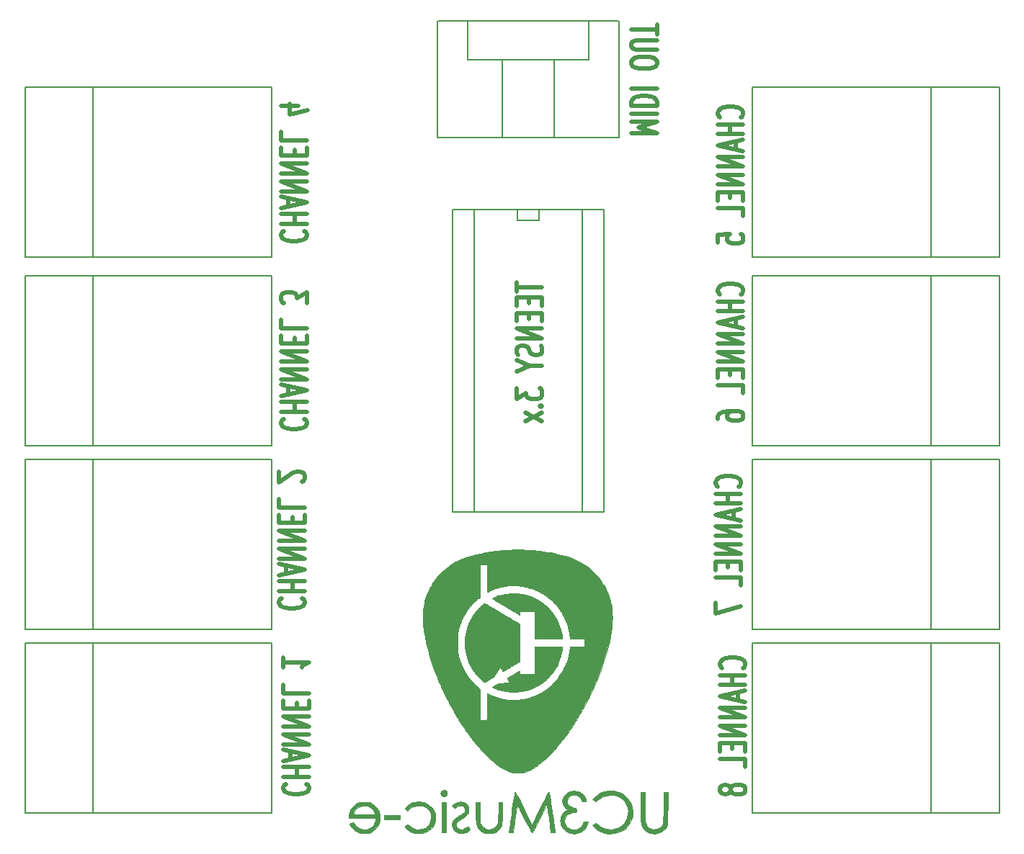
<source format=gbo>
G04 #@! TF.FileFunction,Legend,Bot*
%FSLAX46Y46*%
G04 Gerber Fmt 4.6, Leading zero omitted, Abs format (unit mm)*
G04 Created by KiCad (PCBNEW 0.201510170916+6271~30~ubuntu14.04.1-product) date Tue 27 Oct 2015 04:17:41 PM CET*
%MOMM*%
G01*
G04 APERTURE LIST*
%ADD10C,0.100000*%
%ADD11C,0.500000*%
%ADD12C,0.150000*%
%ADD13C,0.010000*%
%ADD14C,2.900000*%
%ADD15R,2.400000X2.400000*%
%ADD16C,2.400000*%
%ADD17C,2.100000*%
%ADD18C,3.400000*%
G04 APERTURE END LIST*
D10*
D11*
X144661143Y-83709904D02*
X144661143Y-84852761D01*
X147661143Y-84281333D02*
X144661143Y-84281333D01*
X146089714Y-85519428D02*
X146089714Y-86186095D01*
X147661143Y-86471809D02*
X147661143Y-85519428D01*
X144661143Y-85519428D01*
X144661143Y-86471809D01*
X146089714Y-87328952D02*
X146089714Y-87995619D01*
X147661143Y-88281333D02*
X147661143Y-87328952D01*
X144661143Y-87328952D01*
X144661143Y-88281333D01*
X147661143Y-89138476D02*
X144661143Y-89138476D01*
X147661143Y-90281334D01*
X144661143Y-90281334D01*
X147518286Y-91138476D02*
X147661143Y-91424191D01*
X147661143Y-91900381D01*
X147518286Y-92090857D01*
X147375429Y-92186095D01*
X147089714Y-92281334D01*
X146804000Y-92281334D01*
X146518286Y-92186095D01*
X146375429Y-92090857D01*
X146232571Y-91900381D01*
X146089714Y-91519429D01*
X145946857Y-91328953D01*
X145804000Y-91233714D01*
X145518286Y-91138476D01*
X145232571Y-91138476D01*
X144946857Y-91233714D01*
X144804000Y-91328953D01*
X144661143Y-91519429D01*
X144661143Y-91995619D01*
X144804000Y-92281334D01*
X146232571Y-93519429D02*
X147661143Y-93519429D01*
X144661143Y-92852762D02*
X146232571Y-93519429D01*
X144661143Y-94186096D01*
X144661143Y-96186096D02*
X144661143Y-97424192D01*
X145804000Y-96757525D01*
X145804000Y-97043239D01*
X145946857Y-97233715D01*
X146089714Y-97328953D01*
X146375429Y-97424192D01*
X147089714Y-97424192D01*
X147375429Y-97328953D01*
X147518286Y-97233715D01*
X147661143Y-97043239D01*
X147661143Y-96471811D01*
X147518286Y-96281334D01*
X147375429Y-96186096D01*
X147375429Y-98281334D02*
X147518286Y-98376573D01*
X147661143Y-98281334D01*
X147518286Y-98186096D01*
X147375429Y-98281334D01*
X147661143Y-98281334D01*
X147661143Y-99043239D02*
X145661143Y-100090858D01*
X145661143Y-99043239D02*
X147661143Y-100090858D01*
X171251429Y-129080476D02*
X171394286Y-128985238D01*
X171537143Y-128699523D01*
X171537143Y-128509047D01*
X171394286Y-128223333D01*
X171108571Y-128032857D01*
X170822857Y-127937618D01*
X170251429Y-127842380D01*
X169822857Y-127842380D01*
X169251429Y-127937618D01*
X168965714Y-128032857D01*
X168680000Y-128223333D01*
X168537143Y-128509047D01*
X168537143Y-128699523D01*
X168680000Y-128985238D01*
X168822857Y-129080476D01*
X171537143Y-129937618D02*
X168537143Y-129937618D01*
X169965714Y-129937618D02*
X169965714Y-131080476D01*
X171537143Y-131080476D02*
X168537143Y-131080476D01*
X170680000Y-131937618D02*
X170680000Y-132889999D01*
X171537143Y-131747142D02*
X168537143Y-132413809D01*
X171537143Y-133080476D01*
X171537143Y-133747142D02*
X168537143Y-133747142D01*
X171537143Y-134890000D01*
X168537143Y-134890000D01*
X171537143Y-135842380D02*
X168537143Y-135842380D01*
X171537143Y-136985238D01*
X168537143Y-136985238D01*
X169965714Y-137937618D02*
X169965714Y-138604285D01*
X171537143Y-138889999D02*
X171537143Y-137937618D01*
X168537143Y-137937618D01*
X168537143Y-138889999D01*
X171537143Y-140699523D02*
X171537143Y-139747142D01*
X168537143Y-139747142D01*
X169822857Y-143175715D02*
X169680000Y-142985239D01*
X169537143Y-142890000D01*
X169251429Y-142794762D01*
X169108571Y-142794762D01*
X168822857Y-142890000D01*
X168680000Y-142985239D01*
X168537143Y-143175715D01*
X168537143Y-143556667D01*
X168680000Y-143747143D01*
X168822857Y-143842381D01*
X169108571Y-143937620D01*
X169251429Y-143937620D01*
X169537143Y-143842381D01*
X169680000Y-143747143D01*
X169822857Y-143556667D01*
X169822857Y-143175715D01*
X169965714Y-142985239D01*
X170108571Y-142890000D01*
X170394286Y-142794762D01*
X170965714Y-142794762D01*
X171251429Y-142890000D01*
X171394286Y-142985239D01*
X171537143Y-143175715D01*
X171537143Y-143556667D01*
X171394286Y-143747143D01*
X171251429Y-143842381D01*
X170965714Y-143937620D01*
X170394286Y-143937620D01*
X170108571Y-143842381D01*
X169965714Y-143747143D01*
X169822857Y-143556667D01*
X170743429Y-107744476D02*
X170886286Y-107649238D01*
X171029143Y-107363523D01*
X171029143Y-107173047D01*
X170886286Y-106887333D01*
X170600571Y-106696857D01*
X170314857Y-106601618D01*
X169743429Y-106506380D01*
X169314857Y-106506380D01*
X168743429Y-106601618D01*
X168457714Y-106696857D01*
X168172000Y-106887333D01*
X168029143Y-107173047D01*
X168029143Y-107363523D01*
X168172000Y-107649238D01*
X168314857Y-107744476D01*
X171029143Y-108601618D02*
X168029143Y-108601618D01*
X169457714Y-108601618D02*
X169457714Y-109744476D01*
X171029143Y-109744476D02*
X168029143Y-109744476D01*
X170172000Y-110601618D02*
X170172000Y-111553999D01*
X171029143Y-110411142D02*
X168029143Y-111077809D01*
X171029143Y-111744476D01*
X171029143Y-112411142D02*
X168029143Y-112411142D01*
X171029143Y-113554000D01*
X168029143Y-113554000D01*
X171029143Y-114506380D02*
X168029143Y-114506380D01*
X171029143Y-115649238D01*
X168029143Y-115649238D01*
X169457714Y-116601618D02*
X169457714Y-117268285D01*
X171029143Y-117553999D02*
X171029143Y-116601618D01*
X168029143Y-116601618D01*
X168029143Y-117553999D01*
X171029143Y-119363523D02*
X171029143Y-118411142D01*
X168029143Y-118411142D01*
X168029143Y-121363524D02*
X168029143Y-122696858D01*
X171029143Y-121839715D01*
X170997429Y-85138476D02*
X171140286Y-85043238D01*
X171283143Y-84757523D01*
X171283143Y-84567047D01*
X171140286Y-84281333D01*
X170854571Y-84090857D01*
X170568857Y-83995618D01*
X169997429Y-83900380D01*
X169568857Y-83900380D01*
X168997429Y-83995618D01*
X168711714Y-84090857D01*
X168426000Y-84281333D01*
X168283143Y-84567047D01*
X168283143Y-84757523D01*
X168426000Y-85043238D01*
X168568857Y-85138476D01*
X171283143Y-85995618D02*
X168283143Y-85995618D01*
X169711714Y-85995618D02*
X169711714Y-87138476D01*
X171283143Y-87138476D02*
X168283143Y-87138476D01*
X170426000Y-87995618D02*
X170426000Y-88947999D01*
X171283143Y-87805142D02*
X168283143Y-88471809D01*
X171283143Y-89138476D01*
X171283143Y-89805142D02*
X168283143Y-89805142D01*
X171283143Y-90948000D01*
X168283143Y-90948000D01*
X171283143Y-91900380D02*
X168283143Y-91900380D01*
X171283143Y-93043238D01*
X168283143Y-93043238D01*
X169711714Y-93995618D02*
X169711714Y-94662285D01*
X171283143Y-94947999D02*
X171283143Y-93995618D01*
X168283143Y-93995618D01*
X168283143Y-94947999D01*
X171283143Y-96757523D02*
X171283143Y-95805142D01*
X168283143Y-95805142D01*
X168283143Y-99805143D02*
X168283143Y-99424191D01*
X168426000Y-99233715D01*
X168568857Y-99138477D01*
X168997429Y-98948000D01*
X169568857Y-98852762D01*
X170711714Y-98852762D01*
X170997429Y-98948000D01*
X171140286Y-99043239D01*
X171283143Y-99233715D01*
X171283143Y-99614667D01*
X171140286Y-99805143D01*
X170997429Y-99900381D01*
X170711714Y-99995620D01*
X169997429Y-99995620D01*
X169711714Y-99900381D01*
X169568857Y-99805143D01*
X169426000Y-99614667D01*
X169426000Y-99233715D01*
X169568857Y-99043239D01*
X169711714Y-98948000D01*
X169997429Y-98852762D01*
X170997429Y-64310476D02*
X171140286Y-64215238D01*
X171283143Y-63929523D01*
X171283143Y-63739047D01*
X171140286Y-63453333D01*
X170854571Y-63262857D01*
X170568857Y-63167618D01*
X169997429Y-63072380D01*
X169568857Y-63072380D01*
X168997429Y-63167618D01*
X168711714Y-63262857D01*
X168426000Y-63453333D01*
X168283143Y-63739047D01*
X168283143Y-63929523D01*
X168426000Y-64215238D01*
X168568857Y-64310476D01*
X171283143Y-65167618D02*
X168283143Y-65167618D01*
X169711714Y-65167618D02*
X169711714Y-66310476D01*
X171283143Y-66310476D02*
X168283143Y-66310476D01*
X170426000Y-67167618D02*
X170426000Y-68119999D01*
X171283143Y-66977142D02*
X168283143Y-67643809D01*
X171283143Y-68310476D01*
X171283143Y-68977142D02*
X168283143Y-68977142D01*
X171283143Y-70120000D01*
X168283143Y-70120000D01*
X171283143Y-71072380D02*
X168283143Y-71072380D01*
X171283143Y-72215238D01*
X168283143Y-72215238D01*
X169711714Y-73167618D02*
X169711714Y-73834285D01*
X171283143Y-74119999D02*
X171283143Y-73167618D01*
X168283143Y-73167618D01*
X168283143Y-74119999D01*
X171283143Y-75929523D02*
X171283143Y-74977142D01*
X168283143Y-74977142D01*
X168283143Y-79072381D02*
X168283143Y-78120000D01*
X169711714Y-78024762D01*
X169568857Y-78120000D01*
X169426000Y-78310477D01*
X169426000Y-78786667D01*
X169568857Y-78977143D01*
X169711714Y-79072381D01*
X169997429Y-79167620D01*
X170711714Y-79167620D01*
X170997429Y-79072381D01*
X171140286Y-78977143D01*
X171283143Y-78786667D01*
X171283143Y-78310477D01*
X171140286Y-78120000D01*
X170997429Y-78024762D01*
X117292571Y-77675524D02*
X117149714Y-77770762D01*
X117006857Y-78056477D01*
X117006857Y-78246953D01*
X117149714Y-78532667D01*
X117435429Y-78723143D01*
X117721143Y-78818382D01*
X118292571Y-78913620D01*
X118721143Y-78913620D01*
X119292571Y-78818382D01*
X119578286Y-78723143D01*
X119864000Y-78532667D01*
X120006857Y-78246953D01*
X120006857Y-78056477D01*
X119864000Y-77770762D01*
X119721143Y-77675524D01*
X117006857Y-76818382D02*
X120006857Y-76818382D01*
X118578286Y-76818382D02*
X118578286Y-75675524D01*
X117006857Y-75675524D02*
X120006857Y-75675524D01*
X117864000Y-74818382D02*
X117864000Y-73866001D01*
X117006857Y-75008858D02*
X120006857Y-74342191D01*
X117006857Y-73675524D01*
X117006857Y-73008858D02*
X120006857Y-73008858D01*
X117006857Y-71866000D01*
X120006857Y-71866000D01*
X117006857Y-70913620D02*
X120006857Y-70913620D01*
X117006857Y-69770762D01*
X120006857Y-69770762D01*
X118578286Y-68818382D02*
X118578286Y-68151715D01*
X117006857Y-67866001D02*
X117006857Y-68818382D01*
X120006857Y-68818382D01*
X120006857Y-67866001D01*
X117006857Y-66056477D02*
X117006857Y-67008858D01*
X120006857Y-67008858D01*
X119006857Y-63008857D02*
X117006857Y-63008857D01*
X120149714Y-63485047D02*
X118006857Y-63961238D01*
X118006857Y-62723142D01*
X117292571Y-99773524D02*
X117149714Y-99868762D01*
X117006857Y-100154477D01*
X117006857Y-100344953D01*
X117149714Y-100630667D01*
X117435429Y-100821143D01*
X117721143Y-100916382D01*
X118292571Y-101011620D01*
X118721143Y-101011620D01*
X119292571Y-100916382D01*
X119578286Y-100821143D01*
X119864000Y-100630667D01*
X120006857Y-100344953D01*
X120006857Y-100154477D01*
X119864000Y-99868762D01*
X119721143Y-99773524D01*
X117006857Y-98916382D02*
X120006857Y-98916382D01*
X118578286Y-98916382D02*
X118578286Y-97773524D01*
X117006857Y-97773524D02*
X120006857Y-97773524D01*
X117864000Y-96916382D02*
X117864000Y-95964001D01*
X117006857Y-97106858D02*
X120006857Y-96440191D01*
X117006857Y-95773524D01*
X117006857Y-95106858D02*
X120006857Y-95106858D01*
X117006857Y-93964000D01*
X120006857Y-93964000D01*
X117006857Y-93011620D02*
X120006857Y-93011620D01*
X117006857Y-91868762D01*
X120006857Y-91868762D01*
X118578286Y-90916382D02*
X118578286Y-90249715D01*
X117006857Y-89964001D02*
X117006857Y-90916382D01*
X120006857Y-90916382D01*
X120006857Y-89964001D01*
X117006857Y-88154477D02*
X117006857Y-89106858D01*
X120006857Y-89106858D01*
X120006857Y-86154476D02*
X120006857Y-84916380D01*
X118864000Y-85583047D01*
X118864000Y-85297333D01*
X118721143Y-85106857D01*
X118578286Y-85011619D01*
X118292571Y-84916380D01*
X117578286Y-84916380D01*
X117292571Y-85011619D01*
X117149714Y-85106857D01*
X117006857Y-85297333D01*
X117006857Y-85868761D01*
X117149714Y-86059238D01*
X117292571Y-86154476D01*
X117038571Y-120855524D02*
X116895714Y-120950762D01*
X116752857Y-121236477D01*
X116752857Y-121426953D01*
X116895714Y-121712667D01*
X117181429Y-121903143D01*
X117467143Y-121998382D01*
X118038571Y-122093620D01*
X118467143Y-122093620D01*
X119038571Y-121998382D01*
X119324286Y-121903143D01*
X119610000Y-121712667D01*
X119752857Y-121426953D01*
X119752857Y-121236477D01*
X119610000Y-120950762D01*
X119467143Y-120855524D01*
X116752857Y-119998382D02*
X119752857Y-119998382D01*
X118324286Y-119998382D02*
X118324286Y-118855524D01*
X116752857Y-118855524D02*
X119752857Y-118855524D01*
X117610000Y-117998382D02*
X117610000Y-117046001D01*
X116752857Y-118188858D02*
X119752857Y-117522191D01*
X116752857Y-116855524D01*
X116752857Y-116188858D02*
X119752857Y-116188858D01*
X116752857Y-115046000D01*
X119752857Y-115046000D01*
X116752857Y-114093620D02*
X119752857Y-114093620D01*
X116752857Y-112950762D01*
X119752857Y-112950762D01*
X118324286Y-111998382D02*
X118324286Y-111331715D01*
X116752857Y-111046001D02*
X116752857Y-111998382D01*
X119752857Y-111998382D01*
X119752857Y-111046001D01*
X116752857Y-109236477D02*
X116752857Y-110188858D01*
X119752857Y-110188858D01*
X119467143Y-107141238D02*
X119610000Y-107046000D01*
X119752857Y-106855523D01*
X119752857Y-106379333D01*
X119610000Y-106188857D01*
X119467143Y-106093619D01*
X119181429Y-105998380D01*
X118895714Y-105998380D01*
X118467143Y-106093619D01*
X116752857Y-107236476D01*
X116752857Y-105998380D01*
X117546571Y-142699524D02*
X117403714Y-142794762D01*
X117260857Y-143080477D01*
X117260857Y-143270953D01*
X117403714Y-143556667D01*
X117689429Y-143747143D01*
X117975143Y-143842382D01*
X118546571Y-143937620D01*
X118975143Y-143937620D01*
X119546571Y-143842382D01*
X119832286Y-143747143D01*
X120118000Y-143556667D01*
X120260857Y-143270953D01*
X120260857Y-143080477D01*
X120118000Y-142794762D01*
X119975143Y-142699524D01*
X117260857Y-141842382D02*
X120260857Y-141842382D01*
X118832286Y-141842382D02*
X118832286Y-140699524D01*
X117260857Y-140699524D02*
X120260857Y-140699524D01*
X118118000Y-139842382D02*
X118118000Y-138890001D01*
X117260857Y-140032858D02*
X120260857Y-139366191D01*
X117260857Y-138699524D01*
X117260857Y-138032858D02*
X120260857Y-138032858D01*
X117260857Y-136890000D01*
X120260857Y-136890000D01*
X117260857Y-135937620D02*
X120260857Y-135937620D01*
X117260857Y-134794762D01*
X120260857Y-134794762D01*
X118832286Y-133842382D02*
X118832286Y-133175715D01*
X117260857Y-132890001D02*
X117260857Y-133842382D01*
X120260857Y-133842382D01*
X120260857Y-132890001D01*
X117260857Y-131080477D02*
X117260857Y-132032858D01*
X120260857Y-132032858D01*
X117260857Y-127842380D02*
X117260857Y-128985238D01*
X117260857Y-128413809D02*
X120260857Y-128413809D01*
X119832286Y-128604285D01*
X119546571Y-128794761D01*
X119403714Y-128985238D01*
X158154857Y-66182096D02*
X161154857Y-66182096D01*
X159012000Y-65515429D01*
X161154857Y-64848762D01*
X158154857Y-64848762D01*
X158154857Y-63896382D02*
X161154857Y-63896382D01*
X158154857Y-62944001D02*
X161154857Y-62944001D01*
X161154857Y-62467810D01*
X161012000Y-62182096D01*
X160726286Y-61991620D01*
X160440571Y-61896381D01*
X159869143Y-61801143D01*
X159440571Y-61801143D01*
X158869143Y-61896381D01*
X158583429Y-61991620D01*
X158297714Y-62182096D01*
X158154857Y-62467810D01*
X158154857Y-62944001D01*
X158154857Y-60944001D02*
X161154857Y-60944001D01*
X161154857Y-58086857D02*
X161154857Y-57705905D01*
X161012000Y-57515429D01*
X160726286Y-57324952D01*
X160154857Y-57229714D01*
X159154857Y-57229714D01*
X158583429Y-57324952D01*
X158297714Y-57515429D01*
X158154857Y-57705905D01*
X158154857Y-58086857D01*
X158297714Y-58277333D01*
X158583429Y-58467810D01*
X159154857Y-58563048D01*
X160154857Y-58563048D01*
X160726286Y-58467810D01*
X161012000Y-58277333D01*
X161154857Y-58086857D01*
X161154857Y-56372572D02*
X158726286Y-56372572D01*
X158440571Y-56277333D01*
X158297714Y-56182095D01*
X158154857Y-55991619D01*
X158154857Y-55610667D01*
X158297714Y-55420191D01*
X158440571Y-55324952D01*
X158726286Y-55229714D01*
X161154857Y-55229714D01*
X161154857Y-54563048D02*
X161154857Y-53420191D01*
X158154857Y-53991619D02*
X161154857Y-53991619D01*
D12*
X94910000Y-82964000D02*
X86910000Y-82964000D01*
X86910000Y-82964000D02*
X86910000Y-102964000D01*
X86910000Y-102964000D02*
X94910000Y-102964000D01*
X115910000Y-102964000D02*
X94910000Y-102964000D01*
X94910000Y-102964000D02*
X94910000Y-82964000D01*
X94910000Y-82964000D02*
X115910000Y-82964000D01*
X115910000Y-82964000D02*
X115910000Y-102964000D01*
X147320000Y-75184000D02*
X147320000Y-76454000D01*
X147320000Y-76454000D02*
X144780000Y-76454000D01*
X144780000Y-76454000D02*
X144780000Y-75184000D01*
X152400000Y-75184000D02*
X139700000Y-75184000D01*
X152400000Y-110744000D02*
X139700000Y-110744000D01*
X139700000Y-75184000D02*
X139700000Y-110744000D01*
X139700000Y-110744000D02*
X137160000Y-110744000D01*
X137160000Y-110744000D02*
X137160000Y-75184000D01*
X137160000Y-75184000D02*
X139700000Y-75184000D01*
X154940000Y-75184000D02*
X154940000Y-110744000D01*
X154940000Y-110744000D02*
X152400000Y-110744000D01*
X152400000Y-110744000D02*
X152400000Y-75184000D01*
X152400000Y-75184000D02*
X154940000Y-75184000D01*
X94910000Y-60739000D02*
X86910000Y-60739000D01*
X86910000Y-60739000D02*
X86910000Y-80739000D01*
X86910000Y-80739000D02*
X94910000Y-80739000D01*
X115910000Y-80739000D02*
X94910000Y-80739000D01*
X94910000Y-80739000D02*
X94910000Y-60739000D01*
X94910000Y-60739000D02*
X115910000Y-60739000D01*
X115910000Y-60739000D02*
X115910000Y-80739000D01*
X94910000Y-104554000D02*
X86910000Y-104554000D01*
X86910000Y-104554000D02*
X86910000Y-124554000D01*
X86910000Y-124554000D02*
X94910000Y-124554000D01*
X115910000Y-124554000D02*
X94910000Y-124554000D01*
X94910000Y-124554000D02*
X94910000Y-104554000D01*
X94910000Y-104554000D02*
X115910000Y-104554000D01*
X115910000Y-104554000D02*
X115910000Y-124554000D01*
X94910000Y-126144000D02*
X86910000Y-126144000D01*
X86910000Y-126144000D02*
X86910000Y-146144000D01*
X86910000Y-146144000D02*
X94910000Y-146144000D01*
X115910000Y-146144000D02*
X94910000Y-146144000D01*
X94910000Y-146144000D02*
X94910000Y-126144000D01*
X94910000Y-126144000D02*
X115910000Y-126144000D01*
X115910000Y-126144000D02*
X115910000Y-146144000D01*
X193380000Y-146144000D02*
X201380000Y-146144000D01*
X201380000Y-146144000D02*
X201380000Y-126144000D01*
X201380000Y-126144000D02*
X193380000Y-126144000D01*
X172380000Y-126144000D02*
X193380000Y-126144000D01*
X193380000Y-126144000D02*
X193380000Y-146144000D01*
X193380000Y-146144000D02*
X172380000Y-146144000D01*
X172380000Y-146144000D02*
X172380000Y-126144000D01*
X193380000Y-102964000D02*
X201380000Y-102964000D01*
X201380000Y-102964000D02*
X201380000Y-82964000D01*
X201380000Y-82964000D02*
X193380000Y-82964000D01*
X172380000Y-82964000D02*
X193380000Y-82964000D01*
X193380000Y-82964000D02*
X193380000Y-102964000D01*
X193380000Y-102964000D02*
X172380000Y-102964000D01*
X172380000Y-102964000D02*
X172380000Y-82964000D01*
X193380000Y-124554000D02*
X201380000Y-124554000D01*
X201380000Y-124554000D02*
X201380000Y-104554000D01*
X201380000Y-104554000D02*
X193380000Y-104554000D01*
X172380000Y-104554000D02*
X193380000Y-104554000D01*
X193380000Y-104554000D02*
X193380000Y-124554000D01*
X193380000Y-124554000D02*
X172380000Y-124554000D01*
X172380000Y-124554000D02*
X172380000Y-104554000D01*
X193380000Y-80739000D02*
X201380000Y-80739000D01*
X201380000Y-80739000D02*
X201380000Y-60739000D01*
X201380000Y-60739000D02*
X193380000Y-60739000D01*
X172380000Y-60739000D02*
X193380000Y-60739000D01*
X193380000Y-60739000D02*
X193380000Y-80739000D01*
X193380000Y-80739000D02*
X172380000Y-80739000D01*
X172380000Y-80739000D02*
X172380000Y-60739000D01*
X149098000Y-66675000D02*
X149098000Y-57531000D01*
X143002000Y-66675000D02*
X143002000Y-57531000D01*
X138938000Y-52959000D02*
X138938000Y-57531000D01*
X138938000Y-57531000D02*
X153162000Y-57531000D01*
X153162000Y-57531000D02*
X153162000Y-52959000D01*
X156718000Y-52959000D02*
X156718000Y-66675000D01*
X156718000Y-66675000D02*
X135382000Y-66675000D01*
X135382000Y-66675000D02*
X135382000Y-52959000D01*
X135450000Y-52959000D02*
X156650000Y-52959000D01*
D13*
G36*
X144224449Y-115165179D02*
X143864784Y-115173515D01*
X143536722Y-115186609D01*
X143271453Y-115203017D01*
X143014482Y-115222677D01*
X142804188Y-115239435D01*
X142628875Y-115254613D01*
X142476848Y-115269532D01*
X142336411Y-115285516D01*
X142195868Y-115303884D01*
X142043523Y-115325960D01*
X141867681Y-115353066D01*
X141678157Y-115383094D01*
X141023450Y-115493959D01*
X140422799Y-115609676D01*
X139871848Y-115731506D01*
X139366237Y-115860711D01*
X138901609Y-115998553D01*
X138473605Y-116146294D01*
X138077866Y-116305196D01*
X137710036Y-116476520D01*
X137475062Y-116599970D01*
X136979722Y-116893778D01*
X136531027Y-117205694D01*
X136117825Y-117544601D01*
X135728967Y-117919385D01*
X135484049Y-118186363D01*
X135305602Y-118393138D01*
X135149620Y-118582546D01*
X135010941Y-118762918D01*
X134884403Y-118942584D01*
X134764845Y-119129874D01*
X134647103Y-119333120D01*
X134526017Y-119560653D01*
X134396423Y-119820802D01*
X134253160Y-120121898D01*
X134158721Y-120325184D01*
X134086975Y-120500596D01*
X134011508Y-120720487D01*
X133936130Y-120971298D01*
X133864650Y-121239468D01*
X133800879Y-121511439D01*
X133748628Y-121773650D01*
X133743463Y-121802949D01*
X133719321Y-121979747D01*
X133699064Y-122202733D01*
X133683011Y-122459680D01*
X133671478Y-122738360D01*
X133664781Y-123026545D01*
X133663237Y-123312007D01*
X133667164Y-123582520D01*
X133676876Y-123825854D01*
X133687259Y-123973138D01*
X133766306Y-124668915D01*
X133884131Y-125399243D01*
X134038922Y-126156515D01*
X134228868Y-126933121D01*
X134452154Y-127721451D01*
X134706971Y-128513895D01*
X134895212Y-129045461D01*
X135037102Y-129424764D01*
X135185144Y-129808029D01*
X135334590Y-130183520D01*
X135480692Y-130539500D01*
X135618701Y-130864231D01*
X135743869Y-131145977D01*
X135753505Y-131167005D01*
X135826572Y-131326764D01*
X135896786Y-131481633D01*
X135957842Y-131617609D01*
X136003433Y-131720688D01*
X136017073Y-131752258D01*
X136054822Y-131835144D01*
X136115352Y-131961204D01*
X136194271Y-132121779D01*
X136287187Y-132308209D01*
X136389706Y-132511835D01*
X136497437Y-132723998D01*
X136605987Y-132936036D01*
X136710963Y-133139291D01*
X136807973Y-133325104D01*
X136892625Y-133484813D01*
X136944768Y-133581175D01*
X137011723Y-133701611D01*
X137101308Y-133860260D01*
X137206524Y-134044863D01*
X137320373Y-134243162D01*
X137435854Y-134442899D01*
X137487786Y-134532212D01*
X137592314Y-134712770D01*
X137689676Y-134883116D01*
X137775057Y-135034653D01*
X137843640Y-135158786D01*
X137890612Y-135246919D01*
X137907734Y-135281860D01*
X137950205Y-135364264D01*
X137992590Y-135426193D01*
X138004807Y-135438621D01*
X138036393Y-135475464D01*
X138092627Y-135551276D01*
X138166280Y-135655944D01*
X138250123Y-135779355D01*
X138274238Y-135815586D01*
X138384880Y-135980376D01*
X138511198Y-136164843D01*
X138647294Y-136360713D01*
X138787275Y-136559715D01*
X138925242Y-136753574D01*
X139055301Y-136934017D01*
X139171555Y-137092772D01*
X139268108Y-137221566D01*
X139339064Y-137312124D01*
X139351248Y-137326797D01*
X139419371Y-137410070D01*
X139509883Y-137524375D01*
X139610275Y-137653765D01*
X139695572Y-137765737D01*
X139949257Y-138087520D01*
X140234270Y-138423379D01*
X140543016Y-138765803D01*
X140867902Y-139107279D01*
X141201334Y-139440296D01*
X141535720Y-139757342D01*
X141863465Y-140050905D01*
X142176977Y-140313473D01*
X142468662Y-140537534D01*
X142570668Y-140609959D01*
X142886306Y-140809299D01*
X143227860Y-140990966D01*
X143579825Y-141148066D01*
X143926698Y-141273708D01*
X144252975Y-141360999D01*
X144266219Y-141363769D01*
X144478588Y-141393602D01*
X144723949Y-141405465D01*
X144979676Y-141399608D01*
X145223141Y-141376281D01*
X145365253Y-141351623D01*
X145717083Y-141253109D01*
X146089212Y-141104911D01*
X146476298Y-140909954D01*
X146873000Y-140671165D01*
X147273976Y-140391469D01*
X147627888Y-140112357D01*
X147751492Y-140006613D01*
X147898053Y-139876657D01*
X148060025Y-139729624D01*
X148229858Y-139572648D01*
X148400005Y-139412866D01*
X148562917Y-139257412D01*
X148711047Y-139113421D01*
X148836846Y-138988028D01*
X148932766Y-138888368D01*
X148984706Y-138829786D01*
X149033986Y-138770716D01*
X149111592Y-138679118D01*
X149207544Y-138566714D01*
X149311862Y-138445228D01*
X149330027Y-138424147D01*
X149454337Y-138276550D01*
X149595532Y-138103483D01*
X149736028Y-137926775D01*
X149855393Y-137772025D01*
X149953038Y-137644087D01*
X150043364Y-137528208D01*
X150118143Y-137434766D01*
X150169149Y-137374142D01*
X150180109Y-137362348D01*
X150221482Y-137313532D01*
X150290679Y-137223816D01*
X150382405Y-137100556D01*
X150491369Y-136951107D01*
X150612275Y-136782823D01*
X150739832Y-136603059D01*
X150868744Y-136419170D01*
X150993718Y-136238510D01*
X151079881Y-136112215D01*
X151465040Y-135525370D01*
X151854734Y-134896145D01*
X152240133Y-134239136D01*
X152558170Y-133668963D01*
X153146432Y-132546198D01*
X153679518Y-131439400D01*
X154158070Y-130346945D01*
X154582732Y-129267211D01*
X154954145Y-128198574D01*
X155272955Y-127139412D01*
X155508682Y-126221613D01*
X155532746Y-126117761D01*
X155556286Y-126011377D01*
X155580898Y-125894412D01*
X155608175Y-125758812D01*
X155637658Y-125607097D01*
X152607765Y-125607097D01*
X152607765Y-126572765D01*
X150959916Y-126572765D01*
X150939793Y-126719078D01*
X150923579Y-126802410D01*
X150904134Y-126855399D01*
X150893153Y-126865392D01*
X150880325Y-126892228D01*
X150870910Y-126963075D01*
X150866706Y-127063442D01*
X150866636Y-127079009D01*
X150863072Y-127187295D01*
X150853683Y-127272921D01*
X150840426Y-127318772D01*
X150839048Y-127320426D01*
X150822070Y-127363746D01*
X150808928Y-127444000D01*
X150804608Y-127500711D01*
X150792778Y-127601615D01*
X150769954Y-127659580D01*
X150759039Y-127668053D01*
X150732416Y-127707687D01*
X150720655Y-127794298D01*
X150720323Y-127815510D01*
X150714548Y-127894360D01*
X150699928Y-127941849D01*
X150691060Y-127948111D01*
X150672085Y-127973921D01*
X150662201Y-128037760D01*
X150661797Y-128055541D01*
X150650461Y-128140585D01*
X150622773Y-128205642D01*
X150618828Y-128210453D01*
X150585369Y-128273650D01*
X150568954Y-128348542D01*
X150554930Y-128409858D01*
X150529551Y-128426669D01*
X150529019Y-128426475D01*
X150507495Y-128440330D01*
X150509008Y-128502507D01*
X150507644Y-128575781D01*
X150474862Y-128609314D01*
X150438179Y-128649525D01*
X150427696Y-128697440D01*
X150417272Y-128750917D01*
X150398433Y-128767465D01*
X150374330Y-128791866D01*
X150369171Y-128823597D01*
X150352989Y-128918468D01*
X150303711Y-128965884D01*
X150263620Y-128972304D01*
X150207492Y-128987864D01*
X150195905Y-129023514D01*
X150203399Y-129051244D01*
X150212975Y-129038145D01*
X150243439Y-129003143D01*
X150272234Y-129018014D01*
X150281383Y-129060092D01*
X150270444Y-129107663D01*
X150255292Y-129118617D01*
X150229531Y-129143417D01*
X150210841Y-129191774D01*
X150187343Y-129246580D01*
X150163774Y-129264931D01*
X150138305Y-129288641D01*
X150135069Y-129308825D01*
X150120348Y-129347783D01*
X150107842Y-129352719D01*
X150083030Y-129377600D01*
X150071263Y-129418560D01*
X150037980Y-129477741D01*
X149997017Y-129493628D01*
X149952125Y-129507994D01*
X149956933Y-129541806D01*
X149965110Y-129555678D01*
X149980863Y-129605184D01*
X149953378Y-129655974D01*
X149941406Y-129669355D01*
X149870962Y-129727028D01*
X149812368Y-129759079D01*
X149770147Y-129780327D01*
X149783218Y-129789326D01*
X149791233Y-129789804D01*
X149831100Y-129805435D01*
X149842852Y-129833207D01*
X149818083Y-129849999D01*
X149813180Y-129850184D01*
X149787219Y-129873886D01*
X149783917Y-129894078D01*
X149760493Y-129932874D01*
X149740023Y-129937972D01*
X149704303Y-129962489D01*
X149696129Y-129997721D01*
X149679560Y-130057171D01*
X149640145Y-130116023D01*
X149593325Y-130156377D01*
X149555373Y-130160877D01*
X149516361Y-130165662D01*
X149490467Y-130187697D01*
X149469417Y-130219171D01*
X149493014Y-130216770D01*
X149501783Y-130213507D01*
X149543187Y-130209240D01*
X149546316Y-130238112D01*
X149514180Y-130291782D01*
X149449790Y-130361910D01*
X149447396Y-130364176D01*
X149387130Y-130427034D01*
X149350317Y-130477031D01*
X149344977Y-130491998D01*
X149321307Y-130519691D01*
X149301083Y-130523226D01*
X149262159Y-130540132D01*
X149257189Y-130554579D01*
X149235023Y-130604220D01*
X149186373Y-130651366D01*
X149142228Y-130669539D01*
X149112162Y-130692021D01*
X149110876Y-130700892D01*
X149088710Y-130750533D01*
X149040060Y-130797679D01*
X148995915Y-130815853D01*
X148965848Y-130838334D01*
X148964562Y-130847205D01*
X148942397Y-130896847D01*
X148893746Y-130943993D01*
X148849602Y-130962166D01*
X148819535Y-130984648D01*
X148818249Y-130993519D01*
X148796083Y-131043160D01*
X148747433Y-131090306D01*
X148703288Y-131108479D01*
X148673221Y-131130961D01*
X148671936Y-131139832D01*
X148652935Y-131183518D01*
X148611782Y-131230770D01*
X148572254Y-131254687D01*
X148570329Y-131254793D01*
X148539078Y-131272828D01*
X148485127Y-131317285D01*
X148473434Y-131327949D01*
X148415649Y-131376083D01*
X148374966Y-131400391D01*
X148370895Y-131401106D01*
X148336786Y-131420611D01*
X148285170Y-131468182D01*
X148279452Y-131474263D01*
X148228326Y-131523755D01*
X148193821Y-131547140D01*
X148191826Y-131547419D01*
X148161713Y-131560014D01*
X148106555Y-131602355D01*
X148043863Y-131657154D01*
X147993624Y-131688517D01*
X147971722Y-131693733D01*
X147941633Y-131714384D01*
X147940369Y-131722438D01*
X147915539Y-131750174D01*
X147867212Y-131769504D01*
X147812432Y-131792098D01*
X147794055Y-131813956D01*
X147771535Y-131839135D01*
X147763558Y-131840046D01*
X147731721Y-131848926D01*
X147684390Y-131881395D01*
X147608920Y-131946200D01*
X147604923Y-131949781D01*
X147541436Y-131981283D01*
X147506650Y-131986359D01*
X147450869Y-132006894D01*
X147431609Y-132032108D01*
X147403675Y-132063081D01*
X147386944Y-132061102D01*
X147347352Y-132065520D01*
X147315671Y-132088510D01*
X147251151Y-132125476D01*
X147210892Y-132132673D01*
X147162198Y-132143271D01*
X147150277Y-132158763D01*
X147125477Y-132184524D01*
X147077120Y-132203215D01*
X147022314Y-132226713D01*
X147003963Y-132250281D01*
X146978855Y-132271640D01*
X146928716Y-132278986D01*
X146853481Y-132295507D01*
X146809575Y-132322880D01*
X146746182Y-132357908D01*
X146694615Y-132366774D01*
X146640629Y-132377059D01*
X146623548Y-132396037D01*
X146597824Y-132415379D01*
X146534570Y-132425047D01*
X146521129Y-132425300D01*
X146453428Y-132432317D01*
X146419593Y-132449574D01*
X146418710Y-132453236D01*
X146393124Y-132476434D01*
X146330138Y-132497522D01*
X146315967Y-132500448D01*
X146243254Y-132519985D01*
X146199652Y-132542619D01*
X146197189Y-132545668D01*
X146159856Y-132563038D01*
X146089509Y-132571463D01*
X146078372Y-132571613D01*
X145995873Y-132583631D01*
X145934563Y-132612830D01*
X145931695Y-132615507D01*
X145874920Y-132644182D01*
X145790867Y-132658889D01*
X145772841Y-132659401D01*
X145700319Y-132666001D01*
X145660501Y-132682456D01*
X145657880Y-132688664D01*
X145630674Y-132703452D01*
X145557143Y-132713745D01*
X145449417Y-132717907D01*
X145440849Y-132717926D01*
X145309856Y-132722546D01*
X145234074Y-132736681D01*
X145211639Y-132754505D01*
X145192532Y-132766767D01*
X145140829Y-132776779D01*
X145051480Y-132784859D01*
X144919432Y-132791325D01*
X144739635Y-132796497D01*
X144507038Y-132800693D01*
X144471902Y-132801194D01*
X144149094Y-132803899D01*
X143882855Y-132802273D01*
X143673523Y-132796332D01*
X143521431Y-132786093D01*
X143426917Y-132771575D01*
X143390316Y-132752795D01*
X143391480Y-132744831D01*
X143373159Y-132731553D01*
X143307234Y-132722133D01*
X143204578Y-132718001D01*
X143186911Y-132717926D01*
X143075687Y-132714321D01*
X142998086Y-132704552D01*
X142965969Y-132690188D01*
X142965714Y-132688664D01*
X142939785Y-132670204D01*
X142875142Y-132660068D01*
X142850754Y-132659401D01*
X142764923Y-132648672D01*
X142699928Y-132622194D01*
X142691899Y-132615507D01*
X142630581Y-132585650D01*
X142533332Y-132571951D01*
X142514233Y-132571613D01*
X142434979Y-132565886D01*
X142387007Y-132551373D01*
X142380461Y-132542350D01*
X142355484Y-132520121D01*
X142309394Y-132513088D01*
X142235163Y-132495568D01*
X142194434Y-132469194D01*
X142129843Y-132433038D01*
X142085126Y-132425300D01*
X142020777Y-132414703D01*
X141940368Y-132388402D01*
X141863348Y-132354625D01*
X141809165Y-132321603D01*
X141795207Y-132302617D01*
X141770134Y-132284844D01*
X141722051Y-132278986D01*
X141667057Y-132268969D01*
X141648894Y-132249723D01*
X141623917Y-132227494D01*
X141577828Y-132220461D01*
X141503596Y-132202941D01*
X141462867Y-132176567D01*
X141398317Y-132139743D01*
X141358357Y-132132673D01*
X141309683Y-132120798D01*
X141297742Y-132103410D01*
X141274040Y-132077449D01*
X141253848Y-132074147D01*
X141244149Y-132079692D01*
X141235965Y-132099293D01*
X141229174Y-132137401D01*
X141223648Y-132198465D01*
X141219265Y-132286936D01*
X141215898Y-132407264D01*
X141213424Y-132563900D01*
X141211717Y-132761293D01*
X141210653Y-133003893D01*
X141210107Y-133296152D01*
X141209954Y-133639700D01*
X141209410Y-134025871D01*
X141207788Y-134359001D01*
X141205103Y-134638243D01*
X141201373Y-134862745D01*
X141196612Y-135031661D01*
X141190837Y-135144139D01*
X141184064Y-135199332D01*
X141180691Y-135205253D01*
X141151968Y-135181964D01*
X141149118Y-135168675D01*
X141143236Y-135147111D01*
X141132048Y-135168675D01*
X141107080Y-135184789D01*
X141043332Y-135195877D01*
X140934779Y-135202480D01*
X140775391Y-135205141D01*
X140724681Y-135205253D01*
X140332074Y-135205253D01*
X140332074Y-131520725D01*
X140171136Y-131358496D01*
X140091380Y-131281644D01*
X140025346Y-131224469D01*
X139985060Y-131197226D01*
X139980929Y-131196267D01*
X139953311Y-131173407D01*
X139951659Y-131162127D01*
X139940972Y-131141298D01*
X139934327Y-131145319D01*
X139908915Y-131132265D01*
X139852212Y-131085149D01*
X139772924Y-131012632D01*
X139679758Y-130923378D01*
X139581418Y-130826049D01*
X139486612Y-130729309D01*
X139404046Y-130641819D01*
X139342424Y-130572244D01*
X139310454Y-130529245D01*
X139307880Y-130521983D01*
X139288179Y-130482742D01*
X139240200Y-130428530D01*
X139234724Y-130423369D01*
X139184838Y-130368160D01*
X139161756Y-130324917D01*
X139161567Y-130322347D01*
X139140139Y-130290840D01*
X139130214Y-130289124D01*
X139075136Y-130264157D01*
X139030598Y-130205191D01*
X139015253Y-130144901D01*
X138997442Y-130095603D01*
X138971359Y-130084286D01*
X138932564Y-130060862D01*
X138927465Y-130040392D01*
X138911664Y-130001450D01*
X138898203Y-129996498D01*
X138869985Y-129974065D01*
X138868940Y-129966000D01*
X138860061Y-129934163D01*
X138827591Y-129886832D01*
X138762786Y-129811362D01*
X138759205Y-129807365D01*
X138728293Y-129744586D01*
X138722627Y-129705961D01*
X138704815Y-129656663D01*
X138678733Y-129645346D01*
X138639937Y-129621922D01*
X138634839Y-129601452D01*
X138619038Y-129562510D01*
X138605576Y-129557558D01*
X138583579Y-129532515D01*
X138576313Y-129484401D01*
X138561051Y-129425563D01*
X138532419Y-129411244D01*
X138496498Y-129386989D01*
X138488525Y-129354446D01*
X138475088Y-129298427D01*
X138459263Y-129279562D01*
X138434212Y-129238067D01*
X138430000Y-129207809D01*
X138409023Y-129154041D01*
X138386106Y-129137298D01*
X138349959Y-129097604D01*
X138342212Y-129061011D01*
X138330127Y-129012963D01*
X138312949Y-129001567D01*
X138292403Y-128976138D01*
X138283689Y-128914871D01*
X138283687Y-128913779D01*
X138270600Y-128844083D01*
X138239793Y-128825991D01*
X138204490Y-128800553D01*
X138195899Y-128752834D01*
X138185882Y-128697840D01*
X138166636Y-128679677D01*
X138147294Y-128653953D01*
X138137626Y-128590699D01*
X138137373Y-128577258D01*
X138127855Y-128501507D01*
X138097477Y-128475024D01*
X138093479Y-128474839D01*
X138058632Y-128448665D01*
X138049585Y-128387051D01*
X138041109Y-128325412D01*
X138020687Y-128299269D01*
X138020323Y-128299263D01*
X138000794Y-128273583D01*
X137991249Y-128210629D01*
X137991060Y-128199282D01*
X137982622Y-128129121D01*
X137961998Y-128090072D01*
X137958919Y-128088587D01*
X137936992Y-128055637D01*
X137917820Y-127984169D01*
X137911219Y-127939836D01*
X137897298Y-127859177D01*
X137879411Y-127809459D01*
X137870204Y-127801797D01*
X137855576Y-127775498D01*
X137846371Y-127708367D01*
X137844747Y-127657922D01*
X137838635Y-127571644D01*
X137822955Y-127514865D01*
X137812018Y-127503138D01*
X137793985Y-127470608D01*
X137777199Y-127394979D01*
X137764974Y-127291638D01*
X137764192Y-127281229D01*
X137753632Y-127178623D01*
X137739774Y-127103576D01*
X137725410Y-127070658D01*
X137723764Y-127070230D01*
X137717746Y-127042096D01*
X137712239Y-126962206D01*
X137707418Y-126837329D01*
X137703458Y-126674234D01*
X137700534Y-126479688D01*
X137698820Y-126260461D01*
X137698433Y-126089931D01*
X137698475Y-126075300D01*
X137669171Y-126075300D01*
X137658464Y-126099386D01*
X137649662Y-126094808D01*
X137646160Y-126060080D01*
X137649662Y-126055791D01*
X137667059Y-126059808D01*
X137669171Y-126075300D01*
X137698475Y-126075300D01*
X137699298Y-125795329D01*
X137701860Y-125551005D01*
X137706069Y-125358619D01*
X137711877Y-125219830D01*
X137719232Y-125136297D01*
X137727696Y-125109631D01*
X137743812Y-125083192D01*
X137754440Y-125015070D01*
X137756959Y-124950777D01*
X137766650Y-124829832D01*
X137794515Y-124755382D01*
X137800853Y-124748028D01*
X137831688Y-124681603D01*
X137844465Y-124565330D01*
X137844747Y-124541099D01*
X137849499Y-124452311D01*
X137861772Y-124393097D01*
X137874009Y-124378064D01*
X137892334Y-124352104D01*
X137902526Y-124287252D01*
X137903272Y-124261014D01*
X137910520Y-124179625D01*
X137934547Y-124146087D01*
X137947166Y-124143963D01*
X137977687Y-124124635D01*
X137990263Y-124060564D01*
X137991060Y-124026912D01*
X137997550Y-123953615D01*
X138013763Y-123912846D01*
X138020323Y-123909862D01*
X138039664Y-123884138D01*
X138049333Y-123820884D01*
X138049585Y-123807442D01*
X138059104Y-123731691D01*
X138089482Y-123705208D01*
X138093479Y-123705023D01*
X138125944Y-123682813D01*
X138137294Y-123611932D01*
X138137373Y-123602604D01*
X138144723Y-123534908D01*
X138162796Y-123501069D01*
X138166636Y-123500184D01*
X138188534Y-123475114D01*
X138195899Y-123426109D01*
X138211397Y-123363788D01*
X138239793Y-123335190D01*
X138273901Y-123296027D01*
X138283687Y-123248321D01*
X138294110Y-123194843D01*
X138312949Y-123178295D01*
X138336602Y-123153746D01*
X138342212Y-123118851D01*
X138361280Y-123062582D01*
X138386106Y-123042564D01*
X138422848Y-123002722D01*
X138430000Y-122969090D01*
X138436202Y-122925239D01*
X138461331Y-122878368D01*
X138515172Y-122812003D01*
X138539735Y-122784323D01*
X138571518Y-122725590D01*
X138576313Y-122697551D01*
X138591486Y-122657286D01*
X138605576Y-122651567D01*
X138629351Y-122627058D01*
X138634839Y-122593041D01*
X138653136Y-122545379D01*
X138678733Y-122534516D01*
X138714036Y-122509078D01*
X138722627Y-122461359D01*
X138732644Y-122406366D01*
X138751889Y-122388203D01*
X138777851Y-122364501D01*
X138781152Y-122344309D01*
X138804576Y-122305513D01*
X138825046Y-122300415D01*
X138860748Y-122275829D01*
X138868940Y-122239924D01*
X138889271Y-122184684D01*
X138940713Y-122114526D01*
X138971359Y-122082840D01*
X139031641Y-122019856D01*
X139068451Y-121969577D01*
X139073779Y-121954453D01*
X139092853Y-121914026D01*
X139139517Y-121857086D01*
X139146936Y-121849504D01*
X139196035Y-121792441D01*
X139219706Y-121749285D01*
X139220092Y-121745754D01*
X139243773Y-121718620D01*
X139263986Y-121715161D01*
X139302911Y-121698255D01*
X139307880Y-121683808D01*
X139330046Y-121634167D01*
X139378696Y-121587021D01*
X139422841Y-121568848D01*
X139452908Y-121546366D01*
X139454194Y-121537495D01*
X139472639Y-121491176D01*
X139490772Y-121468231D01*
X139535003Y-121419819D01*
X139591260Y-121355308D01*
X139592998Y-121353270D01*
X139649590Y-121300792D01*
X139699273Y-121276434D01*
X139702733Y-121276221D01*
X139741781Y-121259380D01*
X139746820Y-121244868D01*
X139768986Y-121195227D01*
X139817636Y-121148081D01*
X139861781Y-121129908D01*
X139891848Y-121107426D01*
X139893134Y-121098555D01*
X139912546Y-121054020D01*
X139954663Y-121006755D01*
X139995300Y-120983637D01*
X139996567Y-120983594D01*
X140026601Y-120962924D01*
X140071965Y-120912931D01*
X140073954Y-120910417D01*
X140137337Y-120856231D01*
X140195216Y-120852183D01*
X140256424Y-120853395D01*
X140307025Y-120834966D01*
X140328792Y-120806326D01*
X140319904Y-120787663D01*
X140290025Y-120787058D01*
X140281735Y-120800703D01*
X140253628Y-120827609D01*
X140212102Y-120838687D01*
X140186439Y-120827242D01*
X140185760Y-120822650D01*
X140204536Y-120789395D01*
X140246690Y-120748250D01*
X140290967Y-120717261D01*
X140315004Y-120712915D01*
X140317933Y-120687444D01*
X140320703Y-120608234D01*
X140323272Y-120480072D01*
X140325596Y-120307744D01*
X140327632Y-120096036D01*
X140329336Y-119849735D01*
X140330667Y-119573627D01*
X140331581Y-119272499D01*
X140332034Y-118951136D01*
X140332077Y-118815718D01*
X140332080Y-116901452D01*
X141209960Y-116901452D01*
X141209954Y-120105714D01*
X141283111Y-120105714D01*
X141338107Y-120095887D01*
X141356267Y-120077009D01*
X141381097Y-120049272D01*
X141429424Y-120029943D01*
X141484204Y-120007349D01*
X141502581Y-119985491D01*
X141527642Y-119965873D01*
X141575737Y-119959401D01*
X141630738Y-119949835D01*
X141648894Y-119931464D01*
X141674475Y-119908244D01*
X141737424Y-119887177D01*
X141751313Y-119884314D01*
X141818833Y-119865155D01*
X141852782Y-119842809D01*
X141853733Y-119839094D01*
X141878856Y-119819739D01*
X141928980Y-119813088D01*
X142004215Y-119796567D01*
X142048120Y-119769194D01*
X142111514Y-119734166D01*
X142163081Y-119725300D01*
X142217067Y-119715015D01*
X142234147Y-119696037D01*
X142260108Y-119677712D01*
X142324960Y-119667520D01*
X142351198Y-119666774D01*
X142424501Y-119660681D01*
X142465267Y-119645459D01*
X142468249Y-119639305D01*
X142494306Y-119619062D01*
X142560281Y-119599331D01*
X142600291Y-119592034D01*
X142682932Y-119574888D01*
X142738180Y-119554603D01*
X142748331Y-119546347D01*
X142784019Y-119532425D01*
X142859950Y-119523028D01*
X142935740Y-119520461D01*
X143042975Y-119514588D01*
X143106193Y-119498125D01*
X143118765Y-119485617D01*
X143153388Y-119464869D01*
X143234996Y-119448037D01*
X143333358Y-119438654D01*
X143438958Y-119429017D01*
X143521712Y-119415333D01*
X143563918Y-119400541D01*
X143564136Y-119400341D01*
X143599925Y-119392657D01*
X143683155Y-119386325D01*
X143804231Y-119381353D01*
X143953561Y-119377746D01*
X144121551Y-119375514D01*
X144298605Y-119374661D01*
X144475131Y-119375196D01*
X144641535Y-119377125D01*
X144788222Y-119380456D01*
X144905599Y-119385194D01*
X144984072Y-119391348D01*
X145014047Y-119398925D01*
X145014101Y-119399285D01*
X145041131Y-119412199D01*
X145113386Y-119425348D01*
X145217613Y-119436600D01*
X145269203Y-119440338D01*
X145389645Y-119451261D01*
X145480769Y-119466183D01*
X145530051Y-119482843D01*
X145535005Y-119488357D01*
X145568492Y-119506343D01*
X145645336Y-119517769D01*
X145718844Y-119520461D01*
X145810716Y-119524377D01*
X145873497Y-119534543D01*
X145891982Y-119545983D01*
X145917830Y-119566069D01*
X145982435Y-119585301D01*
X146009032Y-119590223D01*
X146082211Y-119608315D01*
X146123027Y-119630811D01*
X146126083Y-119637857D01*
X146151808Y-119656971D01*
X146215065Y-119666525D01*
X146228502Y-119666774D01*
X146296211Y-119673187D01*
X146330042Y-119688956D01*
X146330922Y-119692297D01*
X146356770Y-119712382D01*
X146421375Y-119731614D01*
X146447972Y-119736537D01*
X146521151Y-119754628D01*
X146561967Y-119777124D01*
X146565023Y-119784171D01*
X146590704Y-119803468D01*
X146653660Y-119812901D01*
X146665004Y-119813088D01*
X146735000Y-119821104D01*
X146773724Y-119840701D01*
X146775172Y-119843650D01*
X146808951Y-119869830D01*
X146850768Y-119879140D01*
X146902000Y-119897318D01*
X146916175Y-119921734D01*
X146943027Y-119949263D01*
X147017299Y-119959399D01*
X147018594Y-119959401D01*
X147086302Y-119965956D01*
X147120133Y-119982075D01*
X147121014Y-119985491D01*
X147145814Y-120011252D01*
X147194171Y-120029943D01*
X147248977Y-120053441D01*
X147267327Y-120077009D01*
X147290580Y-120103440D01*
X147305387Y-120105714D01*
X147369768Y-120119472D01*
X147438502Y-120152280D01*
X147488928Y-120191439D01*
X147501200Y-120215449D01*
X147526379Y-120242931D01*
X147574585Y-120252028D01*
X147629595Y-120260965D01*
X147647742Y-120278118D01*
X147672542Y-120303879D01*
X147720899Y-120322570D01*
X147775705Y-120346068D01*
X147794055Y-120369636D01*
X147817765Y-120395105D01*
X147837949Y-120398341D01*
X147876907Y-120413096D01*
X147881843Y-120425632D01*
X147906204Y-120454477D01*
X147947684Y-120473712D01*
X148020749Y-120512458D01*
X148057419Y-120544654D01*
X148121928Y-120594848D01*
X148167154Y-120615597D01*
X148218189Y-120641809D01*
X148232995Y-120663677D01*
X148255589Y-120689877D01*
X148264348Y-120690968D01*
X148313990Y-120713133D01*
X148361136Y-120761784D01*
X148379309Y-120805928D01*
X148401201Y-120836002D01*
X148409807Y-120837281D01*
X148441643Y-120846161D01*
X148488974Y-120878630D01*
X148564444Y-120943435D01*
X148568441Y-120947016D01*
X148618680Y-120978378D01*
X148640583Y-120983594D01*
X148668386Y-121007263D01*
X148671936Y-121027488D01*
X148687276Y-121066437D01*
X148700329Y-121071382D01*
X148734743Y-121091260D01*
X148796556Y-121143178D01*
X148874165Y-121215564D01*
X148955968Y-121296846D01*
X149030361Y-121375451D01*
X149085743Y-121439808D01*
X149110510Y-121478343D01*
X149110876Y-121480855D01*
X149126257Y-121502048D01*
X149134918Y-121498917D01*
X149168174Y-121507473D01*
X149212015Y-121546580D01*
X149247481Y-121596269D01*
X149257189Y-121627708D01*
X149279739Y-121655468D01*
X149288542Y-121656636D01*
X149341781Y-121680640D01*
X149387451Y-121735505D01*
X149403502Y-121787955D01*
X149416272Y-121820479D01*
X149430658Y-121818883D01*
X149459377Y-121828530D01*
X149476524Y-121861050D01*
X149502792Y-121908566D01*
X149522525Y-121920000D01*
X149548830Y-121942508D01*
X149549816Y-121950660D01*
X149569513Y-121989790D01*
X149617483Y-122043946D01*
X149622972Y-122049119D01*
X149673707Y-122113712D01*
X149696076Y-122176971D01*
X149696129Y-122179404D01*
X149713519Y-122230150D01*
X149740023Y-122241889D01*
X149778407Y-122265448D01*
X149783917Y-122287510D01*
X149798103Y-122317799D01*
X149813180Y-122315046D01*
X149834879Y-122325406D01*
X149842442Y-122371844D01*
X149854684Y-122427706D01*
X149879021Y-122446956D01*
X149915179Y-122471646D01*
X149953718Y-122530225D01*
X149981938Y-122600033D01*
X149988756Y-122642769D01*
X150006293Y-122677814D01*
X150017461Y-122680829D01*
X150045198Y-122705659D01*
X150064527Y-122753986D01*
X150087121Y-122808766D01*
X150108979Y-122827143D01*
X150128597Y-122852204D01*
X150135069Y-122900300D01*
X150150332Y-122959138D01*
X150178963Y-122973456D01*
X150214710Y-122997852D01*
X150222857Y-123031982D01*
X150235112Y-123079532D01*
X150252120Y-123090507D01*
X150272666Y-123115935D01*
X150281380Y-123177203D01*
X150281383Y-123178295D01*
X150294469Y-123247990D01*
X150325277Y-123266083D01*
X150360579Y-123291521D01*
X150369171Y-123339240D01*
X150379187Y-123394233D01*
X150398433Y-123412396D01*
X150421931Y-123436994D01*
X150427696Y-123473012D01*
X150447774Y-123543941D01*
X150471590Y-123577521D01*
X150506618Y-123640915D01*
X150515484Y-123692482D01*
X150525769Y-123746467D01*
X150544747Y-123763548D01*
X150563071Y-123789509D01*
X150573263Y-123854361D01*
X150574009Y-123880599D01*
X150581257Y-123961988D01*
X150605284Y-123995525D01*
X150617903Y-123997650D01*
X150650368Y-124019859D01*
X150661718Y-124090741D01*
X150661797Y-124100069D01*
X150669147Y-124167765D01*
X150687220Y-124201604D01*
X150691060Y-124202488D01*
X150707872Y-124228781D01*
X150718454Y-124295898D01*
X150720323Y-124346363D01*
X150726911Y-124437116D01*
X150744339Y-124492539D01*
X150754626Y-124501673D01*
X150774957Y-124535048D01*
X150792477Y-124610817D01*
X150802037Y-124694318D01*
X150812636Y-124788569D01*
X150827232Y-124854100D01*
X150840890Y-124875530D01*
X150853196Y-124902400D01*
X150862300Y-124973477D01*
X150866523Y-125074463D01*
X150866636Y-125095000D01*
X150869882Y-125199901D01*
X150878470Y-125277504D01*
X150890671Y-125313510D01*
X150893153Y-125314470D01*
X150911862Y-125340696D01*
X150930691Y-125407775D01*
X150939793Y-125460783D01*
X150959916Y-125607097D01*
X152607765Y-125607097D01*
X155637658Y-125607097D01*
X155639712Y-125596529D01*
X155677103Y-125399509D01*
X155721940Y-125159704D01*
X155766505Y-124919424D01*
X155806025Y-124662385D01*
X155839120Y-124358228D01*
X155865127Y-124018073D01*
X155883383Y-123653044D01*
X155893227Y-123274261D01*
X155893996Y-122892848D01*
X155892717Y-122799765D01*
X155888496Y-122567939D01*
X155883922Y-122383157D01*
X155877897Y-122233945D01*
X155869325Y-122108826D01*
X155857109Y-121996326D01*
X155840152Y-121884968D01*
X155817357Y-121763278D01*
X155787626Y-121619779D01*
X155773657Y-121554217D01*
X155721066Y-121320045D01*
X155666634Y-121105233D01*
X155605432Y-120893085D01*
X155532534Y-120666903D01*
X155443011Y-120409989D01*
X155404414Y-120303049D01*
X155351706Y-120172803D01*
X155276884Y-120007406D01*
X155187575Y-119822115D01*
X155091404Y-119632186D01*
X154995998Y-119452875D01*
X154908981Y-119299438D01*
X154874151Y-119242193D01*
X154519924Y-118719969D01*
X154139594Y-118243697D01*
X153726247Y-117806317D01*
X153272972Y-117400765D01*
X152772854Y-117019980D01*
X152549240Y-116867107D01*
X152194651Y-116650065D01*
X151808870Y-116449496D01*
X151387076Y-116263537D01*
X150924453Y-116090325D01*
X150416180Y-115927999D01*
X149857440Y-115774696D01*
X149491290Y-115685173D01*
X149074085Y-115592663D01*
X148637189Y-115505526D01*
X148196587Y-115426515D01*
X147768266Y-115358385D01*
X147368212Y-115303889D01*
X147110657Y-115275040D01*
X146967868Y-115260760D01*
X146831374Y-115247064D01*
X146721766Y-115236018D01*
X146682074Y-115231993D01*
X146416159Y-115209706D01*
X146103105Y-115191507D01*
X145754160Y-115177492D01*
X145380572Y-115167756D01*
X144993592Y-115162395D01*
X144604468Y-115161504D01*
X144224449Y-115165179D01*
X144224449Y-115165179D01*
G37*
X144224449Y-115165179D02*
X143864784Y-115173515D01*
X143536722Y-115186609D01*
X143271453Y-115203017D01*
X143014482Y-115222677D01*
X142804188Y-115239435D01*
X142628875Y-115254613D01*
X142476848Y-115269532D01*
X142336411Y-115285516D01*
X142195868Y-115303884D01*
X142043523Y-115325960D01*
X141867681Y-115353066D01*
X141678157Y-115383094D01*
X141023450Y-115493959D01*
X140422799Y-115609676D01*
X139871848Y-115731506D01*
X139366237Y-115860711D01*
X138901609Y-115998553D01*
X138473605Y-116146294D01*
X138077866Y-116305196D01*
X137710036Y-116476520D01*
X137475062Y-116599970D01*
X136979722Y-116893778D01*
X136531027Y-117205694D01*
X136117825Y-117544601D01*
X135728967Y-117919385D01*
X135484049Y-118186363D01*
X135305602Y-118393138D01*
X135149620Y-118582546D01*
X135010941Y-118762918D01*
X134884403Y-118942584D01*
X134764845Y-119129874D01*
X134647103Y-119333120D01*
X134526017Y-119560653D01*
X134396423Y-119820802D01*
X134253160Y-120121898D01*
X134158721Y-120325184D01*
X134086975Y-120500596D01*
X134011508Y-120720487D01*
X133936130Y-120971298D01*
X133864650Y-121239468D01*
X133800879Y-121511439D01*
X133748628Y-121773650D01*
X133743463Y-121802949D01*
X133719321Y-121979747D01*
X133699064Y-122202733D01*
X133683011Y-122459680D01*
X133671478Y-122738360D01*
X133664781Y-123026545D01*
X133663237Y-123312007D01*
X133667164Y-123582520D01*
X133676876Y-123825854D01*
X133687259Y-123973138D01*
X133766306Y-124668915D01*
X133884131Y-125399243D01*
X134038922Y-126156515D01*
X134228868Y-126933121D01*
X134452154Y-127721451D01*
X134706971Y-128513895D01*
X134895212Y-129045461D01*
X135037102Y-129424764D01*
X135185144Y-129808029D01*
X135334590Y-130183520D01*
X135480692Y-130539500D01*
X135618701Y-130864231D01*
X135743869Y-131145977D01*
X135753505Y-131167005D01*
X135826572Y-131326764D01*
X135896786Y-131481633D01*
X135957842Y-131617609D01*
X136003433Y-131720688D01*
X136017073Y-131752258D01*
X136054822Y-131835144D01*
X136115352Y-131961204D01*
X136194271Y-132121779D01*
X136287187Y-132308209D01*
X136389706Y-132511835D01*
X136497437Y-132723998D01*
X136605987Y-132936036D01*
X136710963Y-133139291D01*
X136807973Y-133325104D01*
X136892625Y-133484813D01*
X136944768Y-133581175D01*
X137011723Y-133701611D01*
X137101308Y-133860260D01*
X137206524Y-134044863D01*
X137320373Y-134243162D01*
X137435854Y-134442899D01*
X137487786Y-134532212D01*
X137592314Y-134712770D01*
X137689676Y-134883116D01*
X137775057Y-135034653D01*
X137843640Y-135158786D01*
X137890612Y-135246919D01*
X137907734Y-135281860D01*
X137950205Y-135364264D01*
X137992590Y-135426193D01*
X138004807Y-135438621D01*
X138036393Y-135475464D01*
X138092627Y-135551276D01*
X138166280Y-135655944D01*
X138250123Y-135779355D01*
X138274238Y-135815586D01*
X138384880Y-135980376D01*
X138511198Y-136164843D01*
X138647294Y-136360713D01*
X138787275Y-136559715D01*
X138925242Y-136753574D01*
X139055301Y-136934017D01*
X139171555Y-137092772D01*
X139268108Y-137221566D01*
X139339064Y-137312124D01*
X139351248Y-137326797D01*
X139419371Y-137410070D01*
X139509883Y-137524375D01*
X139610275Y-137653765D01*
X139695572Y-137765737D01*
X139949257Y-138087520D01*
X140234270Y-138423379D01*
X140543016Y-138765803D01*
X140867902Y-139107279D01*
X141201334Y-139440296D01*
X141535720Y-139757342D01*
X141863465Y-140050905D01*
X142176977Y-140313473D01*
X142468662Y-140537534D01*
X142570668Y-140609959D01*
X142886306Y-140809299D01*
X143227860Y-140990966D01*
X143579825Y-141148066D01*
X143926698Y-141273708D01*
X144252975Y-141360999D01*
X144266219Y-141363769D01*
X144478588Y-141393602D01*
X144723949Y-141405465D01*
X144979676Y-141399608D01*
X145223141Y-141376281D01*
X145365253Y-141351623D01*
X145717083Y-141253109D01*
X146089212Y-141104911D01*
X146476298Y-140909954D01*
X146873000Y-140671165D01*
X147273976Y-140391469D01*
X147627888Y-140112357D01*
X147751492Y-140006613D01*
X147898053Y-139876657D01*
X148060025Y-139729624D01*
X148229858Y-139572648D01*
X148400005Y-139412866D01*
X148562917Y-139257412D01*
X148711047Y-139113421D01*
X148836846Y-138988028D01*
X148932766Y-138888368D01*
X148984706Y-138829786D01*
X149033986Y-138770716D01*
X149111592Y-138679118D01*
X149207544Y-138566714D01*
X149311862Y-138445228D01*
X149330027Y-138424147D01*
X149454337Y-138276550D01*
X149595532Y-138103483D01*
X149736028Y-137926775D01*
X149855393Y-137772025D01*
X149953038Y-137644087D01*
X150043364Y-137528208D01*
X150118143Y-137434766D01*
X150169149Y-137374142D01*
X150180109Y-137362348D01*
X150221482Y-137313532D01*
X150290679Y-137223816D01*
X150382405Y-137100556D01*
X150491369Y-136951107D01*
X150612275Y-136782823D01*
X150739832Y-136603059D01*
X150868744Y-136419170D01*
X150993718Y-136238510D01*
X151079881Y-136112215D01*
X151465040Y-135525370D01*
X151854734Y-134896145D01*
X152240133Y-134239136D01*
X152558170Y-133668963D01*
X153146432Y-132546198D01*
X153679518Y-131439400D01*
X154158070Y-130346945D01*
X154582732Y-129267211D01*
X154954145Y-128198574D01*
X155272955Y-127139412D01*
X155508682Y-126221613D01*
X155532746Y-126117761D01*
X155556286Y-126011377D01*
X155580898Y-125894412D01*
X155608175Y-125758812D01*
X155637658Y-125607097D01*
X152607765Y-125607097D01*
X152607765Y-126572765D01*
X150959916Y-126572765D01*
X150939793Y-126719078D01*
X150923579Y-126802410D01*
X150904134Y-126855399D01*
X150893153Y-126865392D01*
X150880325Y-126892228D01*
X150870910Y-126963075D01*
X150866706Y-127063442D01*
X150866636Y-127079009D01*
X150863072Y-127187295D01*
X150853683Y-127272921D01*
X150840426Y-127318772D01*
X150839048Y-127320426D01*
X150822070Y-127363746D01*
X150808928Y-127444000D01*
X150804608Y-127500711D01*
X150792778Y-127601615D01*
X150769954Y-127659580D01*
X150759039Y-127668053D01*
X150732416Y-127707687D01*
X150720655Y-127794298D01*
X150720323Y-127815510D01*
X150714548Y-127894360D01*
X150699928Y-127941849D01*
X150691060Y-127948111D01*
X150672085Y-127973921D01*
X150662201Y-128037760D01*
X150661797Y-128055541D01*
X150650461Y-128140585D01*
X150622773Y-128205642D01*
X150618828Y-128210453D01*
X150585369Y-128273650D01*
X150568954Y-128348542D01*
X150554930Y-128409858D01*
X150529551Y-128426669D01*
X150529019Y-128426475D01*
X150507495Y-128440330D01*
X150509008Y-128502507D01*
X150507644Y-128575781D01*
X150474862Y-128609314D01*
X150438179Y-128649525D01*
X150427696Y-128697440D01*
X150417272Y-128750917D01*
X150398433Y-128767465D01*
X150374330Y-128791866D01*
X150369171Y-128823597D01*
X150352989Y-128918468D01*
X150303711Y-128965884D01*
X150263620Y-128972304D01*
X150207492Y-128987864D01*
X150195905Y-129023514D01*
X150203399Y-129051244D01*
X150212975Y-129038145D01*
X150243439Y-129003143D01*
X150272234Y-129018014D01*
X150281383Y-129060092D01*
X150270444Y-129107663D01*
X150255292Y-129118617D01*
X150229531Y-129143417D01*
X150210841Y-129191774D01*
X150187343Y-129246580D01*
X150163774Y-129264931D01*
X150138305Y-129288641D01*
X150135069Y-129308825D01*
X150120348Y-129347783D01*
X150107842Y-129352719D01*
X150083030Y-129377600D01*
X150071263Y-129418560D01*
X150037980Y-129477741D01*
X149997017Y-129493628D01*
X149952125Y-129507994D01*
X149956933Y-129541806D01*
X149965110Y-129555678D01*
X149980863Y-129605184D01*
X149953378Y-129655974D01*
X149941406Y-129669355D01*
X149870962Y-129727028D01*
X149812368Y-129759079D01*
X149770147Y-129780327D01*
X149783218Y-129789326D01*
X149791233Y-129789804D01*
X149831100Y-129805435D01*
X149842852Y-129833207D01*
X149818083Y-129849999D01*
X149813180Y-129850184D01*
X149787219Y-129873886D01*
X149783917Y-129894078D01*
X149760493Y-129932874D01*
X149740023Y-129937972D01*
X149704303Y-129962489D01*
X149696129Y-129997721D01*
X149679560Y-130057171D01*
X149640145Y-130116023D01*
X149593325Y-130156377D01*
X149555373Y-130160877D01*
X149516361Y-130165662D01*
X149490467Y-130187697D01*
X149469417Y-130219171D01*
X149493014Y-130216770D01*
X149501783Y-130213507D01*
X149543187Y-130209240D01*
X149546316Y-130238112D01*
X149514180Y-130291782D01*
X149449790Y-130361910D01*
X149447396Y-130364176D01*
X149387130Y-130427034D01*
X149350317Y-130477031D01*
X149344977Y-130491998D01*
X149321307Y-130519691D01*
X149301083Y-130523226D01*
X149262159Y-130540132D01*
X149257189Y-130554579D01*
X149235023Y-130604220D01*
X149186373Y-130651366D01*
X149142228Y-130669539D01*
X149112162Y-130692021D01*
X149110876Y-130700892D01*
X149088710Y-130750533D01*
X149040060Y-130797679D01*
X148995915Y-130815853D01*
X148965848Y-130838334D01*
X148964562Y-130847205D01*
X148942397Y-130896847D01*
X148893746Y-130943993D01*
X148849602Y-130962166D01*
X148819535Y-130984648D01*
X148818249Y-130993519D01*
X148796083Y-131043160D01*
X148747433Y-131090306D01*
X148703288Y-131108479D01*
X148673221Y-131130961D01*
X148671936Y-131139832D01*
X148652935Y-131183518D01*
X148611782Y-131230770D01*
X148572254Y-131254687D01*
X148570329Y-131254793D01*
X148539078Y-131272828D01*
X148485127Y-131317285D01*
X148473434Y-131327949D01*
X148415649Y-131376083D01*
X148374966Y-131400391D01*
X148370895Y-131401106D01*
X148336786Y-131420611D01*
X148285170Y-131468182D01*
X148279452Y-131474263D01*
X148228326Y-131523755D01*
X148193821Y-131547140D01*
X148191826Y-131547419D01*
X148161713Y-131560014D01*
X148106555Y-131602355D01*
X148043863Y-131657154D01*
X147993624Y-131688517D01*
X147971722Y-131693733D01*
X147941633Y-131714384D01*
X147940369Y-131722438D01*
X147915539Y-131750174D01*
X147867212Y-131769504D01*
X147812432Y-131792098D01*
X147794055Y-131813956D01*
X147771535Y-131839135D01*
X147763558Y-131840046D01*
X147731721Y-131848926D01*
X147684390Y-131881395D01*
X147608920Y-131946200D01*
X147604923Y-131949781D01*
X147541436Y-131981283D01*
X147506650Y-131986359D01*
X147450869Y-132006894D01*
X147431609Y-132032108D01*
X147403675Y-132063081D01*
X147386944Y-132061102D01*
X147347352Y-132065520D01*
X147315671Y-132088510D01*
X147251151Y-132125476D01*
X147210892Y-132132673D01*
X147162198Y-132143271D01*
X147150277Y-132158763D01*
X147125477Y-132184524D01*
X147077120Y-132203215D01*
X147022314Y-132226713D01*
X147003963Y-132250281D01*
X146978855Y-132271640D01*
X146928716Y-132278986D01*
X146853481Y-132295507D01*
X146809575Y-132322880D01*
X146746182Y-132357908D01*
X146694615Y-132366774D01*
X146640629Y-132377059D01*
X146623548Y-132396037D01*
X146597824Y-132415379D01*
X146534570Y-132425047D01*
X146521129Y-132425300D01*
X146453428Y-132432317D01*
X146419593Y-132449574D01*
X146418710Y-132453236D01*
X146393124Y-132476434D01*
X146330138Y-132497522D01*
X146315967Y-132500448D01*
X146243254Y-132519985D01*
X146199652Y-132542619D01*
X146197189Y-132545668D01*
X146159856Y-132563038D01*
X146089509Y-132571463D01*
X146078372Y-132571613D01*
X145995873Y-132583631D01*
X145934563Y-132612830D01*
X145931695Y-132615507D01*
X145874920Y-132644182D01*
X145790867Y-132658889D01*
X145772841Y-132659401D01*
X145700319Y-132666001D01*
X145660501Y-132682456D01*
X145657880Y-132688664D01*
X145630674Y-132703452D01*
X145557143Y-132713745D01*
X145449417Y-132717907D01*
X145440849Y-132717926D01*
X145309856Y-132722546D01*
X145234074Y-132736681D01*
X145211639Y-132754505D01*
X145192532Y-132766767D01*
X145140829Y-132776779D01*
X145051480Y-132784859D01*
X144919432Y-132791325D01*
X144739635Y-132796497D01*
X144507038Y-132800693D01*
X144471902Y-132801194D01*
X144149094Y-132803899D01*
X143882855Y-132802273D01*
X143673523Y-132796332D01*
X143521431Y-132786093D01*
X143426917Y-132771575D01*
X143390316Y-132752795D01*
X143391480Y-132744831D01*
X143373159Y-132731553D01*
X143307234Y-132722133D01*
X143204578Y-132718001D01*
X143186911Y-132717926D01*
X143075687Y-132714321D01*
X142998086Y-132704552D01*
X142965969Y-132690188D01*
X142965714Y-132688664D01*
X142939785Y-132670204D01*
X142875142Y-132660068D01*
X142850754Y-132659401D01*
X142764923Y-132648672D01*
X142699928Y-132622194D01*
X142691899Y-132615507D01*
X142630581Y-132585650D01*
X142533332Y-132571951D01*
X142514233Y-132571613D01*
X142434979Y-132565886D01*
X142387007Y-132551373D01*
X142380461Y-132542350D01*
X142355484Y-132520121D01*
X142309394Y-132513088D01*
X142235163Y-132495568D01*
X142194434Y-132469194D01*
X142129843Y-132433038D01*
X142085126Y-132425300D01*
X142020777Y-132414703D01*
X141940368Y-132388402D01*
X141863348Y-132354625D01*
X141809165Y-132321603D01*
X141795207Y-132302617D01*
X141770134Y-132284844D01*
X141722051Y-132278986D01*
X141667057Y-132268969D01*
X141648894Y-132249723D01*
X141623917Y-132227494D01*
X141577828Y-132220461D01*
X141503596Y-132202941D01*
X141462867Y-132176567D01*
X141398317Y-132139743D01*
X141358357Y-132132673D01*
X141309683Y-132120798D01*
X141297742Y-132103410D01*
X141274040Y-132077449D01*
X141253848Y-132074147D01*
X141244149Y-132079692D01*
X141235965Y-132099293D01*
X141229174Y-132137401D01*
X141223648Y-132198465D01*
X141219265Y-132286936D01*
X141215898Y-132407264D01*
X141213424Y-132563900D01*
X141211717Y-132761293D01*
X141210653Y-133003893D01*
X141210107Y-133296152D01*
X141209954Y-133639700D01*
X141209410Y-134025871D01*
X141207788Y-134359001D01*
X141205103Y-134638243D01*
X141201373Y-134862745D01*
X141196612Y-135031661D01*
X141190837Y-135144139D01*
X141184064Y-135199332D01*
X141180691Y-135205253D01*
X141151968Y-135181964D01*
X141149118Y-135168675D01*
X141143236Y-135147111D01*
X141132048Y-135168675D01*
X141107080Y-135184789D01*
X141043332Y-135195877D01*
X140934779Y-135202480D01*
X140775391Y-135205141D01*
X140724681Y-135205253D01*
X140332074Y-135205253D01*
X140332074Y-131520725D01*
X140171136Y-131358496D01*
X140091380Y-131281644D01*
X140025346Y-131224469D01*
X139985060Y-131197226D01*
X139980929Y-131196267D01*
X139953311Y-131173407D01*
X139951659Y-131162127D01*
X139940972Y-131141298D01*
X139934327Y-131145319D01*
X139908915Y-131132265D01*
X139852212Y-131085149D01*
X139772924Y-131012632D01*
X139679758Y-130923378D01*
X139581418Y-130826049D01*
X139486612Y-130729309D01*
X139404046Y-130641819D01*
X139342424Y-130572244D01*
X139310454Y-130529245D01*
X139307880Y-130521983D01*
X139288179Y-130482742D01*
X139240200Y-130428530D01*
X139234724Y-130423369D01*
X139184838Y-130368160D01*
X139161756Y-130324917D01*
X139161567Y-130322347D01*
X139140139Y-130290840D01*
X139130214Y-130289124D01*
X139075136Y-130264157D01*
X139030598Y-130205191D01*
X139015253Y-130144901D01*
X138997442Y-130095603D01*
X138971359Y-130084286D01*
X138932564Y-130060862D01*
X138927465Y-130040392D01*
X138911664Y-130001450D01*
X138898203Y-129996498D01*
X138869985Y-129974065D01*
X138868940Y-129966000D01*
X138860061Y-129934163D01*
X138827591Y-129886832D01*
X138762786Y-129811362D01*
X138759205Y-129807365D01*
X138728293Y-129744586D01*
X138722627Y-129705961D01*
X138704815Y-129656663D01*
X138678733Y-129645346D01*
X138639937Y-129621922D01*
X138634839Y-129601452D01*
X138619038Y-129562510D01*
X138605576Y-129557558D01*
X138583579Y-129532515D01*
X138576313Y-129484401D01*
X138561051Y-129425563D01*
X138532419Y-129411244D01*
X138496498Y-129386989D01*
X138488525Y-129354446D01*
X138475088Y-129298427D01*
X138459263Y-129279562D01*
X138434212Y-129238067D01*
X138430000Y-129207809D01*
X138409023Y-129154041D01*
X138386106Y-129137298D01*
X138349959Y-129097604D01*
X138342212Y-129061011D01*
X138330127Y-129012963D01*
X138312949Y-129001567D01*
X138292403Y-128976138D01*
X138283689Y-128914871D01*
X138283687Y-128913779D01*
X138270600Y-128844083D01*
X138239793Y-128825991D01*
X138204490Y-128800553D01*
X138195899Y-128752834D01*
X138185882Y-128697840D01*
X138166636Y-128679677D01*
X138147294Y-128653953D01*
X138137626Y-128590699D01*
X138137373Y-128577258D01*
X138127855Y-128501507D01*
X138097477Y-128475024D01*
X138093479Y-128474839D01*
X138058632Y-128448665D01*
X138049585Y-128387051D01*
X138041109Y-128325412D01*
X138020687Y-128299269D01*
X138020323Y-128299263D01*
X138000794Y-128273583D01*
X137991249Y-128210629D01*
X137991060Y-128199282D01*
X137982622Y-128129121D01*
X137961998Y-128090072D01*
X137958919Y-128088587D01*
X137936992Y-128055637D01*
X137917820Y-127984169D01*
X137911219Y-127939836D01*
X137897298Y-127859177D01*
X137879411Y-127809459D01*
X137870204Y-127801797D01*
X137855576Y-127775498D01*
X137846371Y-127708367D01*
X137844747Y-127657922D01*
X137838635Y-127571644D01*
X137822955Y-127514865D01*
X137812018Y-127503138D01*
X137793985Y-127470608D01*
X137777199Y-127394979D01*
X137764974Y-127291638D01*
X137764192Y-127281229D01*
X137753632Y-127178623D01*
X137739774Y-127103576D01*
X137725410Y-127070658D01*
X137723764Y-127070230D01*
X137717746Y-127042096D01*
X137712239Y-126962206D01*
X137707418Y-126837329D01*
X137703458Y-126674234D01*
X137700534Y-126479688D01*
X137698820Y-126260461D01*
X137698433Y-126089931D01*
X137698475Y-126075300D01*
X137669171Y-126075300D01*
X137658464Y-126099386D01*
X137649662Y-126094808D01*
X137646160Y-126060080D01*
X137649662Y-126055791D01*
X137667059Y-126059808D01*
X137669171Y-126075300D01*
X137698475Y-126075300D01*
X137699298Y-125795329D01*
X137701860Y-125551005D01*
X137706069Y-125358619D01*
X137711877Y-125219830D01*
X137719232Y-125136297D01*
X137727696Y-125109631D01*
X137743812Y-125083192D01*
X137754440Y-125015070D01*
X137756959Y-124950777D01*
X137766650Y-124829832D01*
X137794515Y-124755382D01*
X137800853Y-124748028D01*
X137831688Y-124681603D01*
X137844465Y-124565330D01*
X137844747Y-124541099D01*
X137849499Y-124452311D01*
X137861772Y-124393097D01*
X137874009Y-124378064D01*
X137892334Y-124352104D01*
X137902526Y-124287252D01*
X137903272Y-124261014D01*
X137910520Y-124179625D01*
X137934547Y-124146087D01*
X137947166Y-124143963D01*
X137977687Y-124124635D01*
X137990263Y-124060564D01*
X137991060Y-124026912D01*
X137997550Y-123953615D01*
X138013763Y-123912846D01*
X138020323Y-123909862D01*
X138039664Y-123884138D01*
X138049333Y-123820884D01*
X138049585Y-123807442D01*
X138059104Y-123731691D01*
X138089482Y-123705208D01*
X138093479Y-123705023D01*
X138125944Y-123682813D01*
X138137294Y-123611932D01*
X138137373Y-123602604D01*
X138144723Y-123534908D01*
X138162796Y-123501069D01*
X138166636Y-123500184D01*
X138188534Y-123475114D01*
X138195899Y-123426109D01*
X138211397Y-123363788D01*
X138239793Y-123335190D01*
X138273901Y-123296027D01*
X138283687Y-123248321D01*
X138294110Y-123194843D01*
X138312949Y-123178295D01*
X138336602Y-123153746D01*
X138342212Y-123118851D01*
X138361280Y-123062582D01*
X138386106Y-123042564D01*
X138422848Y-123002722D01*
X138430000Y-122969090D01*
X138436202Y-122925239D01*
X138461331Y-122878368D01*
X138515172Y-122812003D01*
X138539735Y-122784323D01*
X138571518Y-122725590D01*
X138576313Y-122697551D01*
X138591486Y-122657286D01*
X138605576Y-122651567D01*
X138629351Y-122627058D01*
X138634839Y-122593041D01*
X138653136Y-122545379D01*
X138678733Y-122534516D01*
X138714036Y-122509078D01*
X138722627Y-122461359D01*
X138732644Y-122406366D01*
X138751889Y-122388203D01*
X138777851Y-122364501D01*
X138781152Y-122344309D01*
X138804576Y-122305513D01*
X138825046Y-122300415D01*
X138860748Y-122275829D01*
X138868940Y-122239924D01*
X138889271Y-122184684D01*
X138940713Y-122114526D01*
X138971359Y-122082840D01*
X139031641Y-122019856D01*
X139068451Y-121969577D01*
X139073779Y-121954453D01*
X139092853Y-121914026D01*
X139139517Y-121857086D01*
X139146936Y-121849504D01*
X139196035Y-121792441D01*
X139219706Y-121749285D01*
X139220092Y-121745754D01*
X139243773Y-121718620D01*
X139263986Y-121715161D01*
X139302911Y-121698255D01*
X139307880Y-121683808D01*
X139330046Y-121634167D01*
X139378696Y-121587021D01*
X139422841Y-121568848D01*
X139452908Y-121546366D01*
X139454194Y-121537495D01*
X139472639Y-121491176D01*
X139490772Y-121468231D01*
X139535003Y-121419819D01*
X139591260Y-121355308D01*
X139592998Y-121353270D01*
X139649590Y-121300792D01*
X139699273Y-121276434D01*
X139702733Y-121276221D01*
X139741781Y-121259380D01*
X139746820Y-121244868D01*
X139768986Y-121195227D01*
X139817636Y-121148081D01*
X139861781Y-121129908D01*
X139891848Y-121107426D01*
X139893134Y-121098555D01*
X139912546Y-121054020D01*
X139954663Y-121006755D01*
X139995300Y-120983637D01*
X139996567Y-120983594D01*
X140026601Y-120962924D01*
X140071965Y-120912931D01*
X140073954Y-120910417D01*
X140137337Y-120856231D01*
X140195216Y-120852183D01*
X140256424Y-120853395D01*
X140307025Y-120834966D01*
X140328792Y-120806326D01*
X140319904Y-120787663D01*
X140290025Y-120787058D01*
X140281735Y-120800703D01*
X140253628Y-120827609D01*
X140212102Y-120838687D01*
X140186439Y-120827242D01*
X140185760Y-120822650D01*
X140204536Y-120789395D01*
X140246690Y-120748250D01*
X140290967Y-120717261D01*
X140315004Y-120712915D01*
X140317933Y-120687444D01*
X140320703Y-120608234D01*
X140323272Y-120480072D01*
X140325596Y-120307744D01*
X140327632Y-120096036D01*
X140329336Y-119849735D01*
X140330667Y-119573627D01*
X140331581Y-119272499D01*
X140332034Y-118951136D01*
X140332077Y-118815718D01*
X140332080Y-116901452D01*
X141209960Y-116901452D01*
X141209954Y-120105714D01*
X141283111Y-120105714D01*
X141338107Y-120095887D01*
X141356267Y-120077009D01*
X141381097Y-120049272D01*
X141429424Y-120029943D01*
X141484204Y-120007349D01*
X141502581Y-119985491D01*
X141527642Y-119965873D01*
X141575737Y-119959401D01*
X141630738Y-119949835D01*
X141648894Y-119931464D01*
X141674475Y-119908244D01*
X141737424Y-119887177D01*
X141751313Y-119884314D01*
X141818833Y-119865155D01*
X141852782Y-119842809D01*
X141853733Y-119839094D01*
X141878856Y-119819739D01*
X141928980Y-119813088D01*
X142004215Y-119796567D01*
X142048120Y-119769194D01*
X142111514Y-119734166D01*
X142163081Y-119725300D01*
X142217067Y-119715015D01*
X142234147Y-119696037D01*
X142260108Y-119677712D01*
X142324960Y-119667520D01*
X142351198Y-119666774D01*
X142424501Y-119660681D01*
X142465267Y-119645459D01*
X142468249Y-119639305D01*
X142494306Y-119619062D01*
X142560281Y-119599331D01*
X142600291Y-119592034D01*
X142682932Y-119574888D01*
X142738180Y-119554603D01*
X142748331Y-119546347D01*
X142784019Y-119532425D01*
X142859950Y-119523028D01*
X142935740Y-119520461D01*
X143042975Y-119514588D01*
X143106193Y-119498125D01*
X143118765Y-119485617D01*
X143153388Y-119464869D01*
X143234996Y-119448037D01*
X143333358Y-119438654D01*
X143438958Y-119429017D01*
X143521712Y-119415333D01*
X143563918Y-119400541D01*
X143564136Y-119400341D01*
X143599925Y-119392657D01*
X143683155Y-119386325D01*
X143804231Y-119381353D01*
X143953561Y-119377746D01*
X144121551Y-119375514D01*
X144298605Y-119374661D01*
X144475131Y-119375196D01*
X144641535Y-119377125D01*
X144788222Y-119380456D01*
X144905599Y-119385194D01*
X144984072Y-119391348D01*
X145014047Y-119398925D01*
X145014101Y-119399285D01*
X145041131Y-119412199D01*
X145113386Y-119425348D01*
X145217613Y-119436600D01*
X145269203Y-119440338D01*
X145389645Y-119451261D01*
X145480769Y-119466183D01*
X145530051Y-119482843D01*
X145535005Y-119488357D01*
X145568492Y-119506343D01*
X145645336Y-119517769D01*
X145718844Y-119520461D01*
X145810716Y-119524377D01*
X145873497Y-119534543D01*
X145891982Y-119545983D01*
X145917830Y-119566069D01*
X145982435Y-119585301D01*
X146009032Y-119590223D01*
X146082211Y-119608315D01*
X146123027Y-119630811D01*
X146126083Y-119637857D01*
X146151808Y-119656971D01*
X146215065Y-119666525D01*
X146228502Y-119666774D01*
X146296211Y-119673187D01*
X146330042Y-119688956D01*
X146330922Y-119692297D01*
X146356770Y-119712382D01*
X146421375Y-119731614D01*
X146447972Y-119736537D01*
X146521151Y-119754628D01*
X146561967Y-119777124D01*
X146565023Y-119784171D01*
X146590704Y-119803468D01*
X146653660Y-119812901D01*
X146665004Y-119813088D01*
X146735000Y-119821104D01*
X146773724Y-119840701D01*
X146775172Y-119843650D01*
X146808951Y-119869830D01*
X146850768Y-119879140D01*
X146902000Y-119897318D01*
X146916175Y-119921734D01*
X146943027Y-119949263D01*
X147017299Y-119959399D01*
X147018594Y-119959401D01*
X147086302Y-119965956D01*
X147120133Y-119982075D01*
X147121014Y-119985491D01*
X147145814Y-120011252D01*
X147194171Y-120029943D01*
X147248977Y-120053441D01*
X147267327Y-120077009D01*
X147290580Y-120103440D01*
X147305387Y-120105714D01*
X147369768Y-120119472D01*
X147438502Y-120152280D01*
X147488928Y-120191439D01*
X147501200Y-120215449D01*
X147526379Y-120242931D01*
X147574585Y-120252028D01*
X147629595Y-120260965D01*
X147647742Y-120278118D01*
X147672542Y-120303879D01*
X147720899Y-120322570D01*
X147775705Y-120346068D01*
X147794055Y-120369636D01*
X147817765Y-120395105D01*
X147837949Y-120398341D01*
X147876907Y-120413096D01*
X147881843Y-120425632D01*
X147906204Y-120454477D01*
X147947684Y-120473712D01*
X148020749Y-120512458D01*
X148057419Y-120544654D01*
X148121928Y-120594848D01*
X148167154Y-120615597D01*
X148218189Y-120641809D01*
X148232995Y-120663677D01*
X148255589Y-120689877D01*
X148264348Y-120690968D01*
X148313990Y-120713133D01*
X148361136Y-120761784D01*
X148379309Y-120805928D01*
X148401201Y-120836002D01*
X148409807Y-120837281D01*
X148441643Y-120846161D01*
X148488974Y-120878630D01*
X148564444Y-120943435D01*
X148568441Y-120947016D01*
X148618680Y-120978378D01*
X148640583Y-120983594D01*
X148668386Y-121007263D01*
X148671936Y-121027488D01*
X148687276Y-121066437D01*
X148700329Y-121071382D01*
X148734743Y-121091260D01*
X148796556Y-121143178D01*
X148874165Y-121215564D01*
X148955968Y-121296846D01*
X149030361Y-121375451D01*
X149085743Y-121439808D01*
X149110510Y-121478343D01*
X149110876Y-121480855D01*
X149126257Y-121502048D01*
X149134918Y-121498917D01*
X149168174Y-121507473D01*
X149212015Y-121546580D01*
X149247481Y-121596269D01*
X149257189Y-121627708D01*
X149279739Y-121655468D01*
X149288542Y-121656636D01*
X149341781Y-121680640D01*
X149387451Y-121735505D01*
X149403502Y-121787955D01*
X149416272Y-121820479D01*
X149430658Y-121818883D01*
X149459377Y-121828530D01*
X149476524Y-121861050D01*
X149502792Y-121908566D01*
X149522525Y-121920000D01*
X149548830Y-121942508D01*
X149549816Y-121950660D01*
X149569513Y-121989790D01*
X149617483Y-122043946D01*
X149622972Y-122049119D01*
X149673707Y-122113712D01*
X149696076Y-122176971D01*
X149696129Y-122179404D01*
X149713519Y-122230150D01*
X149740023Y-122241889D01*
X149778407Y-122265448D01*
X149783917Y-122287510D01*
X149798103Y-122317799D01*
X149813180Y-122315046D01*
X149834879Y-122325406D01*
X149842442Y-122371844D01*
X149854684Y-122427706D01*
X149879021Y-122446956D01*
X149915179Y-122471646D01*
X149953718Y-122530225D01*
X149981938Y-122600033D01*
X149988756Y-122642769D01*
X150006293Y-122677814D01*
X150017461Y-122680829D01*
X150045198Y-122705659D01*
X150064527Y-122753986D01*
X150087121Y-122808766D01*
X150108979Y-122827143D01*
X150128597Y-122852204D01*
X150135069Y-122900300D01*
X150150332Y-122959138D01*
X150178963Y-122973456D01*
X150214710Y-122997852D01*
X150222857Y-123031982D01*
X150235112Y-123079532D01*
X150252120Y-123090507D01*
X150272666Y-123115935D01*
X150281380Y-123177203D01*
X150281383Y-123178295D01*
X150294469Y-123247990D01*
X150325277Y-123266083D01*
X150360579Y-123291521D01*
X150369171Y-123339240D01*
X150379187Y-123394233D01*
X150398433Y-123412396D01*
X150421931Y-123436994D01*
X150427696Y-123473012D01*
X150447774Y-123543941D01*
X150471590Y-123577521D01*
X150506618Y-123640915D01*
X150515484Y-123692482D01*
X150525769Y-123746467D01*
X150544747Y-123763548D01*
X150563071Y-123789509D01*
X150573263Y-123854361D01*
X150574009Y-123880599D01*
X150581257Y-123961988D01*
X150605284Y-123995525D01*
X150617903Y-123997650D01*
X150650368Y-124019859D01*
X150661718Y-124090741D01*
X150661797Y-124100069D01*
X150669147Y-124167765D01*
X150687220Y-124201604D01*
X150691060Y-124202488D01*
X150707872Y-124228781D01*
X150718454Y-124295898D01*
X150720323Y-124346363D01*
X150726911Y-124437116D01*
X150744339Y-124492539D01*
X150754626Y-124501673D01*
X150774957Y-124535048D01*
X150792477Y-124610817D01*
X150802037Y-124694318D01*
X150812636Y-124788569D01*
X150827232Y-124854100D01*
X150840890Y-124875530D01*
X150853196Y-124902400D01*
X150862300Y-124973477D01*
X150866523Y-125074463D01*
X150866636Y-125095000D01*
X150869882Y-125199901D01*
X150878470Y-125277504D01*
X150890671Y-125313510D01*
X150893153Y-125314470D01*
X150911862Y-125340696D01*
X150930691Y-125407775D01*
X150939793Y-125460783D01*
X150959916Y-125607097D01*
X152607765Y-125607097D01*
X155637658Y-125607097D01*
X155639712Y-125596529D01*
X155677103Y-125399509D01*
X155721940Y-125159704D01*
X155766505Y-124919424D01*
X155806025Y-124662385D01*
X155839120Y-124358228D01*
X155865127Y-124018073D01*
X155883383Y-123653044D01*
X155893227Y-123274261D01*
X155893996Y-122892848D01*
X155892717Y-122799765D01*
X155888496Y-122567939D01*
X155883922Y-122383157D01*
X155877897Y-122233945D01*
X155869325Y-122108826D01*
X155857109Y-121996326D01*
X155840152Y-121884968D01*
X155817357Y-121763278D01*
X155787626Y-121619779D01*
X155773657Y-121554217D01*
X155721066Y-121320045D01*
X155666634Y-121105233D01*
X155605432Y-120893085D01*
X155532534Y-120666903D01*
X155443011Y-120409989D01*
X155404414Y-120303049D01*
X155351706Y-120172803D01*
X155276884Y-120007406D01*
X155187575Y-119822115D01*
X155091404Y-119632186D01*
X154995998Y-119452875D01*
X154908981Y-119299438D01*
X154874151Y-119242193D01*
X154519924Y-118719969D01*
X154139594Y-118243697D01*
X153726247Y-117806317D01*
X153272972Y-117400765D01*
X152772854Y-117019980D01*
X152549240Y-116867107D01*
X152194651Y-116650065D01*
X151808870Y-116449496D01*
X151387076Y-116263537D01*
X150924453Y-116090325D01*
X150416180Y-115927999D01*
X149857440Y-115774696D01*
X149491290Y-115685173D01*
X149074085Y-115592663D01*
X148637189Y-115505526D01*
X148196587Y-115426515D01*
X147768266Y-115358385D01*
X147368212Y-115303889D01*
X147110657Y-115275040D01*
X146967868Y-115260760D01*
X146831374Y-115247064D01*
X146721766Y-115236018D01*
X146682074Y-115231993D01*
X146416159Y-115209706D01*
X146103105Y-115191507D01*
X145754160Y-115177492D01*
X145380572Y-115167756D01*
X144993592Y-115162395D01*
X144604468Y-115161504D01*
X144224449Y-115165179D01*
G36*
X146769862Y-129791659D02*
X145014101Y-129791659D01*
X145014101Y-129601452D01*
X145012819Y-129499204D01*
X145005580Y-129442254D01*
X144987300Y-129417378D01*
X144952893Y-129411354D01*
X144940945Y-129411244D01*
X144882107Y-129426507D01*
X144867788Y-129455138D01*
X144842350Y-129490441D01*
X144794631Y-129499032D01*
X144739615Y-129507481D01*
X144721475Y-129523687D01*
X144698124Y-129551888D01*
X144639988Y-129591704D01*
X144619055Y-129603498D01*
X144554188Y-129643578D01*
X144518827Y-129675435D01*
X144516636Y-129681263D01*
X144492987Y-129701614D01*
X144474832Y-129703871D01*
X144418399Y-129722545D01*
X144393824Y-129740449D01*
X144332367Y-129787279D01*
X144259603Y-129829176D01*
X144194590Y-129856670D01*
X144156384Y-129860289D01*
X144154959Y-129859167D01*
X144139210Y-129865845D01*
X144136221Y-129889201D01*
X144111873Y-129929242D01*
X144063065Y-129937972D01*
X144008068Y-129947800D01*
X143989908Y-129966677D01*
X143965078Y-129994414D01*
X143916751Y-130013744D01*
X143861971Y-130036337D01*
X143843594Y-130058195D01*
X143820971Y-130083250D01*
X143812242Y-130084286D01*
X143765498Y-130102097D01*
X143740100Y-130120864D01*
X143663164Y-130187228D01*
X143614899Y-130220886D01*
X143582664Y-130230586D01*
X143581466Y-130230599D01*
X143558542Y-130255634D01*
X143550968Y-130303756D01*
X143560795Y-130358752D01*
X143579673Y-130376912D01*
X143607410Y-130401742D01*
X143626739Y-130450069D01*
X143649333Y-130504849D01*
X143671191Y-130523226D01*
X143692783Y-130547622D01*
X143697281Y-130578620D01*
X143717649Y-130633143D01*
X143741175Y-130650859D01*
X143774580Y-130689832D01*
X143785069Y-130741777D01*
X143785069Y-130815853D01*
X143463180Y-130815853D01*
X143333835Y-130817956D01*
X143229304Y-130823661D01*
X143161396Y-130832056D01*
X143141290Y-130840668D01*
X143113871Y-130851282D01*
X143038928Y-130862545D01*
X142927431Y-130873209D01*
X142790351Y-130882023D01*
X142768682Y-130883089D01*
X142615648Y-130892606D01*
X142494862Y-130904702D01*
X142415233Y-130918253D01*
X142385829Y-130931430D01*
X142351802Y-130959516D01*
X142334128Y-130962166D01*
X142296609Y-130974688D01*
X142292488Y-130984113D01*
X142268738Y-131012791D01*
X142212152Y-131050996D01*
X142144225Y-131086494D01*
X142086450Y-131107052D01*
X142073962Y-131108479D01*
X142031316Y-131132114D01*
X142018015Y-131154228D01*
X141989020Y-131184486D01*
X141970990Y-131181764D01*
X141945767Y-131188278D01*
X141941521Y-131209172D01*
X141916309Y-131246240D01*
X141868364Y-131254793D01*
X141813370Y-131264810D01*
X141795207Y-131284055D01*
X141818909Y-131310017D01*
X141839101Y-131313318D01*
X141878048Y-131328824D01*
X141882995Y-131342023D01*
X141907825Y-131369760D01*
X141956152Y-131389089D01*
X142010932Y-131411683D01*
X142029309Y-131433541D01*
X142054986Y-131451003D01*
X142117875Y-131459479D01*
X142128597Y-131459631D01*
X142208522Y-131472512D01*
X142244730Y-131503525D01*
X142284424Y-131539672D01*
X142321017Y-131547419D01*
X142369064Y-131559504D01*
X142380461Y-131576682D01*
X142406390Y-131595142D01*
X142471033Y-131605278D01*
X142495421Y-131605945D01*
X142579597Y-131614902D01*
X142641425Y-131637033D01*
X142649050Y-131642923D01*
X142703493Y-131670873D01*
X142783559Y-131688832D01*
X142790138Y-131689517D01*
X142860954Y-131702745D01*
X142900524Y-131722592D01*
X142902312Y-131725695D01*
X142934801Y-131741967D01*
X143004873Y-131751350D01*
X143037736Y-131752258D01*
X143144773Y-131762110D01*
X143246827Y-131786379D01*
X143262083Y-131792014D01*
X143345101Y-131814369D01*
X143458597Y-131831369D01*
X143550968Y-131838061D01*
X143649724Y-131845129D01*
X143721927Y-131857454D01*
X143750929Y-131871462D01*
X143782128Y-131880242D01*
X143863440Y-131887746D01*
X143986460Y-131893571D01*
X144142782Y-131897313D01*
X144315963Y-131898571D01*
X144490932Y-131897297D01*
X144640618Y-131893734D01*
X144756777Y-131888273D01*
X144831168Y-131881308D01*
X144855548Y-131873228D01*
X144855408Y-131872951D01*
X144874951Y-131860051D01*
X144940685Y-131847486D01*
X145040300Y-131837301D01*
X145088422Y-131834269D01*
X145206303Y-131824428D01*
X145303107Y-131809615D01*
X145362811Y-131792521D01*
X145371746Y-131786733D01*
X145419895Y-131766250D01*
X145502307Y-131753899D01*
X145546682Y-131752258D01*
X145628206Y-131746788D01*
X145678885Y-131732858D01*
X145687143Y-131722995D01*
X145712762Y-131703218D01*
X145775311Y-131693850D01*
X145783969Y-131693733D01*
X145869999Y-131680842D01*
X145937598Y-131650769D01*
X146007515Y-131619620D01*
X146089505Y-131606875D01*
X146154252Y-131598365D01*
X146184340Y-131578886D01*
X146184608Y-131576682D01*
X146209469Y-131554048D01*
X146252172Y-131547419D01*
X146330150Y-131529713D01*
X146376538Y-131504456D01*
X146449470Y-131469397D01*
X146499182Y-131460562D01*
X146550595Y-131448800D01*
X146565023Y-131430369D01*
X146588551Y-131404015D01*
X146606546Y-131401106D01*
X146658724Y-131387973D01*
X146731652Y-131356328D01*
X146802296Y-131317804D01*
X146847627Y-131284035D01*
X146852773Y-131276740D01*
X146886321Y-131258009D01*
X146915031Y-131254793D01*
X146977443Y-131233639D01*
X147003963Y-131210899D01*
X147053784Y-131173713D01*
X147080703Y-131167005D01*
X147117313Y-131151804D01*
X147121014Y-131140914D01*
X147145814Y-131115153D01*
X147194171Y-131096463D01*
X147248977Y-131072965D01*
X147267327Y-131049396D01*
X147291037Y-131023927D01*
X147311221Y-131020691D01*
X147350187Y-131006575D01*
X147355115Y-130994601D01*
X147379915Y-130968840D01*
X147428272Y-130950149D01*
X147483078Y-130926651D01*
X147501429Y-130903083D01*
X147523985Y-130875535D01*
X147532781Y-130874378D01*
X147579525Y-130856566D01*
X147604923Y-130837800D01*
X147681859Y-130771436D01*
X147730124Y-130737777D01*
X147762359Y-130728078D01*
X147763558Y-130728064D01*
X147793011Y-130711058D01*
X147794055Y-130705111D01*
X147816794Y-130676534D01*
X147872735Y-130635888D01*
X147884949Y-130628466D01*
X147949252Y-130581746D01*
X148036584Y-130507050D01*
X148129928Y-130419078D01*
X148146334Y-130402686D01*
X148228569Y-130323264D01*
X148297478Y-130263239D01*
X148341374Y-130232581D01*
X148348067Y-130230599D01*
X148377885Y-130208014D01*
X148379309Y-130198434D01*
X148398904Y-130163216D01*
X148450373Y-130101295D01*
X148522739Y-130025832D01*
X148525622Y-130023002D01*
X148598570Y-129947101D01*
X148650996Y-129884019D01*
X148671909Y-129847027D01*
X148671936Y-129846369D01*
X148691706Y-129805291D01*
X148739832Y-129750163D01*
X148745092Y-129745202D01*
X148794534Y-129694587D01*
X148817956Y-129661176D01*
X148818249Y-129659284D01*
X148839752Y-129620577D01*
X148886329Y-129578764D01*
X148931082Y-129557647D01*
X148933209Y-129557558D01*
X148958120Y-129532902D01*
X148964562Y-129495072D01*
X148985136Y-129432671D01*
X149034927Y-129367420D01*
X149037719Y-129364787D01*
X149087957Y-129305785D01*
X149110753Y-129254442D01*
X149110876Y-129251697D01*
X149126251Y-129211866D01*
X149140138Y-129206406D01*
X149166100Y-129182704D01*
X149169401Y-129162512D01*
X149192825Y-129123716D01*
X149213295Y-129118617D01*
X149248598Y-129093179D01*
X149257189Y-129045461D01*
X149266514Y-128990457D01*
X149284416Y-128972304D01*
X149309485Y-128947436D01*
X149321689Y-128906463D01*
X149342746Y-128858142D01*
X149367619Y-128847938D01*
X149394416Y-128828142D01*
X149403502Y-128767465D01*
X149410808Y-128705810D01*
X149428408Y-128679684D01*
X149428707Y-128679677D01*
X149442890Y-128704410D01*
X149441047Y-128760150D01*
X149436872Y-128810463D01*
X149450268Y-128808349D01*
X149456965Y-128799486D01*
X149473458Y-128743435D01*
X149474011Y-128663978D01*
X149473513Y-128659714D01*
X149474523Y-128580718D01*
X149504953Y-128544322D01*
X149505547Y-128544090D01*
X149539950Y-128504806D01*
X149549816Y-128457077D01*
X149560239Y-128403599D01*
X149579078Y-128387051D01*
X149601308Y-128362074D01*
X149608341Y-128315984D01*
X149625861Y-128241753D01*
X149652235Y-128201024D01*
X149682120Y-128143004D01*
X149696005Y-128060597D01*
X149696129Y-128052620D01*
X149703342Y-127984098D01*
X149721123Y-127949228D01*
X149725392Y-127948111D01*
X149747621Y-127923133D01*
X149754654Y-127877044D01*
X149772174Y-127802813D01*
X149798548Y-127762084D01*
X149828405Y-127700765D01*
X149842104Y-127603516D01*
X149842442Y-127584417D01*
X149847442Y-127505154D01*
X149860111Y-127457184D01*
X149867982Y-127450645D01*
X149884828Y-127424287D01*
X149900597Y-127356627D01*
X149908165Y-127298253D01*
X149922224Y-127210305D01*
X149942383Y-127150097D01*
X149955782Y-127134870D01*
X149973286Y-127099455D01*
X149984390Y-127009140D01*
X149988711Y-126867236D01*
X149988756Y-126848322D01*
X149988756Y-126572765D01*
X146769862Y-126572765D01*
X146769862Y-129791659D01*
X146769862Y-129791659D01*
G37*
X146769862Y-129791659D02*
X145014101Y-129791659D01*
X145014101Y-129601452D01*
X145012819Y-129499204D01*
X145005580Y-129442254D01*
X144987300Y-129417378D01*
X144952893Y-129411354D01*
X144940945Y-129411244D01*
X144882107Y-129426507D01*
X144867788Y-129455138D01*
X144842350Y-129490441D01*
X144794631Y-129499032D01*
X144739615Y-129507481D01*
X144721475Y-129523687D01*
X144698124Y-129551888D01*
X144639988Y-129591704D01*
X144619055Y-129603498D01*
X144554188Y-129643578D01*
X144518827Y-129675435D01*
X144516636Y-129681263D01*
X144492987Y-129701614D01*
X144474832Y-129703871D01*
X144418399Y-129722545D01*
X144393824Y-129740449D01*
X144332367Y-129787279D01*
X144259603Y-129829176D01*
X144194590Y-129856670D01*
X144156384Y-129860289D01*
X144154959Y-129859167D01*
X144139210Y-129865845D01*
X144136221Y-129889201D01*
X144111873Y-129929242D01*
X144063065Y-129937972D01*
X144008068Y-129947800D01*
X143989908Y-129966677D01*
X143965078Y-129994414D01*
X143916751Y-130013744D01*
X143861971Y-130036337D01*
X143843594Y-130058195D01*
X143820971Y-130083250D01*
X143812242Y-130084286D01*
X143765498Y-130102097D01*
X143740100Y-130120864D01*
X143663164Y-130187228D01*
X143614899Y-130220886D01*
X143582664Y-130230586D01*
X143581466Y-130230599D01*
X143558542Y-130255634D01*
X143550968Y-130303756D01*
X143560795Y-130358752D01*
X143579673Y-130376912D01*
X143607410Y-130401742D01*
X143626739Y-130450069D01*
X143649333Y-130504849D01*
X143671191Y-130523226D01*
X143692783Y-130547622D01*
X143697281Y-130578620D01*
X143717649Y-130633143D01*
X143741175Y-130650859D01*
X143774580Y-130689832D01*
X143785069Y-130741777D01*
X143785069Y-130815853D01*
X143463180Y-130815853D01*
X143333835Y-130817956D01*
X143229304Y-130823661D01*
X143161396Y-130832056D01*
X143141290Y-130840668D01*
X143113871Y-130851282D01*
X143038928Y-130862545D01*
X142927431Y-130873209D01*
X142790351Y-130882023D01*
X142768682Y-130883089D01*
X142615648Y-130892606D01*
X142494862Y-130904702D01*
X142415233Y-130918253D01*
X142385829Y-130931430D01*
X142351802Y-130959516D01*
X142334128Y-130962166D01*
X142296609Y-130974688D01*
X142292488Y-130984113D01*
X142268738Y-131012791D01*
X142212152Y-131050996D01*
X142144225Y-131086494D01*
X142086450Y-131107052D01*
X142073962Y-131108479D01*
X142031316Y-131132114D01*
X142018015Y-131154228D01*
X141989020Y-131184486D01*
X141970990Y-131181764D01*
X141945767Y-131188278D01*
X141941521Y-131209172D01*
X141916309Y-131246240D01*
X141868364Y-131254793D01*
X141813370Y-131264810D01*
X141795207Y-131284055D01*
X141818909Y-131310017D01*
X141839101Y-131313318D01*
X141878048Y-131328824D01*
X141882995Y-131342023D01*
X141907825Y-131369760D01*
X141956152Y-131389089D01*
X142010932Y-131411683D01*
X142029309Y-131433541D01*
X142054986Y-131451003D01*
X142117875Y-131459479D01*
X142128597Y-131459631D01*
X142208522Y-131472512D01*
X142244730Y-131503525D01*
X142284424Y-131539672D01*
X142321017Y-131547419D01*
X142369064Y-131559504D01*
X142380461Y-131576682D01*
X142406390Y-131595142D01*
X142471033Y-131605278D01*
X142495421Y-131605945D01*
X142579597Y-131614902D01*
X142641425Y-131637033D01*
X142649050Y-131642923D01*
X142703493Y-131670873D01*
X142783559Y-131688832D01*
X142790138Y-131689517D01*
X142860954Y-131702745D01*
X142900524Y-131722592D01*
X142902312Y-131725695D01*
X142934801Y-131741967D01*
X143004873Y-131751350D01*
X143037736Y-131752258D01*
X143144773Y-131762110D01*
X143246827Y-131786379D01*
X143262083Y-131792014D01*
X143345101Y-131814369D01*
X143458597Y-131831369D01*
X143550968Y-131838061D01*
X143649724Y-131845129D01*
X143721927Y-131857454D01*
X143750929Y-131871462D01*
X143782128Y-131880242D01*
X143863440Y-131887746D01*
X143986460Y-131893571D01*
X144142782Y-131897313D01*
X144315963Y-131898571D01*
X144490932Y-131897297D01*
X144640618Y-131893734D01*
X144756777Y-131888273D01*
X144831168Y-131881308D01*
X144855548Y-131873228D01*
X144855408Y-131872951D01*
X144874951Y-131860051D01*
X144940685Y-131847486D01*
X145040300Y-131837301D01*
X145088422Y-131834269D01*
X145206303Y-131824428D01*
X145303107Y-131809615D01*
X145362811Y-131792521D01*
X145371746Y-131786733D01*
X145419895Y-131766250D01*
X145502307Y-131753899D01*
X145546682Y-131752258D01*
X145628206Y-131746788D01*
X145678885Y-131732858D01*
X145687143Y-131722995D01*
X145712762Y-131703218D01*
X145775311Y-131693850D01*
X145783969Y-131693733D01*
X145869999Y-131680842D01*
X145937598Y-131650769D01*
X146007515Y-131619620D01*
X146089505Y-131606875D01*
X146154252Y-131598365D01*
X146184340Y-131578886D01*
X146184608Y-131576682D01*
X146209469Y-131554048D01*
X146252172Y-131547419D01*
X146330150Y-131529713D01*
X146376538Y-131504456D01*
X146449470Y-131469397D01*
X146499182Y-131460562D01*
X146550595Y-131448800D01*
X146565023Y-131430369D01*
X146588551Y-131404015D01*
X146606546Y-131401106D01*
X146658724Y-131387973D01*
X146731652Y-131356328D01*
X146802296Y-131317804D01*
X146847627Y-131284035D01*
X146852773Y-131276740D01*
X146886321Y-131258009D01*
X146915031Y-131254793D01*
X146977443Y-131233639D01*
X147003963Y-131210899D01*
X147053784Y-131173713D01*
X147080703Y-131167005D01*
X147117313Y-131151804D01*
X147121014Y-131140914D01*
X147145814Y-131115153D01*
X147194171Y-131096463D01*
X147248977Y-131072965D01*
X147267327Y-131049396D01*
X147291037Y-131023927D01*
X147311221Y-131020691D01*
X147350187Y-131006575D01*
X147355115Y-130994601D01*
X147379915Y-130968840D01*
X147428272Y-130950149D01*
X147483078Y-130926651D01*
X147501429Y-130903083D01*
X147523985Y-130875535D01*
X147532781Y-130874378D01*
X147579525Y-130856566D01*
X147604923Y-130837800D01*
X147681859Y-130771436D01*
X147730124Y-130737777D01*
X147762359Y-130728078D01*
X147763558Y-130728064D01*
X147793011Y-130711058D01*
X147794055Y-130705111D01*
X147816794Y-130676534D01*
X147872735Y-130635888D01*
X147884949Y-130628466D01*
X147949252Y-130581746D01*
X148036584Y-130507050D01*
X148129928Y-130419078D01*
X148146334Y-130402686D01*
X148228569Y-130323264D01*
X148297478Y-130263239D01*
X148341374Y-130232581D01*
X148348067Y-130230599D01*
X148377885Y-130208014D01*
X148379309Y-130198434D01*
X148398904Y-130163216D01*
X148450373Y-130101295D01*
X148522739Y-130025832D01*
X148525622Y-130023002D01*
X148598570Y-129947101D01*
X148650996Y-129884019D01*
X148671909Y-129847027D01*
X148671936Y-129846369D01*
X148691706Y-129805291D01*
X148739832Y-129750163D01*
X148745092Y-129745202D01*
X148794534Y-129694587D01*
X148817956Y-129661176D01*
X148818249Y-129659284D01*
X148839752Y-129620577D01*
X148886329Y-129578764D01*
X148931082Y-129557647D01*
X148933209Y-129557558D01*
X148958120Y-129532902D01*
X148964562Y-129495072D01*
X148985136Y-129432671D01*
X149034927Y-129367420D01*
X149037719Y-129364787D01*
X149087957Y-129305785D01*
X149110753Y-129254442D01*
X149110876Y-129251697D01*
X149126251Y-129211866D01*
X149140138Y-129206406D01*
X149166100Y-129182704D01*
X149169401Y-129162512D01*
X149192825Y-129123716D01*
X149213295Y-129118617D01*
X149248598Y-129093179D01*
X149257189Y-129045461D01*
X149266514Y-128990457D01*
X149284416Y-128972304D01*
X149309485Y-128947436D01*
X149321689Y-128906463D01*
X149342746Y-128858142D01*
X149367619Y-128847938D01*
X149394416Y-128828142D01*
X149403502Y-128767465D01*
X149410808Y-128705810D01*
X149428408Y-128679684D01*
X149428707Y-128679677D01*
X149442890Y-128704410D01*
X149441047Y-128760150D01*
X149436872Y-128810463D01*
X149450268Y-128808349D01*
X149456965Y-128799486D01*
X149473458Y-128743435D01*
X149474011Y-128663978D01*
X149473513Y-128659714D01*
X149474523Y-128580718D01*
X149504953Y-128544322D01*
X149505547Y-128544090D01*
X149539950Y-128504806D01*
X149549816Y-128457077D01*
X149560239Y-128403599D01*
X149579078Y-128387051D01*
X149601308Y-128362074D01*
X149608341Y-128315984D01*
X149625861Y-128241753D01*
X149652235Y-128201024D01*
X149682120Y-128143004D01*
X149696005Y-128060597D01*
X149696129Y-128052620D01*
X149703342Y-127984098D01*
X149721123Y-127949228D01*
X149725392Y-127948111D01*
X149747621Y-127923133D01*
X149754654Y-127877044D01*
X149772174Y-127802813D01*
X149798548Y-127762084D01*
X149828405Y-127700765D01*
X149842104Y-127603516D01*
X149842442Y-127584417D01*
X149847442Y-127505154D01*
X149860111Y-127457184D01*
X149867982Y-127450645D01*
X149884828Y-127424287D01*
X149900597Y-127356627D01*
X149908165Y-127298253D01*
X149922224Y-127210305D01*
X149942383Y-127150097D01*
X149955782Y-127134870D01*
X149973286Y-127099455D01*
X149984390Y-127009140D01*
X149988711Y-126867236D01*
X149988756Y-126848322D01*
X149988756Y-126572765D01*
X146769862Y-126572765D01*
X146769862Y-129791659D01*
G36*
X140859504Y-121472730D02*
X140803743Y-121510190D01*
X140747092Y-121561532D01*
X140695898Y-121593255D01*
X140673450Y-121598111D01*
X140632721Y-121619515D01*
X140584067Y-121670717D01*
X140538957Y-121716698D01*
X140504874Y-121728015D01*
X140503964Y-121727515D01*
X140480177Y-121733768D01*
X140478387Y-121744787D01*
X140456321Y-121795646D01*
X140407692Y-121843347D01*
X140363427Y-121861475D01*
X140333339Y-121882281D01*
X140332074Y-121890403D01*
X140314657Y-121935222D01*
X140275048Y-121984015D01*
X140232204Y-122016812D01*
X140209803Y-122019193D01*
X140187656Y-122026829D01*
X140185760Y-122039184D01*
X140165947Y-122078411D01*
X140115674Y-122138344D01*
X140083341Y-122170628D01*
X140023075Y-122233486D01*
X139986262Y-122283482D01*
X139980922Y-122298450D01*
X139957252Y-122326143D01*
X139937028Y-122329677D01*
X139901281Y-122354074D01*
X139893134Y-122388203D01*
X139880879Y-122435754D01*
X139863871Y-122446728D01*
X139837910Y-122470430D01*
X139834608Y-122490622D01*
X139811185Y-122529418D01*
X139790714Y-122534516D01*
X139751783Y-122550970D01*
X139746820Y-122565014D01*
X139737941Y-122596850D01*
X139705471Y-122644182D01*
X139640666Y-122719651D01*
X139637085Y-122723649D01*
X139605723Y-122773888D01*
X139600507Y-122795790D01*
X139581680Y-122825899D01*
X139574417Y-122827143D01*
X139548767Y-122851971D01*
X139529665Y-122901496D01*
X139506956Y-122950236D01*
X139482598Y-122958295D01*
X139458566Y-122965798D01*
X139454194Y-122988451D01*
X139435580Y-123050727D01*
X139417615Y-123076950D01*
X139352718Y-123152931D01*
X139319603Y-123204619D01*
X139308430Y-123248863D01*
X139307880Y-123264848D01*
X139297145Y-123313085D01*
X139281790Y-123324608D01*
X139256029Y-123349408D01*
X139237338Y-123397765D01*
X139213840Y-123452571D01*
X139190272Y-123470922D01*
X139168692Y-123495967D01*
X139161567Y-123544078D01*
X139152629Y-123599088D01*
X139135476Y-123617235D01*
X139109715Y-123642035D01*
X139091025Y-123690392D01*
X139067527Y-123745198D01*
X139043959Y-123763548D01*
X139023803Y-123788979D01*
X139015256Y-123850252D01*
X139015253Y-123851336D01*
X139006777Y-123912975D01*
X138986355Y-123939118D01*
X138985991Y-123939124D01*
X138963761Y-123964102D01*
X138956728Y-124010191D01*
X138939208Y-124084422D01*
X138912834Y-124125151D01*
X138880977Y-124185216D01*
X138868940Y-124258924D01*
X138860646Y-124321460D01*
X138840596Y-124348758D01*
X138839677Y-124348802D01*
X138821353Y-124374762D01*
X138811161Y-124439615D01*
X138810415Y-124465853D01*
X138803167Y-124547241D01*
X138779140Y-124580779D01*
X138766521Y-124582903D01*
X138740878Y-124596534D01*
X138727199Y-124644781D01*
X138722686Y-124738675D01*
X138722627Y-124756041D01*
X138718337Y-124849928D01*
X138707213Y-124916669D01*
X138694998Y-124938932D01*
X138679754Y-124970949D01*
X138667294Y-125044832D01*
X138660832Y-125134392D01*
X138651014Y-125244777D01*
X138632292Y-125327103D01*
X138615304Y-125359087D01*
X138603329Y-125398877D01*
X138593302Y-125485816D01*
X138585276Y-125610059D01*
X138579301Y-125761759D01*
X138575429Y-125931069D01*
X138573711Y-126108142D01*
X138574197Y-126283132D01*
X138576940Y-126446193D01*
X138581990Y-126587477D01*
X138589399Y-126697139D01*
X138599218Y-126765331D01*
X138607895Y-126783254D01*
X138624306Y-126815321D01*
X138640276Y-126891415D01*
X138653040Y-126997083D01*
X138655970Y-127034425D01*
X138666343Y-127144763D01*
X138679562Y-127228468D01*
X138693270Y-127271899D01*
X138697546Y-127275069D01*
X138711855Y-127301394D01*
X138720936Y-127368700D01*
X138722627Y-127421382D01*
X138727828Y-127504847D01*
X138741128Y-127557823D01*
X138751544Y-127567696D01*
X138773758Y-127593560D01*
X138794178Y-127658202D01*
X138799178Y-127684747D01*
X138816512Y-127757904D01*
X138837127Y-127798729D01*
X138843417Y-127801797D01*
X138860155Y-127827569D01*
X138868669Y-127891096D01*
X138868940Y-127906307D01*
X138880757Y-127989277D01*
X138909536Y-128051118D01*
X138912834Y-128054710D01*
X138947862Y-128118104D01*
X138956728Y-128169671D01*
X138967013Y-128223656D01*
X138985991Y-128240737D01*
X139005573Y-128266404D01*
X139015082Y-128329270D01*
X139015253Y-128340026D01*
X139028134Y-128419951D01*
X139059147Y-128456158D01*
X139095294Y-128495852D01*
X139103041Y-128532446D01*
X139115126Y-128580493D01*
X139132304Y-128591889D01*
X139154652Y-128616833D01*
X139161567Y-128661915D01*
X139177912Y-128722601D01*
X139205461Y-128748785D01*
X139241608Y-128788479D01*
X139249355Y-128825072D01*
X139261440Y-128873120D01*
X139278618Y-128884516D01*
X139302207Y-128909085D01*
X139307880Y-128944439D01*
X139328383Y-129004937D01*
X139378028Y-129069322D01*
X139381037Y-129072161D01*
X139431772Y-129136753D01*
X139454141Y-129200012D01*
X139454194Y-129202445D01*
X139471583Y-129253192D01*
X139498088Y-129264931D01*
X139536883Y-129288355D01*
X139541982Y-129308825D01*
X139557783Y-129347767D01*
X139571244Y-129352719D01*
X139596979Y-129376516D01*
X139600507Y-129398010D01*
X139620606Y-129447739D01*
X139669413Y-129507086D01*
X139673664Y-129511101D01*
X139723181Y-129562483D01*
X139746547Y-129597539D01*
X139746820Y-129599582D01*
X139764121Y-129636429D01*
X139783399Y-129661052D01*
X139849763Y-129737988D01*
X139883421Y-129786253D01*
X139893120Y-129818488D01*
X139893134Y-129819687D01*
X139916816Y-129846736D01*
X139937028Y-129850184D01*
X139975968Y-129866068D01*
X139980922Y-129879602D01*
X140000480Y-129908023D01*
X140053529Y-129968609D01*
X140131634Y-130052767D01*
X140226356Y-130151901D01*
X140329259Y-130257418D01*
X140431907Y-130360723D01*
X140525862Y-130453224D01*
X140602688Y-130526324D01*
X140653947Y-130571431D01*
X140670218Y-130581751D01*
X140709678Y-130604016D01*
X140750786Y-130652957D01*
X140771365Y-130701791D01*
X140771462Y-130704027D01*
X140779187Y-130723974D01*
X140800277Y-130698802D01*
X140823938Y-130674993D01*
X140829091Y-130691486D01*
X140854451Y-130718974D01*
X140902696Y-130728064D01*
X140957706Y-130719127D01*
X140975853Y-130701974D01*
X141000652Y-130676213D01*
X141049009Y-130657523D01*
X141103815Y-130634025D01*
X141122166Y-130610456D01*
X141145876Y-130584987D01*
X141166060Y-130581751D01*
X141205026Y-130567635D01*
X141209954Y-130555661D01*
X141234754Y-130529900D01*
X141283111Y-130511209D01*
X141337917Y-130487711D01*
X141356267Y-130464143D01*
X141380836Y-130440986D01*
X141416070Y-130435438D01*
X141476921Y-130416305D01*
X141546672Y-130369518D01*
X141554768Y-130362281D01*
X141616436Y-130313758D01*
X141665322Y-130289696D01*
X141670542Y-130289124D01*
X141704774Y-130272713D01*
X141707419Y-130263034D01*
X141732219Y-130237273D01*
X141780576Y-130218583D01*
X141835382Y-130195084D01*
X141853733Y-130171516D01*
X141876289Y-130143968D01*
X141885086Y-130142811D01*
X141934727Y-130120645D01*
X141981873Y-130071995D01*
X142000046Y-130027851D01*
X142023714Y-130000047D01*
X142043940Y-129996498D01*
X142079588Y-129971743D01*
X142087834Y-129934012D01*
X142108408Y-129871611D01*
X142158199Y-129806360D01*
X142160991Y-129803727D01*
X142211229Y-129744725D01*
X142234025Y-129693382D01*
X142234147Y-129690637D01*
X142247881Y-129650783D01*
X142260238Y-129645346D01*
X142285999Y-129620546D01*
X142304689Y-129572189D01*
X142328187Y-129517383D01*
X142351756Y-129499032D01*
X142377225Y-129475322D01*
X142380461Y-129455138D01*
X142394577Y-129416172D01*
X142406551Y-129411244D01*
X142432312Y-129386444D01*
X142451003Y-129338088D01*
X142474501Y-129283281D01*
X142498069Y-129264931D01*
X142523539Y-129241221D01*
X142526774Y-129221037D01*
X142542575Y-129182095D01*
X142556037Y-129177143D01*
X142579812Y-129152634D01*
X142585300Y-129118617D01*
X142603597Y-129070955D01*
X142629194Y-129060092D01*
X142667989Y-129036668D01*
X142673088Y-129016198D01*
X142689993Y-128977274D01*
X142704440Y-128972304D01*
X142757623Y-128996279D01*
X142803322Y-129051029D01*
X142819401Y-129103293D01*
X142839557Y-129154551D01*
X142888485Y-129214626D01*
X142892558Y-129218474D01*
X142943292Y-129283066D01*
X142965661Y-129346325D01*
X142965714Y-129348759D01*
X142982008Y-129398354D01*
X143007170Y-129411244D01*
X143055799Y-129433623D01*
X143065695Y-129447823D01*
X143084913Y-129469342D01*
X143099835Y-129447823D01*
X143133469Y-129414035D01*
X143145819Y-129411244D01*
X143190284Y-129393550D01*
X143215522Y-129374666D01*
X143291516Y-129309439D01*
X143341441Y-129276158D01*
X143380498Y-129265272D01*
X143390185Y-129264931D01*
X143440817Y-129244798D01*
X143500595Y-129195920D01*
X143504511Y-129191774D01*
X143569103Y-129141039D01*
X143632362Y-129118670D01*
X143634796Y-129118617D01*
X143684460Y-129107281D01*
X143697281Y-129089912D01*
X143722111Y-129062176D01*
X143770438Y-129042846D01*
X143825218Y-129020253D01*
X143843594Y-128998394D01*
X143866218Y-128973339D01*
X143874947Y-128972304D01*
X143921691Y-128954493D01*
X143947089Y-128935726D01*
X144023083Y-128870499D01*
X144073008Y-128837217D01*
X144112065Y-128826332D01*
X144121752Y-128825991D01*
X144172384Y-128805858D01*
X144232161Y-128756980D01*
X144236078Y-128752834D01*
X144300670Y-128702099D01*
X144363929Y-128679730D01*
X144366363Y-128679677D01*
X144416027Y-128668341D01*
X144428848Y-128650972D01*
X144453677Y-128623236D01*
X144502005Y-128603906D01*
X144556785Y-128581312D01*
X144575161Y-128559454D01*
X144597681Y-128534275D01*
X144605659Y-128533364D01*
X144637495Y-128524484D01*
X144684827Y-128492015D01*
X144760297Y-128427210D01*
X144764294Y-128423629D01*
X144823028Y-128391846D01*
X144851067Y-128387051D01*
X144904661Y-128367610D01*
X144955576Y-128328525D01*
X144966489Y-128316429D01*
X144975953Y-128300818D01*
X144984073Y-128277702D01*
X144990950Y-128243086D01*
X144996689Y-128192979D01*
X145001391Y-128123388D01*
X145005161Y-128030320D01*
X145008101Y-127909782D01*
X145010314Y-127757782D01*
X145011904Y-127570327D01*
X145012973Y-127343424D01*
X145013624Y-127073081D01*
X145013960Y-126755305D01*
X145014085Y-126386104D01*
X145014101Y-126060668D01*
X145014101Y-123851336D01*
X144940945Y-123851336D01*
X144885948Y-123841509D01*
X144867788Y-123822631D01*
X144842963Y-123794874D01*
X144794834Y-123775616D01*
X144746346Y-123753615D01*
X144738035Y-123731164D01*
X144727428Y-123710534D01*
X144693939Y-123705023D01*
X144645455Y-123693309D01*
X144633687Y-123676318D01*
X144608857Y-123648581D01*
X144560530Y-123629252D01*
X144505808Y-123608543D01*
X144487373Y-123590262D01*
X144462937Y-123567338D01*
X144402444Y-123536613D01*
X144384954Y-123529447D01*
X144318435Y-123494079D01*
X144283899Y-123457616D01*
X144282535Y-123450829D01*
X144257427Y-123421668D01*
X144209378Y-123412396D01*
X144154381Y-123402569D01*
X144136221Y-123383691D01*
X144111392Y-123355955D01*
X144063065Y-123336625D01*
X144008284Y-123314031D01*
X143989908Y-123292173D01*
X143966160Y-123269012D01*
X143946014Y-123266083D01*
X143907068Y-123250577D01*
X143902120Y-123237378D01*
X143877290Y-123209641D01*
X143828963Y-123190311D01*
X143774183Y-123167718D01*
X143755806Y-123145860D01*
X143731270Y-123124653D01*
X143697281Y-123119770D01*
X143649730Y-123107515D01*
X143638756Y-123090507D01*
X143615054Y-123064546D01*
X143594862Y-123061244D01*
X143556066Y-123037820D01*
X143550968Y-123017350D01*
X143525530Y-122982047D01*
X143477811Y-122973456D01*
X143422814Y-122963629D01*
X143404654Y-122944751D01*
X143379825Y-122917014D01*
X143331498Y-122897685D01*
X143276718Y-122875091D01*
X143258341Y-122853233D01*
X143234593Y-122830072D01*
X143214447Y-122827143D01*
X143175501Y-122811637D01*
X143170553Y-122798438D01*
X143145724Y-122770701D01*
X143097396Y-122751371D01*
X143042616Y-122728778D01*
X143024240Y-122706920D01*
X142999703Y-122685713D01*
X142965714Y-122680829D01*
X142918163Y-122668575D01*
X142907189Y-122651567D01*
X142883721Y-122625085D01*
X142866426Y-122622304D01*
X142821251Y-122598700D01*
X142808819Y-122578410D01*
X142769125Y-122542263D01*
X142732531Y-122534516D01*
X142684480Y-122522659D01*
X142673088Y-122505811D01*
X142648258Y-122478074D01*
X142599931Y-122458745D01*
X142545151Y-122436151D01*
X142526774Y-122414293D01*
X142503026Y-122391132D01*
X142482880Y-122388203D01*
X142443934Y-122372697D01*
X142438986Y-122359498D01*
X142414157Y-122331761D01*
X142365830Y-122312431D01*
X142311049Y-122289838D01*
X142292673Y-122267980D01*
X142268136Y-122246773D01*
X142234147Y-122241889D01*
X142186597Y-122229635D01*
X142175622Y-122212627D01*
X142151921Y-122186665D01*
X142131728Y-122183364D01*
X142092933Y-122159940D01*
X142087834Y-122139470D01*
X142062396Y-122104167D01*
X142014677Y-122095576D01*
X141959684Y-122085559D01*
X141941521Y-122066313D01*
X141917972Y-122040007D01*
X141899717Y-122037051D01*
X141844753Y-122017785D01*
X141817880Y-121997017D01*
X141757045Y-121955234D01*
X141713370Y-121936520D01*
X141663020Y-121910246D01*
X141648894Y-121888765D01*
X141625163Y-121864544D01*
X141605000Y-121861475D01*
X141566058Y-121845674D01*
X141561106Y-121832212D01*
X141537578Y-121805858D01*
X141519583Y-121802949D01*
X141467916Y-121789622D01*
X141399894Y-121757655D01*
X141336945Y-121719070D01*
X141300495Y-121685890D01*
X141297927Y-121678583D01*
X141273942Y-121659081D01*
X141253848Y-121656636D01*
X141214906Y-121640835D01*
X141209954Y-121627373D01*
X141186405Y-121601066D01*
X141168150Y-121598111D01*
X141111948Y-121579237D01*
X141087678Y-121561191D01*
X141033245Y-121522700D01*
X140965262Y-121487169D01*
X140907207Y-121467148D01*
X140859504Y-121472730D01*
X140859504Y-121472730D01*
G37*
X140859504Y-121472730D02*
X140803743Y-121510190D01*
X140747092Y-121561532D01*
X140695898Y-121593255D01*
X140673450Y-121598111D01*
X140632721Y-121619515D01*
X140584067Y-121670717D01*
X140538957Y-121716698D01*
X140504874Y-121728015D01*
X140503964Y-121727515D01*
X140480177Y-121733768D01*
X140478387Y-121744787D01*
X140456321Y-121795646D01*
X140407692Y-121843347D01*
X140363427Y-121861475D01*
X140333339Y-121882281D01*
X140332074Y-121890403D01*
X140314657Y-121935222D01*
X140275048Y-121984015D01*
X140232204Y-122016812D01*
X140209803Y-122019193D01*
X140187656Y-122026829D01*
X140185760Y-122039184D01*
X140165947Y-122078411D01*
X140115674Y-122138344D01*
X140083341Y-122170628D01*
X140023075Y-122233486D01*
X139986262Y-122283482D01*
X139980922Y-122298450D01*
X139957252Y-122326143D01*
X139937028Y-122329677D01*
X139901281Y-122354074D01*
X139893134Y-122388203D01*
X139880879Y-122435754D01*
X139863871Y-122446728D01*
X139837910Y-122470430D01*
X139834608Y-122490622D01*
X139811185Y-122529418D01*
X139790714Y-122534516D01*
X139751783Y-122550970D01*
X139746820Y-122565014D01*
X139737941Y-122596850D01*
X139705471Y-122644182D01*
X139640666Y-122719651D01*
X139637085Y-122723649D01*
X139605723Y-122773888D01*
X139600507Y-122795790D01*
X139581680Y-122825899D01*
X139574417Y-122827143D01*
X139548767Y-122851971D01*
X139529665Y-122901496D01*
X139506956Y-122950236D01*
X139482598Y-122958295D01*
X139458566Y-122965798D01*
X139454194Y-122988451D01*
X139435580Y-123050727D01*
X139417615Y-123076950D01*
X139352718Y-123152931D01*
X139319603Y-123204619D01*
X139308430Y-123248863D01*
X139307880Y-123264848D01*
X139297145Y-123313085D01*
X139281790Y-123324608D01*
X139256029Y-123349408D01*
X139237338Y-123397765D01*
X139213840Y-123452571D01*
X139190272Y-123470922D01*
X139168692Y-123495967D01*
X139161567Y-123544078D01*
X139152629Y-123599088D01*
X139135476Y-123617235D01*
X139109715Y-123642035D01*
X139091025Y-123690392D01*
X139067527Y-123745198D01*
X139043959Y-123763548D01*
X139023803Y-123788979D01*
X139015256Y-123850252D01*
X139015253Y-123851336D01*
X139006777Y-123912975D01*
X138986355Y-123939118D01*
X138985991Y-123939124D01*
X138963761Y-123964102D01*
X138956728Y-124010191D01*
X138939208Y-124084422D01*
X138912834Y-124125151D01*
X138880977Y-124185216D01*
X138868940Y-124258924D01*
X138860646Y-124321460D01*
X138840596Y-124348758D01*
X138839677Y-124348802D01*
X138821353Y-124374762D01*
X138811161Y-124439615D01*
X138810415Y-124465853D01*
X138803167Y-124547241D01*
X138779140Y-124580779D01*
X138766521Y-124582903D01*
X138740878Y-124596534D01*
X138727199Y-124644781D01*
X138722686Y-124738675D01*
X138722627Y-124756041D01*
X138718337Y-124849928D01*
X138707213Y-124916669D01*
X138694998Y-124938932D01*
X138679754Y-124970949D01*
X138667294Y-125044832D01*
X138660832Y-125134392D01*
X138651014Y-125244777D01*
X138632292Y-125327103D01*
X138615304Y-125359087D01*
X138603329Y-125398877D01*
X138593302Y-125485816D01*
X138585276Y-125610059D01*
X138579301Y-125761759D01*
X138575429Y-125931069D01*
X138573711Y-126108142D01*
X138574197Y-126283132D01*
X138576940Y-126446193D01*
X138581990Y-126587477D01*
X138589399Y-126697139D01*
X138599218Y-126765331D01*
X138607895Y-126783254D01*
X138624306Y-126815321D01*
X138640276Y-126891415D01*
X138653040Y-126997083D01*
X138655970Y-127034425D01*
X138666343Y-127144763D01*
X138679562Y-127228468D01*
X138693270Y-127271899D01*
X138697546Y-127275069D01*
X138711855Y-127301394D01*
X138720936Y-127368700D01*
X138722627Y-127421382D01*
X138727828Y-127504847D01*
X138741128Y-127557823D01*
X138751544Y-127567696D01*
X138773758Y-127593560D01*
X138794178Y-127658202D01*
X138799178Y-127684747D01*
X138816512Y-127757904D01*
X138837127Y-127798729D01*
X138843417Y-127801797D01*
X138860155Y-127827569D01*
X138868669Y-127891096D01*
X138868940Y-127906307D01*
X138880757Y-127989277D01*
X138909536Y-128051118D01*
X138912834Y-128054710D01*
X138947862Y-128118104D01*
X138956728Y-128169671D01*
X138967013Y-128223656D01*
X138985991Y-128240737D01*
X139005573Y-128266404D01*
X139015082Y-128329270D01*
X139015253Y-128340026D01*
X139028134Y-128419951D01*
X139059147Y-128456158D01*
X139095294Y-128495852D01*
X139103041Y-128532446D01*
X139115126Y-128580493D01*
X139132304Y-128591889D01*
X139154652Y-128616833D01*
X139161567Y-128661915D01*
X139177912Y-128722601D01*
X139205461Y-128748785D01*
X139241608Y-128788479D01*
X139249355Y-128825072D01*
X139261440Y-128873120D01*
X139278618Y-128884516D01*
X139302207Y-128909085D01*
X139307880Y-128944439D01*
X139328383Y-129004937D01*
X139378028Y-129069322D01*
X139381037Y-129072161D01*
X139431772Y-129136753D01*
X139454141Y-129200012D01*
X139454194Y-129202445D01*
X139471583Y-129253192D01*
X139498088Y-129264931D01*
X139536883Y-129288355D01*
X139541982Y-129308825D01*
X139557783Y-129347767D01*
X139571244Y-129352719D01*
X139596979Y-129376516D01*
X139600507Y-129398010D01*
X139620606Y-129447739D01*
X139669413Y-129507086D01*
X139673664Y-129511101D01*
X139723181Y-129562483D01*
X139746547Y-129597539D01*
X139746820Y-129599582D01*
X139764121Y-129636429D01*
X139783399Y-129661052D01*
X139849763Y-129737988D01*
X139883421Y-129786253D01*
X139893120Y-129818488D01*
X139893134Y-129819687D01*
X139916816Y-129846736D01*
X139937028Y-129850184D01*
X139975968Y-129866068D01*
X139980922Y-129879602D01*
X140000480Y-129908023D01*
X140053529Y-129968609D01*
X140131634Y-130052767D01*
X140226356Y-130151901D01*
X140329259Y-130257418D01*
X140431907Y-130360723D01*
X140525862Y-130453224D01*
X140602688Y-130526324D01*
X140653947Y-130571431D01*
X140670218Y-130581751D01*
X140709678Y-130604016D01*
X140750786Y-130652957D01*
X140771365Y-130701791D01*
X140771462Y-130704027D01*
X140779187Y-130723974D01*
X140800277Y-130698802D01*
X140823938Y-130674993D01*
X140829091Y-130691486D01*
X140854451Y-130718974D01*
X140902696Y-130728064D01*
X140957706Y-130719127D01*
X140975853Y-130701974D01*
X141000652Y-130676213D01*
X141049009Y-130657523D01*
X141103815Y-130634025D01*
X141122166Y-130610456D01*
X141145876Y-130584987D01*
X141166060Y-130581751D01*
X141205026Y-130567635D01*
X141209954Y-130555661D01*
X141234754Y-130529900D01*
X141283111Y-130511209D01*
X141337917Y-130487711D01*
X141356267Y-130464143D01*
X141380836Y-130440986D01*
X141416070Y-130435438D01*
X141476921Y-130416305D01*
X141546672Y-130369518D01*
X141554768Y-130362281D01*
X141616436Y-130313758D01*
X141665322Y-130289696D01*
X141670542Y-130289124D01*
X141704774Y-130272713D01*
X141707419Y-130263034D01*
X141732219Y-130237273D01*
X141780576Y-130218583D01*
X141835382Y-130195084D01*
X141853733Y-130171516D01*
X141876289Y-130143968D01*
X141885086Y-130142811D01*
X141934727Y-130120645D01*
X141981873Y-130071995D01*
X142000046Y-130027851D01*
X142023714Y-130000047D01*
X142043940Y-129996498D01*
X142079588Y-129971743D01*
X142087834Y-129934012D01*
X142108408Y-129871611D01*
X142158199Y-129806360D01*
X142160991Y-129803727D01*
X142211229Y-129744725D01*
X142234025Y-129693382D01*
X142234147Y-129690637D01*
X142247881Y-129650783D01*
X142260238Y-129645346D01*
X142285999Y-129620546D01*
X142304689Y-129572189D01*
X142328187Y-129517383D01*
X142351756Y-129499032D01*
X142377225Y-129475322D01*
X142380461Y-129455138D01*
X142394577Y-129416172D01*
X142406551Y-129411244D01*
X142432312Y-129386444D01*
X142451003Y-129338088D01*
X142474501Y-129283281D01*
X142498069Y-129264931D01*
X142523539Y-129241221D01*
X142526774Y-129221037D01*
X142542575Y-129182095D01*
X142556037Y-129177143D01*
X142579812Y-129152634D01*
X142585300Y-129118617D01*
X142603597Y-129070955D01*
X142629194Y-129060092D01*
X142667989Y-129036668D01*
X142673088Y-129016198D01*
X142689993Y-128977274D01*
X142704440Y-128972304D01*
X142757623Y-128996279D01*
X142803322Y-129051029D01*
X142819401Y-129103293D01*
X142839557Y-129154551D01*
X142888485Y-129214626D01*
X142892558Y-129218474D01*
X142943292Y-129283066D01*
X142965661Y-129346325D01*
X142965714Y-129348759D01*
X142982008Y-129398354D01*
X143007170Y-129411244D01*
X143055799Y-129433623D01*
X143065695Y-129447823D01*
X143084913Y-129469342D01*
X143099835Y-129447823D01*
X143133469Y-129414035D01*
X143145819Y-129411244D01*
X143190284Y-129393550D01*
X143215522Y-129374666D01*
X143291516Y-129309439D01*
X143341441Y-129276158D01*
X143380498Y-129265272D01*
X143390185Y-129264931D01*
X143440817Y-129244798D01*
X143500595Y-129195920D01*
X143504511Y-129191774D01*
X143569103Y-129141039D01*
X143632362Y-129118670D01*
X143634796Y-129118617D01*
X143684460Y-129107281D01*
X143697281Y-129089912D01*
X143722111Y-129062176D01*
X143770438Y-129042846D01*
X143825218Y-129020253D01*
X143843594Y-128998394D01*
X143866218Y-128973339D01*
X143874947Y-128972304D01*
X143921691Y-128954493D01*
X143947089Y-128935726D01*
X144023083Y-128870499D01*
X144073008Y-128837217D01*
X144112065Y-128826332D01*
X144121752Y-128825991D01*
X144172384Y-128805858D01*
X144232161Y-128756980D01*
X144236078Y-128752834D01*
X144300670Y-128702099D01*
X144363929Y-128679730D01*
X144366363Y-128679677D01*
X144416027Y-128668341D01*
X144428848Y-128650972D01*
X144453677Y-128623236D01*
X144502005Y-128603906D01*
X144556785Y-128581312D01*
X144575161Y-128559454D01*
X144597681Y-128534275D01*
X144605659Y-128533364D01*
X144637495Y-128524484D01*
X144684827Y-128492015D01*
X144760297Y-128427210D01*
X144764294Y-128423629D01*
X144823028Y-128391846D01*
X144851067Y-128387051D01*
X144904661Y-128367610D01*
X144955576Y-128328525D01*
X144966489Y-128316429D01*
X144975953Y-128300818D01*
X144984073Y-128277702D01*
X144990950Y-128243086D01*
X144996689Y-128192979D01*
X145001391Y-128123388D01*
X145005161Y-128030320D01*
X145008101Y-127909782D01*
X145010314Y-127757782D01*
X145011904Y-127570327D01*
X145012973Y-127343424D01*
X145013624Y-127073081D01*
X145013960Y-126755305D01*
X145014085Y-126386104D01*
X145014101Y-126060668D01*
X145014101Y-123851336D01*
X144940945Y-123851336D01*
X144885948Y-123841509D01*
X144867788Y-123822631D01*
X144842963Y-123794874D01*
X144794834Y-123775616D01*
X144746346Y-123753615D01*
X144738035Y-123731164D01*
X144727428Y-123710534D01*
X144693939Y-123705023D01*
X144645455Y-123693309D01*
X144633687Y-123676318D01*
X144608857Y-123648581D01*
X144560530Y-123629252D01*
X144505808Y-123608543D01*
X144487373Y-123590262D01*
X144462937Y-123567338D01*
X144402444Y-123536613D01*
X144384954Y-123529447D01*
X144318435Y-123494079D01*
X144283899Y-123457616D01*
X144282535Y-123450829D01*
X144257427Y-123421668D01*
X144209378Y-123412396D01*
X144154381Y-123402569D01*
X144136221Y-123383691D01*
X144111392Y-123355955D01*
X144063065Y-123336625D01*
X144008284Y-123314031D01*
X143989908Y-123292173D01*
X143966160Y-123269012D01*
X143946014Y-123266083D01*
X143907068Y-123250577D01*
X143902120Y-123237378D01*
X143877290Y-123209641D01*
X143828963Y-123190311D01*
X143774183Y-123167718D01*
X143755806Y-123145860D01*
X143731270Y-123124653D01*
X143697281Y-123119770D01*
X143649730Y-123107515D01*
X143638756Y-123090507D01*
X143615054Y-123064546D01*
X143594862Y-123061244D01*
X143556066Y-123037820D01*
X143550968Y-123017350D01*
X143525530Y-122982047D01*
X143477811Y-122973456D01*
X143422814Y-122963629D01*
X143404654Y-122944751D01*
X143379825Y-122917014D01*
X143331498Y-122897685D01*
X143276718Y-122875091D01*
X143258341Y-122853233D01*
X143234593Y-122830072D01*
X143214447Y-122827143D01*
X143175501Y-122811637D01*
X143170553Y-122798438D01*
X143145724Y-122770701D01*
X143097396Y-122751371D01*
X143042616Y-122728778D01*
X143024240Y-122706920D01*
X142999703Y-122685713D01*
X142965714Y-122680829D01*
X142918163Y-122668575D01*
X142907189Y-122651567D01*
X142883721Y-122625085D01*
X142866426Y-122622304D01*
X142821251Y-122598700D01*
X142808819Y-122578410D01*
X142769125Y-122542263D01*
X142732531Y-122534516D01*
X142684480Y-122522659D01*
X142673088Y-122505811D01*
X142648258Y-122478074D01*
X142599931Y-122458745D01*
X142545151Y-122436151D01*
X142526774Y-122414293D01*
X142503026Y-122391132D01*
X142482880Y-122388203D01*
X142443934Y-122372697D01*
X142438986Y-122359498D01*
X142414157Y-122331761D01*
X142365830Y-122312431D01*
X142311049Y-122289838D01*
X142292673Y-122267980D01*
X142268136Y-122246773D01*
X142234147Y-122241889D01*
X142186597Y-122229635D01*
X142175622Y-122212627D01*
X142151921Y-122186665D01*
X142131728Y-122183364D01*
X142092933Y-122159940D01*
X142087834Y-122139470D01*
X142062396Y-122104167D01*
X142014677Y-122095576D01*
X141959684Y-122085559D01*
X141941521Y-122066313D01*
X141917972Y-122040007D01*
X141899717Y-122037051D01*
X141844753Y-122017785D01*
X141817880Y-121997017D01*
X141757045Y-121955234D01*
X141713370Y-121936520D01*
X141663020Y-121910246D01*
X141648894Y-121888765D01*
X141625163Y-121864544D01*
X141605000Y-121861475D01*
X141566058Y-121845674D01*
X141561106Y-121832212D01*
X141537578Y-121805858D01*
X141519583Y-121802949D01*
X141467916Y-121789622D01*
X141399894Y-121757655D01*
X141336945Y-121719070D01*
X141300495Y-121685890D01*
X141297927Y-121678583D01*
X141273942Y-121659081D01*
X141253848Y-121656636D01*
X141214906Y-121640835D01*
X141209954Y-121627373D01*
X141186405Y-121601066D01*
X141168150Y-121598111D01*
X141111948Y-121579237D01*
X141087678Y-121561191D01*
X141033245Y-121522700D01*
X140965262Y-121487169D01*
X140907207Y-121467148D01*
X140859504Y-121472730D01*
G36*
X149550666Y-130077291D02*
X149549816Y-130084286D01*
X149572084Y-130112698D01*
X149579078Y-130113548D01*
X149607491Y-130091280D01*
X149608341Y-130084286D01*
X149586073Y-130055873D01*
X149579078Y-130055023D01*
X149550666Y-130077291D01*
X149550666Y-130077291D01*
G37*
X149550666Y-130077291D02*
X149549816Y-130084286D01*
X149572084Y-130112698D01*
X149579078Y-130113548D01*
X149607491Y-130091280D01*
X149608341Y-130084286D01*
X149586073Y-130055873D01*
X149579078Y-130055023D01*
X149550666Y-130077291D01*
G36*
X149608341Y-130011129D02*
X149622972Y-130025760D01*
X149637604Y-130011129D01*
X149622972Y-129996498D01*
X149608341Y-130011129D01*
X149608341Y-130011129D01*
G37*
X149608341Y-130011129D02*
X149622972Y-130025760D01*
X149637604Y-130011129D01*
X149622972Y-129996498D01*
X149608341Y-130011129D01*
G36*
X149696979Y-129872452D02*
X149696129Y-129879447D01*
X149718397Y-129907859D01*
X149725392Y-129908710D01*
X149753804Y-129886441D01*
X149754654Y-129879447D01*
X149732386Y-129851035D01*
X149725392Y-129850184D01*
X149696979Y-129872452D01*
X149696979Y-129872452D01*
G37*
X149696979Y-129872452D02*
X149696129Y-129879447D01*
X149718397Y-129907859D01*
X149725392Y-129908710D01*
X149753804Y-129886441D01*
X149754654Y-129879447D01*
X149732386Y-129851035D01*
X149725392Y-129850184D01*
X149696979Y-129872452D01*
G36*
X149871705Y-129689240D02*
X149886336Y-129703871D01*
X149900968Y-129689240D01*
X149886336Y-129674608D01*
X149871705Y-129689240D01*
X149871705Y-129689240D01*
G37*
X149871705Y-129689240D02*
X149886336Y-129703871D01*
X149900968Y-129689240D01*
X149886336Y-129674608D01*
X149871705Y-129689240D01*
G36*
X149842442Y-129630714D02*
X149857074Y-129645346D01*
X149871705Y-129630714D01*
X149857074Y-129616083D01*
X149842442Y-129630714D01*
X149842442Y-129630714D01*
G37*
X149842442Y-129630714D02*
X149857074Y-129645346D01*
X149871705Y-129630714D01*
X149857074Y-129616083D01*
X149842442Y-129630714D01*
G36*
X150057035Y-129274685D02*
X150053533Y-129309413D01*
X150057035Y-129313702D01*
X150074432Y-129309685D01*
X150076544Y-129294194D01*
X150065837Y-129270107D01*
X150057035Y-129274685D01*
X150057035Y-129274685D01*
G37*
X150057035Y-129274685D02*
X150053533Y-129309413D01*
X150057035Y-129313702D01*
X150074432Y-129309685D01*
X150076544Y-129294194D01*
X150065837Y-129270107D01*
X150057035Y-129274685D01*
G36*
X150144823Y-129128372D02*
X150148840Y-129145768D01*
X150164332Y-129147880D01*
X150188418Y-129137173D01*
X150183840Y-129128372D01*
X150149112Y-129124870D01*
X150144823Y-129128372D01*
X150144823Y-129128372D01*
G37*
X150144823Y-129128372D02*
X150148840Y-129145768D01*
X150164332Y-129147880D01*
X150188418Y-129137173D01*
X150183840Y-129128372D01*
X150149112Y-129124870D01*
X150144823Y-129128372D01*
G36*
X149383994Y-128923533D02*
X149380492Y-128958261D01*
X149383994Y-128962550D01*
X149401391Y-128958533D01*
X149403502Y-128943041D01*
X149392796Y-128918955D01*
X149383994Y-128923533D01*
X149383994Y-128923533D01*
G37*
X149383994Y-128923533D02*
X149380492Y-128958261D01*
X149383994Y-128962550D01*
X149401391Y-128958533D01*
X149403502Y-128943041D01*
X149392796Y-128918955D01*
X149383994Y-128923533D01*
G36*
X150349662Y-128689432D02*
X150346160Y-128724160D01*
X150349662Y-128728449D01*
X150367059Y-128724432D01*
X150369171Y-128708940D01*
X150358464Y-128684854D01*
X150349662Y-128689432D01*
X150349662Y-128689432D01*
G37*
X150349662Y-128689432D02*
X150346160Y-128724160D01*
X150349662Y-128728449D01*
X150367059Y-128724432D01*
X150369171Y-128708940D01*
X150358464Y-128684854D01*
X150349662Y-128689432D01*
G36*
X150437755Y-128492766D02*
X150442327Y-128504101D01*
X150468623Y-128532017D01*
X150473317Y-128533364D01*
X150485886Y-128510724D01*
X150486221Y-128504101D01*
X150463725Y-128475963D01*
X150455232Y-128474839D01*
X150437755Y-128492766D01*
X150437755Y-128492766D01*
G37*
X150437755Y-128492766D02*
X150442327Y-128504101D01*
X150468623Y-128532017D01*
X150473317Y-128533364D01*
X150485886Y-128510724D01*
X150486221Y-128504101D01*
X150463725Y-128475963D01*
X150455232Y-128474839D01*
X150437755Y-128492766D01*
G36*
X144224095Y-120306435D02*
X144105749Y-120310824D01*
X143968562Y-120318221D01*
X143824338Y-120327744D01*
X143684880Y-120338512D01*
X143561992Y-120349646D01*
X143467477Y-120360263D01*
X143413139Y-120369484D01*
X143404654Y-120373634D01*
X143378406Y-120388074D01*
X143311630Y-120397064D01*
X143265657Y-120398521D01*
X143161589Y-120408063D01*
X143067456Y-120431762D01*
X143042842Y-120442415D01*
X142955335Y-120472138D01*
X142854408Y-120485997D01*
X142845319Y-120486129D01*
X142771651Y-120493638D01*
X142733482Y-120512687D01*
X142731613Y-120518805D01*
X142711809Y-120538576D01*
X142649683Y-120527570D01*
X142577984Y-120500950D01*
X142536395Y-120497623D01*
X142526774Y-120530721D01*
X142516770Y-120563077D01*
X142476710Y-120571905D01*
X142417039Y-120565872D01*
X142307304Y-120550169D01*
X142482880Y-120629803D01*
X142387777Y-120631123D01*
X142323014Y-120639026D01*
X142292938Y-120656501D01*
X142292673Y-120658448D01*
X142267105Y-120680389D01*
X142204183Y-120700814D01*
X142190253Y-120703668D01*
X142122720Y-120723315D01*
X142088779Y-120746853D01*
X142087834Y-120750819D01*
X142062784Y-120771822D01*
X142014677Y-120778756D01*
X141959673Y-120788081D01*
X141941521Y-120805983D01*
X141916719Y-120831176D01*
X141877972Y-120842562D01*
X141826581Y-120862835D01*
X141801326Y-120894199D01*
X141810709Y-120919674D01*
X141836663Y-120925069D01*
X141877145Y-120940142D01*
X141882995Y-120954332D01*
X141907361Y-120978539D01*
X141938390Y-120983594D01*
X141993276Y-121004851D01*
X142011340Y-121029343D01*
X142040335Y-121059601D01*
X142058365Y-121056879D01*
X142083588Y-121063393D01*
X142087834Y-121084287D01*
X142113046Y-121121356D01*
X142160991Y-121129908D01*
X142215987Y-121139735D01*
X142234147Y-121158613D01*
X142258977Y-121186350D01*
X142307304Y-121205679D01*
X142362084Y-121228273D01*
X142380461Y-121250131D01*
X142404209Y-121273292D01*
X142424355Y-121276221D01*
X142463301Y-121291727D01*
X142468249Y-121304926D01*
X142493078Y-121332663D01*
X142541406Y-121351993D01*
X142596186Y-121374586D01*
X142614562Y-121396444D01*
X142638959Y-121418037D01*
X142669957Y-121422535D01*
X142724480Y-121442902D01*
X142742195Y-121466429D01*
X142782269Y-121505370D01*
X142805578Y-121510323D01*
X142836572Y-121524281D01*
X142834032Y-121539585D01*
X142844392Y-121561284D01*
X142890831Y-121568848D01*
X142946648Y-121578468D01*
X142965714Y-121597553D01*
X142990544Y-121625290D01*
X143038871Y-121644619D01*
X143093651Y-121667213D01*
X143112028Y-121689071D01*
X143135776Y-121712232D01*
X143155922Y-121715161D01*
X143194849Y-121731875D01*
X143199816Y-121746151D01*
X143217743Y-121763628D01*
X143229078Y-121759055D01*
X143256043Y-121761375D01*
X143258341Y-121771960D01*
X143282015Y-121799443D01*
X143302235Y-121802949D01*
X143341177Y-121818750D01*
X143346129Y-121832212D01*
X143370678Y-121855864D01*
X143405573Y-121861475D01*
X143461811Y-121880468D01*
X143481796Y-121905201D01*
X143508226Y-121935662D01*
X143522412Y-121934194D01*
X143559340Y-121940213D01*
X143590412Y-121963625D01*
X143639896Y-121999743D01*
X143665928Y-122007788D01*
X143696017Y-122028439D01*
X143697281Y-122036493D01*
X143722111Y-122064230D01*
X143770438Y-122083559D01*
X143825185Y-122105057D01*
X143843594Y-122124839D01*
X143868357Y-122148204D01*
X143916751Y-122166118D01*
X143971557Y-122189616D01*
X143989908Y-122213184D01*
X144013618Y-122238654D01*
X144033802Y-122241889D01*
X144072744Y-122257690D01*
X144077696Y-122271152D01*
X144102244Y-122294805D01*
X144137140Y-122300415D01*
X144193409Y-122319483D01*
X144213427Y-122344309D01*
X144253333Y-122381319D01*
X144285665Y-122388203D01*
X144331490Y-122401074D01*
X144341060Y-122417465D01*
X144364761Y-122443427D01*
X144384954Y-122446728D01*
X144423900Y-122462234D01*
X144428848Y-122475433D01*
X144453677Y-122503170D01*
X144502005Y-122522500D01*
X144556785Y-122545093D01*
X144575161Y-122566951D01*
X144599737Y-122588048D01*
X144634605Y-122593041D01*
X144690874Y-122612110D01*
X144710893Y-122636935D01*
X144747737Y-122675826D01*
X144768499Y-122680829D01*
X144805388Y-122697677D01*
X144809263Y-122710092D01*
X144833811Y-122733745D01*
X144868706Y-122739355D01*
X144924976Y-122758423D01*
X144944994Y-122783249D01*
X144970888Y-122827137D01*
X144991960Y-122816345D01*
X145006734Y-122754625D01*
X145013735Y-122645726D01*
X145014101Y-122607673D01*
X145014101Y-122388203D01*
X146769862Y-122388203D01*
X146769862Y-125607097D01*
X149991626Y-125607097D01*
X149986584Y-125314470D01*
X149981259Y-125165222D01*
X149971057Y-125070449D01*
X149955449Y-125026262D01*
X149946723Y-125021843D01*
X149923140Y-124994609D01*
X149907800Y-124920634D01*
X149904866Y-124882846D01*
X149895423Y-124799366D01*
X149879402Y-124744620D01*
X149870135Y-124734094D01*
X149853485Y-124701664D01*
X149843612Y-124631109D01*
X149842442Y-124593006D01*
X149832062Y-124493663D01*
X149804741Y-124425025D01*
X149798548Y-124417778D01*
X149763521Y-124354385D01*
X149754654Y-124302818D01*
X149744370Y-124248832D01*
X149725392Y-124231751D01*
X149707067Y-124205791D01*
X149696875Y-124140938D01*
X149696129Y-124114700D01*
X149688881Y-124033312D01*
X149664854Y-123999774D01*
X149652235Y-123997650D01*
X149616932Y-123972212D01*
X149608341Y-123924493D01*
X149598324Y-123869499D01*
X149579078Y-123851336D01*
X149559496Y-123825670D01*
X149549987Y-123762803D01*
X149549816Y-123752048D01*
X149536935Y-123672123D01*
X149505922Y-123635916D01*
X149469775Y-123596221D01*
X149462028Y-123559628D01*
X149449943Y-123511581D01*
X149432765Y-123500184D01*
X149410418Y-123475241D01*
X149403502Y-123430158D01*
X149387158Y-123369472D01*
X149359608Y-123343289D01*
X149323462Y-123303595D01*
X149315714Y-123267001D01*
X149303630Y-123218954D01*
X149286452Y-123207558D01*
X149260490Y-123183856D01*
X149257189Y-123163664D01*
X149241683Y-123124717D01*
X149228484Y-123119770D01*
X149200747Y-123094940D01*
X149181417Y-123046613D01*
X149158824Y-122991833D01*
X149136966Y-122973456D01*
X149111911Y-122950832D01*
X149110876Y-122942103D01*
X149093064Y-122895360D01*
X149074297Y-122869962D01*
X149007469Y-122792540D01*
X148973698Y-122744479D01*
X148964562Y-122714458D01*
X148941244Y-122681357D01*
X148920668Y-122670247D01*
X148884875Y-122630642D01*
X148876774Y-122592233D01*
X148865653Y-122551196D01*
X148847512Y-122549147D01*
X148820582Y-122546041D01*
X148818249Y-122534846D01*
X148798505Y-122494474D01*
X148750435Y-122439698D01*
X148745092Y-122434660D01*
X148695646Y-122384003D01*
X148672227Y-122350504D01*
X148671936Y-122348603D01*
X148653694Y-122309152D01*
X148612762Y-122263950D01*
X148569829Y-122232985D01*
X148549665Y-122230484D01*
X148530220Y-122219275D01*
X148525622Y-122189190D01*
X148503635Y-122132642D01*
X148452465Y-122078098D01*
X148400822Y-122028474D01*
X148379309Y-121986247D01*
X148379309Y-121986211D01*
X148359711Y-121951973D01*
X148347956Y-121949263D01*
X148298315Y-121927097D01*
X148251169Y-121878447D01*
X148232995Y-121834302D01*
X148210514Y-121804235D01*
X148201643Y-121802949D01*
X148154899Y-121785138D01*
X148129501Y-121766371D01*
X148052565Y-121700007D01*
X148004300Y-121666349D01*
X147972065Y-121656649D01*
X147970866Y-121656636D01*
X147943817Y-121632954D01*
X147940369Y-121612742D01*
X147923864Y-121573811D01*
X147909776Y-121568848D01*
X147870202Y-121549806D01*
X147813707Y-121503210D01*
X147806026Y-121495691D01*
X147745308Y-121446239D01*
X147694388Y-121422824D01*
X147690306Y-121422535D01*
X147652225Y-121406305D01*
X147647742Y-121393272D01*
X147625201Y-121365193D01*
X147616389Y-121364009D01*
X147569646Y-121346198D01*
X147544248Y-121327431D01*
X147467311Y-121261067D01*
X147419047Y-121227408D01*
X147386811Y-121217709D01*
X147385613Y-121217696D01*
X147356200Y-121196566D01*
X147355115Y-121188991D01*
X147330286Y-121161254D01*
X147281959Y-121141924D01*
X147227178Y-121119331D01*
X147208802Y-121097473D01*
X147185054Y-121074312D01*
X147164908Y-121071382D01*
X147125962Y-121055877D01*
X147121014Y-121042677D01*
X147096184Y-121014941D01*
X147047857Y-120995611D01*
X146993077Y-120973018D01*
X146974700Y-120951159D01*
X146949640Y-120931541D01*
X146901544Y-120925069D01*
X146846547Y-120915242D01*
X146828387Y-120896364D01*
X146803558Y-120868627D01*
X146755230Y-120849298D01*
X146700450Y-120826704D01*
X146682074Y-120804846D01*
X146657077Y-120785020D01*
X146611007Y-120778756D01*
X146536776Y-120761236D01*
X146496047Y-120734862D01*
X146431497Y-120698038D01*
X146391537Y-120690968D01*
X146342863Y-120679093D01*
X146330922Y-120661705D01*
X146305197Y-120642363D01*
X146241943Y-120632695D01*
X146228502Y-120632442D01*
X146160805Y-120625179D01*
X146126967Y-120607319D01*
X146126083Y-120603526D01*
X146100218Y-120581311D01*
X146035576Y-120560891D01*
X146009032Y-120555891D01*
X145935874Y-120538557D01*
X145895050Y-120517942D01*
X145891982Y-120511652D01*
X145865683Y-120496987D01*
X145798552Y-120487758D01*
X145748107Y-120486129D01*
X145657354Y-120479541D01*
X145601931Y-120462112D01*
X145592797Y-120451826D01*
X145559422Y-120431494D01*
X145483653Y-120413975D01*
X145400152Y-120404414D01*
X145305911Y-120394448D01*
X145240380Y-120381499D01*
X145218940Y-120369859D01*
X145191433Y-120362175D01*
X145115840Y-120352884D01*
X145002555Y-120342716D01*
X144861971Y-120332406D01*
X144704479Y-120322684D01*
X144540475Y-120314285D01*
X144380350Y-120307939D01*
X144311797Y-120305935D01*
X144224095Y-120306435D01*
X144224095Y-120306435D01*
G37*
X144224095Y-120306435D02*
X144105749Y-120310824D01*
X143968562Y-120318221D01*
X143824338Y-120327744D01*
X143684880Y-120338512D01*
X143561992Y-120349646D01*
X143467477Y-120360263D01*
X143413139Y-120369484D01*
X143404654Y-120373634D01*
X143378406Y-120388074D01*
X143311630Y-120397064D01*
X143265657Y-120398521D01*
X143161589Y-120408063D01*
X143067456Y-120431762D01*
X143042842Y-120442415D01*
X142955335Y-120472138D01*
X142854408Y-120485997D01*
X142845319Y-120486129D01*
X142771651Y-120493638D01*
X142733482Y-120512687D01*
X142731613Y-120518805D01*
X142711809Y-120538576D01*
X142649683Y-120527570D01*
X142577984Y-120500950D01*
X142536395Y-120497623D01*
X142526774Y-120530721D01*
X142516770Y-120563077D01*
X142476710Y-120571905D01*
X142417039Y-120565872D01*
X142307304Y-120550169D01*
X142482880Y-120629803D01*
X142387777Y-120631123D01*
X142323014Y-120639026D01*
X142292938Y-120656501D01*
X142292673Y-120658448D01*
X142267105Y-120680389D01*
X142204183Y-120700814D01*
X142190253Y-120703668D01*
X142122720Y-120723315D01*
X142088779Y-120746853D01*
X142087834Y-120750819D01*
X142062784Y-120771822D01*
X142014677Y-120778756D01*
X141959673Y-120788081D01*
X141941521Y-120805983D01*
X141916719Y-120831176D01*
X141877972Y-120842562D01*
X141826581Y-120862835D01*
X141801326Y-120894199D01*
X141810709Y-120919674D01*
X141836663Y-120925069D01*
X141877145Y-120940142D01*
X141882995Y-120954332D01*
X141907361Y-120978539D01*
X141938390Y-120983594D01*
X141993276Y-121004851D01*
X142011340Y-121029343D01*
X142040335Y-121059601D01*
X142058365Y-121056879D01*
X142083588Y-121063393D01*
X142087834Y-121084287D01*
X142113046Y-121121356D01*
X142160991Y-121129908D01*
X142215987Y-121139735D01*
X142234147Y-121158613D01*
X142258977Y-121186350D01*
X142307304Y-121205679D01*
X142362084Y-121228273D01*
X142380461Y-121250131D01*
X142404209Y-121273292D01*
X142424355Y-121276221D01*
X142463301Y-121291727D01*
X142468249Y-121304926D01*
X142493078Y-121332663D01*
X142541406Y-121351993D01*
X142596186Y-121374586D01*
X142614562Y-121396444D01*
X142638959Y-121418037D01*
X142669957Y-121422535D01*
X142724480Y-121442902D01*
X142742195Y-121466429D01*
X142782269Y-121505370D01*
X142805578Y-121510323D01*
X142836572Y-121524281D01*
X142834032Y-121539585D01*
X142844392Y-121561284D01*
X142890831Y-121568848D01*
X142946648Y-121578468D01*
X142965714Y-121597553D01*
X142990544Y-121625290D01*
X143038871Y-121644619D01*
X143093651Y-121667213D01*
X143112028Y-121689071D01*
X143135776Y-121712232D01*
X143155922Y-121715161D01*
X143194849Y-121731875D01*
X143199816Y-121746151D01*
X143217743Y-121763628D01*
X143229078Y-121759055D01*
X143256043Y-121761375D01*
X143258341Y-121771960D01*
X143282015Y-121799443D01*
X143302235Y-121802949D01*
X143341177Y-121818750D01*
X143346129Y-121832212D01*
X143370678Y-121855864D01*
X143405573Y-121861475D01*
X143461811Y-121880468D01*
X143481796Y-121905201D01*
X143508226Y-121935662D01*
X143522412Y-121934194D01*
X143559340Y-121940213D01*
X143590412Y-121963625D01*
X143639896Y-121999743D01*
X143665928Y-122007788D01*
X143696017Y-122028439D01*
X143697281Y-122036493D01*
X143722111Y-122064230D01*
X143770438Y-122083559D01*
X143825185Y-122105057D01*
X143843594Y-122124839D01*
X143868357Y-122148204D01*
X143916751Y-122166118D01*
X143971557Y-122189616D01*
X143989908Y-122213184D01*
X144013618Y-122238654D01*
X144033802Y-122241889D01*
X144072744Y-122257690D01*
X144077696Y-122271152D01*
X144102244Y-122294805D01*
X144137140Y-122300415D01*
X144193409Y-122319483D01*
X144213427Y-122344309D01*
X144253333Y-122381319D01*
X144285665Y-122388203D01*
X144331490Y-122401074D01*
X144341060Y-122417465D01*
X144364761Y-122443427D01*
X144384954Y-122446728D01*
X144423900Y-122462234D01*
X144428848Y-122475433D01*
X144453677Y-122503170D01*
X144502005Y-122522500D01*
X144556785Y-122545093D01*
X144575161Y-122566951D01*
X144599737Y-122588048D01*
X144634605Y-122593041D01*
X144690874Y-122612110D01*
X144710893Y-122636935D01*
X144747737Y-122675826D01*
X144768499Y-122680829D01*
X144805388Y-122697677D01*
X144809263Y-122710092D01*
X144833811Y-122733745D01*
X144868706Y-122739355D01*
X144924976Y-122758423D01*
X144944994Y-122783249D01*
X144970888Y-122827137D01*
X144991960Y-122816345D01*
X145006734Y-122754625D01*
X145013735Y-122645726D01*
X145014101Y-122607673D01*
X145014101Y-122388203D01*
X146769862Y-122388203D01*
X146769862Y-125607097D01*
X149991626Y-125607097D01*
X149986584Y-125314470D01*
X149981259Y-125165222D01*
X149971057Y-125070449D01*
X149955449Y-125026262D01*
X149946723Y-125021843D01*
X149923140Y-124994609D01*
X149907800Y-124920634D01*
X149904866Y-124882846D01*
X149895423Y-124799366D01*
X149879402Y-124744620D01*
X149870135Y-124734094D01*
X149853485Y-124701664D01*
X149843612Y-124631109D01*
X149842442Y-124593006D01*
X149832062Y-124493663D01*
X149804741Y-124425025D01*
X149798548Y-124417778D01*
X149763521Y-124354385D01*
X149754654Y-124302818D01*
X149744370Y-124248832D01*
X149725392Y-124231751D01*
X149707067Y-124205791D01*
X149696875Y-124140938D01*
X149696129Y-124114700D01*
X149688881Y-124033312D01*
X149664854Y-123999774D01*
X149652235Y-123997650D01*
X149616932Y-123972212D01*
X149608341Y-123924493D01*
X149598324Y-123869499D01*
X149579078Y-123851336D01*
X149559496Y-123825670D01*
X149549987Y-123762803D01*
X149549816Y-123752048D01*
X149536935Y-123672123D01*
X149505922Y-123635916D01*
X149469775Y-123596221D01*
X149462028Y-123559628D01*
X149449943Y-123511581D01*
X149432765Y-123500184D01*
X149410418Y-123475241D01*
X149403502Y-123430158D01*
X149387158Y-123369472D01*
X149359608Y-123343289D01*
X149323462Y-123303595D01*
X149315714Y-123267001D01*
X149303630Y-123218954D01*
X149286452Y-123207558D01*
X149260490Y-123183856D01*
X149257189Y-123163664D01*
X149241683Y-123124717D01*
X149228484Y-123119770D01*
X149200747Y-123094940D01*
X149181417Y-123046613D01*
X149158824Y-122991833D01*
X149136966Y-122973456D01*
X149111911Y-122950832D01*
X149110876Y-122942103D01*
X149093064Y-122895360D01*
X149074297Y-122869962D01*
X149007469Y-122792540D01*
X148973698Y-122744479D01*
X148964562Y-122714458D01*
X148941244Y-122681357D01*
X148920668Y-122670247D01*
X148884875Y-122630642D01*
X148876774Y-122592233D01*
X148865653Y-122551196D01*
X148847512Y-122549147D01*
X148820582Y-122546041D01*
X148818249Y-122534846D01*
X148798505Y-122494474D01*
X148750435Y-122439698D01*
X148745092Y-122434660D01*
X148695646Y-122384003D01*
X148672227Y-122350504D01*
X148671936Y-122348603D01*
X148653694Y-122309152D01*
X148612762Y-122263950D01*
X148569829Y-122232985D01*
X148549665Y-122230484D01*
X148530220Y-122219275D01*
X148525622Y-122189190D01*
X148503635Y-122132642D01*
X148452465Y-122078098D01*
X148400822Y-122028474D01*
X148379309Y-121986247D01*
X148379309Y-121986211D01*
X148359711Y-121951973D01*
X148347956Y-121949263D01*
X148298315Y-121927097D01*
X148251169Y-121878447D01*
X148232995Y-121834302D01*
X148210514Y-121804235D01*
X148201643Y-121802949D01*
X148154899Y-121785138D01*
X148129501Y-121766371D01*
X148052565Y-121700007D01*
X148004300Y-121666349D01*
X147972065Y-121656649D01*
X147970866Y-121656636D01*
X147943817Y-121632954D01*
X147940369Y-121612742D01*
X147923864Y-121573811D01*
X147909776Y-121568848D01*
X147870202Y-121549806D01*
X147813707Y-121503210D01*
X147806026Y-121495691D01*
X147745308Y-121446239D01*
X147694388Y-121422824D01*
X147690306Y-121422535D01*
X147652225Y-121406305D01*
X147647742Y-121393272D01*
X147625201Y-121365193D01*
X147616389Y-121364009D01*
X147569646Y-121346198D01*
X147544248Y-121327431D01*
X147467311Y-121261067D01*
X147419047Y-121227408D01*
X147386811Y-121217709D01*
X147385613Y-121217696D01*
X147356200Y-121196566D01*
X147355115Y-121188991D01*
X147330286Y-121161254D01*
X147281959Y-121141924D01*
X147227178Y-121119331D01*
X147208802Y-121097473D01*
X147185054Y-121074312D01*
X147164908Y-121071382D01*
X147125962Y-121055877D01*
X147121014Y-121042677D01*
X147096184Y-121014941D01*
X147047857Y-120995611D01*
X146993077Y-120973018D01*
X146974700Y-120951159D01*
X146949640Y-120931541D01*
X146901544Y-120925069D01*
X146846547Y-120915242D01*
X146828387Y-120896364D01*
X146803558Y-120868627D01*
X146755230Y-120849298D01*
X146700450Y-120826704D01*
X146682074Y-120804846D01*
X146657077Y-120785020D01*
X146611007Y-120778756D01*
X146536776Y-120761236D01*
X146496047Y-120734862D01*
X146431497Y-120698038D01*
X146391537Y-120690968D01*
X146342863Y-120679093D01*
X146330922Y-120661705D01*
X146305197Y-120642363D01*
X146241943Y-120632695D01*
X146228502Y-120632442D01*
X146160805Y-120625179D01*
X146126967Y-120607319D01*
X146126083Y-120603526D01*
X146100218Y-120581311D01*
X146035576Y-120560891D01*
X146009032Y-120555891D01*
X145935874Y-120538557D01*
X145895050Y-120517942D01*
X145891982Y-120511652D01*
X145865683Y-120496987D01*
X145798552Y-120487758D01*
X145748107Y-120486129D01*
X145657354Y-120479541D01*
X145601931Y-120462112D01*
X145592797Y-120451826D01*
X145559422Y-120431494D01*
X145483653Y-120413975D01*
X145400152Y-120404414D01*
X145305911Y-120394448D01*
X145240380Y-120381499D01*
X145218940Y-120369859D01*
X145191433Y-120362175D01*
X145115840Y-120352884D01*
X145002555Y-120342716D01*
X144861971Y-120332406D01*
X144704479Y-120322684D01*
X144540475Y-120314285D01*
X144380350Y-120307939D01*
X144311797Y-120305935D01*
X144224095Y-120306435D01*
G36*
X161927032Y-145426989D02*
X161920934Y-145940611D01*
X161913483Y-146369656D01*
X161904523Y-146718352D01*
X161893895Y-146990925D01*
X161881445Y-147191603D01*
X161867014Y-147324612D01*
X161854407Y-147383719D01*
X161738955Y-147603000D01*
X161557206Y-147785212D01*
X161326378Y-147923496D01*
X161063691Y-148010994D01*
X160786363Y-148040847D01*
X160511611Y-148006199D01*
X160390797Y-147966698D01*
X160212551Y-147860356D01*
X160037092Y-147697087D01*
X159890997Y-147505532D01*
X159809043Y-147339826D01*
X159792498Y-147267518D01*
X159778261Y-147148342D01*
X159766062Y-146975767D01*
X159755634Y-146743264D01*
X159746710Y-146444301D01*
X159739020Y-146072347D01*
X159732299Y-145620872D01*
X159729687Y-145404787D01*
X159709532Y-143639664D01*
X159229580Y-143639664D01*
X159230460Y-145249367D01*
X159231823Y-145747988D01*
X159235810Y-146167022D01*
X159243153Y-146515671D01*
X159254585Y-146803138D01*
X159270838Y-147038627D01*
X159292646Y-147231342D01*
X159320740Y-147390485D01*
X159355854Y-147525259D01*
X159398721Y-147644868D01*
X159426222Y-147708298D01*
X159589267Y-147975206D01*
X159808319Y-148203619D01*
X160064439Y-148378613D01*
X160338687Y-148485263D01*
X160435558Y-148503697D01*
X160577252Y-148523069D01*
X160693980Y-148539254D01*
X160717168Y-148542529D01*
X160806885Y-148543805D01*
X160950660Y-148534374D01*
X161090149Y-148519494D01*
X161449541Y-148432759D01*
X161769276Y-148270495D01*
X162038883Y-148038043D01*
X162043145Y-148033324D01*
X162124533Y-147941656D01*
X162192438Y-147857805D01*
X162248162Y-147772989D01*
X162293007Y-147678427D01*
X162328274Y-147565337D01*
X162355265Y-147424935D01*
X162375283Y-147248442D01*
X162389628Y-147027075D01*
X162399603Y-146752051D01*
X162406509Y-146414589D01*
X162411649Y-146005908D01*
X162416324Y-145517224D01*
X162416337Y-145515801D01*
X162433546Y-143639664D01*
X161944588Y-143639664D01*
X161927032Y-145426989D01*
X161927032Y-145426989D01*
G37*
X161927032Y-145426989D02*
X161920934Y-145940611D01*
X161913483Y-146369656D01*
X161904523Y-146718352D01*
X161893895Y-146990925D01*
X161881445Y-147191603D01*
X161867014Y-147324612D01*
X161854407Y-147383719D01*
X161738955Y-147603000D01*
X161557206Y-147785212D01*
X161326378Y-147923496D01*
X161063691Y-148010994D01*
X160786363Y-148040847D01*
X160511611Y-148006199D01*
X160390797Y-147966698D01*
X160212551Y-147860356D01*
X160037092Y-147697087D01*
X159890997Y-147505532D01*
X159809043Y-147339826D01*
X159792498Y-147267518D01*
X159778261Y-147148342D01*
X159766062Y-146975767D01*
X159755634Y-146743264D01*
X159746710Y-146444301D01*
X159739020Y-146072347D01*
X159732299Y-145620872D01*
X159729687Y-145404787D01*
X159709532Y-143639664D01*
X159229580Y-143639664D01*
X159230460Y-145249367D01*
X159231823Y-145747988D01*
X159235810Y-146167022D01*
X159243153Y-146515671D01*
X159254585Y-146803138D01*
X159270838Y-147038627D01*
X159292646Y-147231342D01*
X159320740Y-147390485D01*
X159355854Y-147525259D01*
X159398721Y-147644868D01*
X159426222Y-147708298D01*
X159589267Y-147975206D01*
X159808319Y-148203619D01*
X160064439Y-148378613D01*
X160338687Y-148485263D01*
X160435558Y-148503697D01*
X160577252Y-148523069D01*
X160693980Y-148539254D01*
X160717168Y-148542529D01*
X160806885Y-148543805D01*
X160950660Y-148534374D01*
X161090149Y-148519494D01*
X161449541Y-148432759D01*
X161769276Y-148270495D01*
X162038883Y-148038043D01*
X162043145Y-148033324D01*
X162124533Y-147941656D01*
X162192438Y-147857805D01*
X162248162Y-147772989D01*
X162293007Y-147678427D01*
X162328274Y-147565337D01*
X162355265Y-147424935D01*
X162375283Y-147248442D01*
X162389628Y-147027075D01*
X162399603Y-146752051D01*
X162406509Y-146414589D01*
X162411649Y-146005908D01*
X162416324Y-145517224D01*
X162416337Y-145515801D01*
X162433546Y-143639664D01*
X161944588Y-143639664D01*
X161927032Y-145426989D01*
G36*
X155405921Y-143517875D02*
X155109320Y-143554021D01*
X155043957Y-143567891D01*
X154691443Y-143680452D01*
X154349814Y-143844015D01*
X154042416Y-144044789D01*
X153792596Y-144268983D01*
X153726467Y-144346139D01*
X153592914Y-144514763D01*
X153792727Y-144658258D01*
X153992541Y-144801754D01*
X154273783Y-144538666D01*
X154566396Y-144305108D01*
X154875455Y-144143583D01*
X155221231Y-144045751D01*
X155568767Y-144005899D01*
X156002207Y-144021675D01*
X156406855Y-144114284D01*
X156774388Y-144277942D01*
X157096484Y-144506868D01*
X157364820Y-144795278D01*
X157571074Y-145137390D01*
X157696126Y-145484049D01*
X157761255Y-145896613D01*
X157745231Y-146302925D01*
X157652832Y-146691761D01*
X157488838Y-147051898D01*
X157258027Y-147372113D01*
X156965178Y-147641180D01*
X156709227Y-147801869D01*
X156423947Y-147928417D01*
X156136627Y-148004262D01*
X155813950Y-148036952D01*
X155659753Y-148039628D01*
X155233513Y-148003904D01*
X154851712Y-147895078D01*
X154501952Y-147708287D01*
X154203303Y-147468551D01*
X153993733Y-147272523D01*
X153587425Y-147564311D01*
X153844080Y-147824534D01*
X154187847Y-148110958D01*
X154581356Y-148325205D01*
X155021121Y-148466191D01*
X155503654Y-148532829D01*
X156025471Y-148524038D01*
X156077418Y-148519194D01*
X156535547Y-148432546D01*
X156956710Y-148270695D01*
X157332878Y-148039034D01*
X157656026Y-147742952D01*
X157918125Y-147387843D01*
X158007977Y-147222583D01*
X158183832Y-146774486D01*
X158277755Y-146321819D01*
X158293068Y-145873359D01*
X158233091Y-145437878D01*
X158101146Y-145024153D01*
X157900555Y-144640959D01*
X157634638Y-144297069D01*
X157306718Y-144001260D01*
X156920116Y-143762305D01*
X156654725Y-143647409D01*
X156394536Y-143576937D01*
X156079215Y-143530848D01*
X155739448Y-143510655D01*
X155405921Y-143517875D01*
X155405921Y-143517875D01*
G37*
X155405921Y-143517875D02*
X155109320Y-143554021D01*
X155043957Y-143567891D01*
X154691443Y-143680452D01*
X154349814Y-143844015D01*
X154042416Y-144044789D01*
X153792596Y-144268983D01*
X153726467Y-144346139D01*
X153592914Y-144514763D01*
X153792727Y-144658258D01*
X153992541Y-144801754D01*
X154273783Y-144538666D01*
X154566396Y-144305108D01*
X154875455Y-144143583D01*
X155221231Y-144045751D01*
X155568767Y-144005899D01*
X156002207Y-144021675D01*
X156406855Y-144114284D01*
X156774388Y-144277942D01*
X157096484Y-144506868D01*
X157364820Y-144795278D01*
X157571074Y-145137390D01*
X157696126Y-145484049D01*
X157761255Y-145896613D01*
X157745231Y-146302925D01*
X157652832Y-146691761D01*
X157488838Y-147051898D01*
X157258027Y-147372113D01*
X156965178Y-147641180D01*
X156709227Y-147801869D01*
X156423947Y-147928417D01*
X156136627Y-148004262D01*
X155813950Y-148036952D01*
X155659753Y-148039628D01*
X155233513Y-148003904D01*
X154851712Y-147895078D01*
X154501952Y-147708287D01*
X154203303Y-147468551D01*
X153993733Y-147272523D01*
X153587425Y-147564311D01*
X153844080Y-147824534D01*
X154187847Y-148110958D01*
X154581356Y-148325205D01*
X155021121Y-148466191D01*
X155503654Y-148532829D01*
X156025471Y-148524038D01*
X156077418Y-148519194D01*
X156535547Y-148432546D01*
X156956710Y-148270695D01*
X157332878Y-148039034D01*
X157656026Y-147742952D01*
X157918125Y-147387843D01*
X158007977Y-147222583D01*
X158183832Y-146774486D01*
X158277755Y-146321819D01*
X158293068Y-145873359D01*
X158233091Y-145437878D01*
X158101146Y-145024153D01*
X157900555Y-144640959D01*
X157634638Y-144297069D01*
X157306718Y-144001260D01*
X156920116Y-143762305D01*
X156654725Y-143647409D01*
X156394536Y-143576937D01*
X156079215Y-143530848D01*
X155739448Y-143510655D01*
X155405921Y-143517875D01*
G36*
X151222499Y-143531237D02*
X151070750Y-143542024D01*
X150954560Y-143565798D01*
X150847337Y-143607311D01*
X150764837Y-143648698D01*
X150527346Y-143810743D01*
X150320726Y-144021257D01*
X150166273Y-144255736D01*
X150104025Y-144409105D01*
X150045516Y-144712811D01*
X150065339Y-144982546D01*
X150166807Y-145231810D01*
X150353230Y-145474104D01*
X150369392Y-145490993D01*
X150597462Y-145726462D01*
X150431695Y-145836161D01*
X150188300Y-146032185D01*
X149997649Y-146271360D01*
X149914522Y-146415014D01*
X149851104Y-146552047D01*
X149814866Y-146684794D01*
X149798677Y-146847884D01*
X149795487Y-146993220D01*
X149798936Y-147189905D01*
X149817774Y-147337081D01*
X149860598Y-147473790D01*
X149936002Y-147639074D01*
X149939067Y-147645308D01*
X150142105Y-147965364D01*
X150399973Y-148217464D01*
X150707415Y-148399051D01*
X151059174Y-148507570D01*
X151449995Y-148540464D01*
X151734334Y-148518475D01*
X152075617Y-148428568D01*
X152376853Y-148262288D01*
X152628533Y-148026662D01*
X152821150Y-147728712D01*
X152830908Y-147708396D01*
X152902983Y-147543302D01*
X152961507Y-147387401D01*
X152990022Y-147289688D01*
X153020880Y-147143033D01*
X152514038Y-147169909D01*
X152428602Y-147399473D01*
X152294560Y-147647388D01*
X152107887Y-147836686D01*
X151881939Y-147968194D01*
X151630075Y-148042735D01*
X151365649Y-148061132D01*
X151102020Y-148024211D01*
X150852545Y-147932794D01*
X150630579Y-147787706D01*
X150449480Y-147589771D01*
X150322605Y-147339813D01*
X150300629Y-147268196D01*
X150274572Y-147010452D01*
X150326983Y-146756024D01*
X150448357Y-146520409D01*
X150629190Y-146319103D01*
X150859978Y-146167605D01*
X151011504Y-146109100D01*
X151167843Y-146068581D01*
X151306745Y-146042371D01*
X151366748Y-146036960D01*
X151532728Y-146027107D01*
X151627691Y-145989280D01*
X151668582Y-145907770D01*
X151672344Y-145766870D01*
X151671650Y-145754297D01*
X151658427Y-145526902D01*
X151426570Y-145498603D01*
X151203126Y-145445504D01*
X150984895Y-145349153D01*
X150797966Y-145224386D01*
X150668429Y-145086039D01*
X150651678Y-145057993D01*
X150575488Y-144830266D01*
X150585181Y-144600967D01*
X150678652Y-144380597D01*
X150821857Y-144208661D01*
X150980857Y-144088691D01*
X151161021Y-144020918D01*
X151390268Y-143995859D01*
X151450391Y-143995136D01*
X151724473Y-144035161D01*
X151957814Y-144153587D01*
X152148072Y-144348731D01*
X152281882Y-144591789D01*
X152324704Y-144682485D01*
X152373863Y-144729492D01*
X152457462Y-144747151D01*
X152591540Y-144749804D01*
X152732196Y-144746083D01*
X152805394Y-144729604D01*
X152832357Y-144692390D01*
X152835175Y-144658243D01*
X152808887Y-144532716D01*
X152739539Y-144366094D01*
X152641404Y-144185104D01*
X152528755Y-144016477D01*
X152431247Y-143901820D01*
X152249624Y-143738462D01*
X152074863Y-143629013D01*
X151881722Y-143564005D01*
X151644954Y-143533971D01*
X151436399Y-143528684D01*
X151222499Y-143531237D01*
X151222499Y-143531237D01*
G37*
X151222499Y-143531237D02*
X151070750Y-143542024D01*
X150954560Y-143565798D01*
X150847337Y-143607311D01*
X150764837Y-143648698D01*
X150527346Y-143810743D01*
X150320726Y-144021257D01*
X150166273Y-144255736D01*
X150104025Y-144409105D01*
X150045516Y-144712811D01*
X150065339Y-144982546D01*
X150166807Y-145231810D01*
X150353230Y-145474104D01*
X150369392Y-145490993D01*
X150597462Y-145726462D01*
X150431695Y-145836161D01*
X150188300Y-146032185D01*
X149997649Y-146271360D01*
X149914522Y-146415014D01*
X149851104Y-146552047D01*
X149814866Y-146684794D01*
X149798677Y-146847884D01*
X149795487Y-146993220D01*
X149798936Y-147189905D01*
X149817774Y-147337081D01*
X149860598Y-147473790D01*
X149936002Y-147639074D01*
X149939067Y-147645308D01*
X150142105Y-147965364D01*
X150399973Y-148217464D01*
X150707415Y-148399051D01*
X151059174Y-148507570D01*
X151449995Y-148540464D01*
X151734334Y-148518475D01*
X152075617Y-148428568D01*
X152376853Y-148262288D01*
X152628533Y-148026662D01*
X152821150Y-147728712D01*
X152830908Y-147708396D01*
X152902983Y-147543302D01*
X152961507Y-147387401D01*
X152990022Y-147289688D01*
X153020880Y-147143033D01*
X152514038Y-147169909D01*
X152428602Y-147399473D01*
X152294560Y-147647388D01*
X152107887Y-147836686D01*
X151881939Y-147968194D01*
X151630075Y-148042735D01*
X151365649Y-148061132D01*
X151102020Y-148024211D01*
X150852545Y-147932794D01*
X150630579Y-147787706D01*
X150449480Y-147589771D01*
X150322605Y-147339813D01*
X150300629Y-147268196D01*
X150274572Y-147010452D01*
X150326983Y-146756024D01*
X150448357Y-146520409D01*
X150629190Y-146319103D01*
X150859978Y-146167605D01*
X151011504Y-146109100D01*
X151167843Y-146068581D01*
X151306745Y-146042371D01*
X151366748Y-146036960D01*
X151532728Y-146027107D01*
X151627691Y-145989280D01*
X151668582Y-145907770D01*
X151672344Y-145766870D01*
X151671650Y-145754297D01*
X151658427Y-145526902D01*
X151426570Y-145498603D01*
X151203126Y-145445504D01*
X150984895Y-145349153D01*
X150797966Y-145224386D01*
X150668429Y-145086039D01*
X150651678Y-145057993D01*
X150575488Y-144830266D01*
X150585181Y-144600967D01*
X150678652Y-144380597D01*
X150821857Y-144208661D01*
X150980857Y-144088691D01*
X151161021Y-144020918D01*
X151390268Y-143995859D01*
X151450391Y-143995136D01*
X151724473Y-144035161D01*
X151957814Y-144153587D01*
X152148072Y-144348731D01*
X152281882Y-144591789D01*
X152324704Y-144682485D01*
X152373863Y-144729492D01*
X152457462Y-144747151D01*
X152591540Y-144749804D01*
X152732196Y-144746083D01*
X152805394Y-144729604D01*
X152832357Y-144692390D01*
X152835175Y-144658243D01*
X152808887Y-144532716D01*
X152739539Y-144366094D01*
X152641404Y-144185104D01*
X152528755Y-144016477D01*
X152431247Y-143901820D01*
X152249624Y-143738462D01*
X152074863Y-143629013D01*
X151881722Y-143564005D01*
X151644954Y-143533971D01*
X151436399Y-143528684D01*
X151222499Y-143531237D01*
G36*
X142530816Y-145649017D02*
X142526386Y-146121281D01*
X142515567Y-146513406D01*
X142497501Y-146833894D01*
X142471331Y-147091244D01*
X142436202Y-147293957D01*
X142391255Y-147450534D01*
X142337566Y-147566204D01*
X142171570Y-147775384D01*
X141953421Y-147920104D01*
X141676284Y-148004058D01*
X141485987Y-148026352D01*
X141301445Y-148033670D01*
X141167176Y-148022733D01*
X141045420Y-147987003D01*
X140913040Y-147927124D01*
X140665511Y-147765892D01*
X140491417Y-147558056D01*
X140407741Y-147374209D01*
X140389921Y-147271854D01*
X140375812Y-147084568D01*
X140365558Y-146816159D01*
X140359307Y-146470434D01*
X140357203Y-146053143D01*
X140357203Y-144883021D01*
X139868741Y-144883021D01*
X139868741Y-145987100D01*
X139870558Y-146306407D01*
X139875657Y-146609470D01*
X139883516Y-146880695D01*
X139893611Y-147104489D01*
X139905418Y-147265259D01*
X139913808Y-147328817D01*
X140020416Y-147680111D01*
X140195002Y-147977759D01*
X140433914Y-148216883D01*
X140698522Y-148376915D01*
X140924581Y-148451151D01*
X141200965Y-148496352D01*
X141493229Y-148509972D01*
X141766931Y-148489471D01*
X141889196Y-148464818D01*
X142133549Y-148385774D01*
X142326675Y-148280790D01*
X142504975Y-148127663D01*
X142589824Y-148037406D01*
X142686220Y-147926483D01*
X142763653Y-147823359D01*
X142824367Y-147716726D01*
X142870603Y-147595277D01*
X142904605Y-147447703D01*
X142928615Y-147262698D01*
X142944875Y-147028954D01*
X142955629Y-146735162D01*
X142963117Y-146370017D01*
X142966618Y-146137479D01*
X142984355Y-144883021D01*
X142533077Y-144883021D01*
X142530816Y-145649017D01*
X142530816Y-145649017D01*
G37*
X142530816Y-145649017D02*
X142526386Y-146121281D01*
X142515567Y-146513406D01*
X142497501Y-146833894D01*
X142471331Y-147091244D01*
X142436202Y-147293957D01*
X142391255Y-147450534D01*
X142337566Y-147566204D01*
X142171570Y-147775384D01*
X141953421Y-147920104D01*
X141676284Y-148004058D01*
X141485987Y-148026352D01*
X141301445Y-148033670D01*
X141167176Y-148022733D01*
X141045420Y-147987003D01*
X140913040Y-147927124D01*
X140665511Y-147765892D01*
X140491417Y-147558056D01*
X140407741Y-147374209D01*
X140389921Y-147271854D01*
X140375812Y-147084568D01*
X140365558Y-146816159D01*
X140359307Y-146470434D01*
X140357203Y-146053143D01*
X140357203Y-144883021D01*
X139868741Y-144883021D01*
X139868741Y-145987100D01*
X139870558Y-146306407D01*
X139875657Y-146609470D01*
X139883516Y-146880695D01*
X139893611Y-147104489D01*
X139905418Y-147265259D01*
X139913808Y-147328817D01*
X140020416Y-147680111D01*
X140195002Y-147977759D01*
X140433914Y-148216883D01*
X140698522Y-148376915D01*
X140924581Y-148451151D01*
X141200965Y-148496352D01*
X141493229Y-148509972D01*
X141766931Y-148489471D01*
X141889196Y-148464818D01*
X142133549Y-148385774D01*
X142326675Y-148280790D01*
X142504975Y-148127663D01*
X142589824Y-148037406D01*
X142686220Y-147926483D01*
X142763653Y-147823359D01*
X142824367Y-147716726D01*
X142870603Y-147595277D01*
X142904605Y-147447703D01*
X142928615Y-147262698D01*
X142944875Y-147028954D01*
X142955629Y-146735162D01*
X142963117Y-146370017D01*
X142966618Y-146137479D01*
X142984355Y-144883021D01*
X142533077Y-144883021D01*
X142530816Y-145649017D01*
G36*
X137869270Y-144803579D02*
X137712946Y-144840036D01*
X137543553Y-144916110D01*
X137514221Y-144931555D01*
X137363548Y-145019376D01*
X137233411Y-145108251D01*
X137164094Y-145167299D01*
X137071653Y-145265699D01*
X137223313Y-145412694D01*
X137374974Y-145559689D01*
X137578201Y-145413743D01*
X137774667Y-145307186D01*
X137987401Y-145248002D01*
X138190321Y-145239897D01*
X138357347Y-145286579D01*
X138379699Y-145299837D01*
X138524538Y-145439934D01*
X138597435Y-145613535D01*
X138590408Y-145800790D01*
X138586595Y-145814306D01*
X138545232Y-145921036D01*
X138482442Y-146014844D01*
X138384872Y-146107617D01*
X138239167Y-146211241D01*
X138031975Y-146337603D01*
X137937098Y-146392477D01*
X137617800Y-146592350D01*
X137378846Y-146783451D01*
X137213589Y-146974908D01*
X137115383Y-147175850D01*
X137077583Y-147395405D01*
X137083493Y-147564933D01*
X137133515Y-147818870D01*
X137235326Y-148028661D01*
X137405491Y-148228089D01*
X137411562Y-148234010D01*
X137632093Y-148389677D01*
X137900329Y-148485729D01*
X138193709Y-148516863D01*
X138469965Y-148482757D01*
X138606624Y-148436177D01*
X138764877Y-148362593D01*
X138924165Y-148274327D01*
X139063927Y-148183701D01*
X139163604Y-148103035D01*
X139202636Y-148044650D01*
X139202657Y-148043676D01*
X139176667Y-147993311D01*
X139110681Y-147901744D01*
X139067605Y-147847805D01*
X138932552Y-147683963D01*
X138732772Y-147836458D01*
X138581872Y-147934476D01*
X138421366Y-148013292D01*
X138347813Y-148038817D01*
X138134441Y-148059947D01*
X137934147Y-148015596D01*
X137760697Y-147918097D01*
X137627855Y-147779778D01*
X137549387Y-147612973D01*
X137539058Y-147430011D01*
X137563715Y-147336411D01*
X137627483Y-147211961D01*
X137727117Y-147097309D01*
X137876884Y-146979890D01*
X138091054Y-146847142D01*
X138170360Y-146802247D01*
X138476035Y-146619434D01*
X138705435Y-146450110D01*
X138867552Y-146282929D01*
X138971380Y-146106543D01*
X139025910Y-145909606D01*
X139040271Y-145704524D01*
X139017157Y-145454895D01*
X138938843Y-145254367D01*
X138792325Y-145073894D01*
X138733734Y-145019855D01*
X138587833Y-144905548D01*
X138449547Y-144836898D01*
X138287383Y-144803317D01*
X138069844Y-144794215D01*
X138062538Y-144794210D01*
X137869270Y-144803579D01*
X137869270Y-144803579D01*
G37*
X137869270Y-144803579D02*
X137712946Y-144840036D01*
X137543553Y-144916110D01*
X137514221Y-144931555D01*
X137363548Y-145019376D01*
X137233411Y-145108251D01*
X137164094Y-145167299D01*
X137071653Y-145265699D01*
X137223313Y-145412694D01*
X137374974Y-145559689D01*
X137578201Y-145413743D01*
X137774667Y-145307186D01*
X137987401Y-145248002D01*
X138190321Y-145239897D01*
X138357347Y-145286579D01*
X138379699Y-145299837D01*
X138524538Y-145439934D01*
X138597435Y-145613535D01*
X138590408Y-145800790D01*
X138586595Y-145814306D01*
X138545232Y-145921036D01*
X138482442Y-146014844D01*
X138384872Y-146107617D01*
X138239167Y-146211241D01*
X138031975Y-146337603D01*
X137937098Y-146392477D01*
X137617800Y-146592350D01*
X137378846Y-146783451D01*
X137213589Y-146974908D01*
X137115383Y-147175850D01*
X137077583Y-147395405D01*
X137083493Y-147564933D01*
X137133515Y-147818870D01*
X137235326Y-148028661D01*
X137405491Y-148228089D01*
X137411562Y-148234010D01*
X137632093Y-148389677D01*
X137900329Y-148485729D01*
X138193709Y-148516863D01*
X138469965Y-148482757D01*
X138606624Y-148436177D01*
X138764877Y-148362593D01*
X138924165Y-148274327D01*
X139063927Y-148183701D01*
X139163604Y-148103035D01*
X139202636Y-148044650D01*
X139202657Y-148043676D01*
X139176667Y-147993311D01*
X139110681Y-147901744D01*
X139067605Y-147847805D01*
X138932552Y-147683963D01*
X138732772Y-147836458D01*
X138581872Y-147934476D01*
X138421366Y-148013292D01*
X138347813Y-148038817D01*
X138134441Y-148059947D01*
X137934147Y-148015596D01*
X137760697Y-147918097D01*
X137627855Y-147779778D01*
X137549387Y-147612973D01*
X137539058Y-147430011D01*
X137563715Y-147336411D01*
X137627483Y-147211961D01*
X137727117Y-147097309D01*
X137876884Y-146979890D01*
X138091054Y-146847142D01*
X138170360Y-146802247D01*
X138476035Y-146619434D01*
X138705435Y-146450110D01*
X138867552Y-146282929D01*
X138971380Y-146106543D01*
X139025910Y-145909606D01*
X139040271Y-145704524D01*
X139017157Y-145454895D01*
X138938843Y-145254367D01*
X138792325Y-145073894D01*
X138733734Y-145019855D01*
X138587833Y-144905548D01*
X138449547Y-144836898D01*
X138287383Y-144803317D01*
X138069844Y-144794215D01*
X138062538Y-144794210D01*
X137869270Y-144803579D01*
G36*
X132812004Y-144804540D02*
X132650144Y-144828285D01*
X132483886Y-144870704D01*
X132457612Y-144878575D01*
X132261440Y-144954836D01*
X132061633Y-145060788D01*
X131873663Y-145184581D01*
X131713001Y-145314368D01*
X131595119Y-145438300D01*
X131535488Y-145544531D01*
X131532326Y-145587154D01*
X131574559Y-145645475D01*
X131667589Y-145718277D01*
X131705070Y-145741425D01*
X131867447Y-145835443D01*
X132084763Y-145632169D01*
X132332364Y-145439408D01*
X132597414Y-145315610D01*
X132898925Y-145254402D01*
X133230105Y-145248124D01*
X133554664Y-145284133D01*
X133821035Y-145366098D01*
X134052459Y-145504525D01*
X134272177Y-145709920D01*
X134286386Y-145725592D01*
X134472826Y-145977922D01*
X134582736Y-146243860D01*
X134623145Y-146544428D01*
X134619084Y-146720482D01*
X134555685Y-147077930D01*
X134417930Y-147388900D01*
X134209889Y-147648590D01*
X133935632Y-147852198D01*
X133599229Y-147994922D01*
X133520353Y-148016893D01*
X133153607Y-148067921D01*
X132800106Y-148033030D01*
X132468235Y-147914280D01*
X132166382Y-147713728D01*
X132120490Y-147673327D01*
X131879937Y-147453475D01*
X131700555Y-147555923D01*
X131593723Y-147627180D01*
X131529331Y-147689885D01*
X131520832Y-147710372D01*
X131550043Y-147767303D01*
X131626252Y-147862468D01*
X131712771Y-147954603D01*
X132019426Y-148199814D01*
X132374991Y-148376667D01*
X132768477Y-148482372D01*
X133188892Y-148514139D01*
X133625248Y-148469180D01*
X133689007Y-148456166D01*
X134049815Y-148334021D01*
X134382044Y-148136418D01*
X134669877Y-147875789D01*
X134897497Y-147564566D01*
X134951209Y-147464142D01*
X135013737Y-147332087D01*
X135054936Y-147222774D01*
X135079237Y-147111451D01*
X135091071Y-146973368D01*
X135094869Y-146783773D01*
X135095140Y-146660178D01*
X135093421Y-146432263D01*
X135085649Y-146269121D01*
X135067901Y-146146741D01*
X135036254Y-146041111D01*
X134986783Y-145928218D01*
X134969849Y-145893352D01*
X134748936Y-145542124D01*
X134461129Y-145244839D01*
X134117103Y-145012191D01*
X134061808Y-144983775D01*
X133903504Y-144908438D01*
X133775526Y-144859042D01*
X133649256Y-144829171D01*
X133496077Y-144812408D01*
X133287373Y-144802338D01*
X133246125Y-144800892D01*
X133000365Y-144796424D01*
X132812004Y-144804540D01*
X132812004Y-144804540D01*
G37*
X132812004Y-144804540D02*
X132650144Y-144828285D01*
X132483886Y-144870704D01*
X132457612Y-144878575D01*
X132261440Y-144954836D01*
X132061633Y-145060788D01*
X131873663Y-145184581D01*
X131713001Y-145314368D01*
X131595119Y-145438300D01*
X131535488Y-145544531D01*
X131532326Y-145587154D01*
X131574559Y-145645475D01*
X131667589Y-145718277D01*
X131705070Y-145741425D01*
X131867447Y-145835443D01*
X132084763Y-145632169D01*
X132332364Y-145439408D01*
X132597414Y-145315610D01*
X132898925Y-145254402D01*
X133230105Y-145248124D01*
X133554664Y-145284133D01*
X133821035Y-145366098D01*
X134052459Y-145504525D01*
X134272177Y-145709920D01*
X134286386Y-145725592D01*
X134472826Y-145977922D01*
X134582736Y-146243860D01*
X134623145Y-146544428D01*
X134619084Y-146720482D01*
X134555685Y-147077930D01*
X134417930Y-147388900D01*
X134209889Y-147648590D01*
X133935632Y-147852198D01*
X133599229Y-147994922D01*
X133520353Y-148016893D01*
X133153607Y-148067921D01*
X132800106Y-148033030D01*
X132468235Y-147914280D01*
X132166382Y-147713728D01*
X132120490Y-147673327D01*
X131879937Y-147453475D01*
X131700555Y-147555923D01*
X131593723Y-147627180D01*
X131529331Y-147689885D01*
X131520832Y-147710372D01*
X131550043Y-147767303D01*
X131626252Y-147862468D01*
X131712771Y-147954603D01*
X132019426Y-148199814D01*
X132374991Y-148376667D01*
X132768477Y-148482372D01*
X133188892Y-148514139D01*
X133625248Y-148469180D01*
X133689007Y-148456166D01*
X134049815Y-148334021D01*
X134382044Y-148136418D01*
X134669877Y-147875789D01*
X134897497Y-147564566D01*
X134951209Y-147464142D01*
X135013737Y-147332087D01*
X135054936Y-147222774D01*
X135079237Y-147111451D01*
X135091071Y-146973368D01*
X135094869Y-146783773D01*
X135095140Y-146660178D01*
X135093421Y-146432263D01*
X135085649Y-146269121D01*
X135067901Y-146146741D01*
X135036254Y-146041111D01*
X134986783Y-145928218D01*
X134969849Y-145893352D01*
X134748936Y-145542124D01*
X134461129Y-145244839D01*
X134117103Y-145012191D01*
X134061808Y-144983775D01*
X133903504Y-144908438D01*
X133775526Y-144859042D01*
X133649256Y-144829171D01*
X133496077Y-144812408D01*
X133287373Y-144802338D01*
X133246125Y-144800892D01*
X133000365Y-144796424D01*
X132812004Y-144804540D01*
G36*
X126533232Y-144817675D02*
X126363857Y-144823827D01*
X126238648Y-144838418D01*
X126135288Y-144864996D01*
X126031460Y-144907111D01*
X125948154Y-144946948D01*
X125626097Y-145153123D01*
X125355176Y-145424759D01*
X125144414Y-145749127D01*
X125002836Y-146113495D01*
X124954471Y-146348738D01*
X124936712Y-146501286D01*
X124929564Y-146617662D01*
X124934036Y-146670346D01*
X124981447Y-146678057D01*
X125107514Y-146685136D01*
X125302086Y-146691373D01*
X125555009Y-146696554D01*
X125856129Y-146700467D01*
X126195293Y-146702901D01*
X126527481Y-146703650D01*
X128101259Y-146703650D01*
X128101259Y-146835201D01*
X128073743Y-147014852D01*
X128000485Y-147227339D01*
X127895421Y-147439724D01*
X127772488Y-147619070D01*
X127766718Y-147625883D01*
X127531722Y-147836113D01*
X127255687Y-147977258D01*
X126953741Y-148049026D01*
X126641014Y-148051124D01*
X126332635Y-147983260D01*
X126043734Y-147845142D01*
X125815927Y-147663564D01*
X125690813Y-147533448D01*
X125583420Y-147411632D01*
X125517590Y-147325329D01*
X125447841Y-147214315D01*
X125240070Y-147314858D01*
X125032299Y-147415402D01*
X125134699Y-147600153D01*
X125354412Y-147908340D01*
X125634265Y-148158680D01*
X125963307Y-148346553D01*
X126330585Y-148467340D01*
X126725146Y-148516423D01*
X127136038Y-148489181D01*
X127210931Y-148475807D01*
X127547812Y-148365623D01*
X127858070Y-148176818D01*
X128131277Y-147918097D01*
X128357003Y-147598162D01*
X128429976Y-147458545D01*
X128488831Y-147329676D01*
X128527981Y-147221117D01*
X128551422Y-147109008D01*
X128563149Y-146969491D01*
X128567156Y-146778706D01*
X128567517Y-146637042D01*
X128565815Y-146402892D01*
X128559464Y-146259594D01*
X128062838Y-146259594D01*
X125471701Y-146259594D01*
X125501755Y-146137479D01*
X125611066Y-145865862D01*
X125785949Y-145637878D01*
X126012506Y-145457514D01*
X126276837Y-145328759D01*
X126565041Y-145255604D01*
X126863220Y-145242036D01*
X127157474Y-145292045D01*
X127433903Y-145409619D01*
X127607933Y-145533040D01*
X127775714Y-145708465D01*
X127922326Y-145918965D01*
X128022469Y-146127244D01*
X128033032Y-146159682D01*
X128062838Y-146259594D01*
X128559464Y-146259594D01*
X128558338Y-146234193D01*
X128541532Y-146107613D01*
X128511841Y-145999820D01*
X128465713Y-145887482D01*
X128447224Y-145847456D01*
X128302488Y-145604757D01*
X128103986Y-145361767D01*
X127876259Y-145143993D01*
X127643851Y-144976947D01*
X127572660Y-144938451D01*
X127461390Y-144886929D01*
X127361754Y-144852342D01*
X127251754Y-144831349D01*
X127109391Y-144820609D01*
X126912668Y-144816782D01*
X126769091Y-144816412D01*
X126533232Y-144817675D01*
X126533232Y-144817675D01*
G37*
X126533232Y-144817675D02*
X126363857Y-144823827D01*
X126238648Y-144838418D01*
X126135288Y-144864996D01*
X126031460Y-144907111D01*
X125948154Y-144946948D01*
X125626097Y-145153123D01*
X125355176Y-145424759D01*
X125144414Y-145749127D01*
X125002836Y-146113495D01*
X124954471Y-146348738D01*
X124936712Y-146501286D01*
X124929564Y-146617662D01*
X124934036Y-146670346D01*
X124981447Y-146678057D01*
X125107514Y-146685136D01*
X125302086Y-146691373D01*
X125555009Y-146696554D01*
X125856129Y-146700467D01*
X126195293Y-146702901D01*
X126527481Y-146703650D01*
X128101259Y-146703650D01*
X128101259Y-146835201D01*
X128073743Y-147014852D01*
X128000485Y-147227339D01*
X127895421Y-147439724D01*
X127772488Y-147619070D01*
X127766718Y-147625883D01*
X127531722Y-147836113D01*
X127255687Y-147977258D01*
X126953741Y-148049026D01*
X126641014Y-148051124D01*
X126332635Y-147983260D01*
X126043734Y-147845142D01*
X125815927Y-147663564D01*
X125690813Y-147533448D01*
X125583420Y-147411632D01*
X125517590Y-147325329D01*
X125447841Y-147214315D01*
X125240070Y-147314858D01*
X125032299Y-147415402D01*
X125134699Y-147600153D01*
X125354412Y-147908340D01*
X125634265Y-148158680D01*
X125963307Y-148346553D01*
X126330585Y-148467340D01*
X126725146Y-148516423D01*
X127136038Y-148489181D01*
X127210931Y-148475807D01*
X127547812Y-148365623D01*
X127858070Y-148176818D01*
X128131277Y-147918097D01*
X128357003Y-147598162D01*
X128429976Y-147458545D01*
X128488831Y-147329676D01*
X128527981Y-147221117D01*
X128551422Y-147109008D01*
X128563149Y-146969491D01*
X128567156Y-146778706D01*
X128567517Y-146637042D01*
X128565815Y-146402892D01*
X128559464Y-146259594D01*
X128062838Y-146259594D01*
X125471701Y-146259594D01*
X125501755Y-146137479D01*
X125611066Y-145865862D01*
X125785949Y-145637878D01*
X126012506Y-145457514D01*
X126276837Y-145328759D01*
X126565041Y-145255604D01*
X126863220Y-145242036D01*
X127157474Y-145292045D01*
X127433903Y-145409619D01*
X127607933Y-145533040D01*
X127775714Y-145708465D01*
X127922326Y-145918965D01*
X128022469Y-146127244D01*
X128033032Y-146159682D01*
X128062838Y-146259594D01*
X128559464Y-146259594D01*
X128558338Y-146234193D01*
X128541532Y-146107613D01*
X128511841Y-145999820D01*
X128465713Y-145887482D01*
X128447224Y-145847456D01*
X128302488Y-145604757D01*
X128103986Y-145361767D01*
X127876259Y-145143993D01*
X127643851Y-144976947D01*
X127572660Y-144938451D01*
X127461390Y-144886929D01*
X127361754Y-144852342D01*
X127251754Y-144831349D01*
X127109391Y-144820609D01*
X126912668Y-144816782D01*
X126769091Y-144816412D01*
X126533232Y-144817675D01*
G36*
X148406332Y-143672718D02*
X148352310Y-143751221D01*
X148272016Y-143888760D01*
X148163553Y-144088920D01*
X148025023Y-144355283D01*
X147854528Y-144691432D01*
X147650171Y-145100950D01*
X147416024Y-145575274D01*
X146462972Y-147513762D01*
X145496412Y-145573259D01*
X145268053Y-145117339D01*
X145064156Y-144715441D01*
X144886863Y-144371597D01*
X144738313Y-144089840D01*
X144620648Y-143874204D01*
X144536008Y-143728722D01*
X144486533Y-143657427D01*
X144476020Y-143650699D01*
X144456037Y-143699453D01*
X144425517Y-143835119D01*
X144384665Y-144056451D01*
X144333688Y-144362202D01*
X144272792Y-144751125D01*
X144202183Y-145221975D01*
X144122067Y-145773504D01*
X144102874Y-145907738D01*
X144040045Y-146347978D01*
X143980416Y-146765175D01*
X143925276Y-147150357D01*
X143875913Y-147494553D01*
X143833614Y-147788793D01*
X143799668Y-148024106D01*
X143775365Y-148191522D01*
X143761991Y-148282069D01*
X143760585Y-148291150D01*
X143737612Y-148435468D01*
X143978205Y-148435468D01*
X144119378Y-148431240D01*
X144195643Y-148412530D01*
X144230738Y-148370306D01*
X144240707Y-148335556D01*
X144251698Y-148268966D01*
X144272942Y-148125319D01*
X144302898Y-147915582D01*
X144340026Y-147650722D01*
X144382786Y-147341707D01*
X144429637Y-146999504D01*
X144466779Y-146725853D01*
X144515617Y-146367651D01*
X144561605Y-146035945D01*
X144603208Y-145741400D01*
X144638889Y-145494676D01*
X144667109Y-145306438D01*
X144686331Y-145187347D01*
X144694042Y-145149454D01*
X144718164Y-145173139D01*
X144777545Y-145269170D01*
X144868246Y-145430201D01*
X144986329Y-145648883D01*
X145127856Y-145917871D01*
X145288890Y-146229817D01*
X145465490Y-146577374D01*
X145556868Y-146759157D01*
X145793503Y-147228560D01*
X145993518Y-147618824D01*
X146157685Y-147931368D01*
X146286775Y-148167611D01*
X146381555Y-148328973D01*
X146442798Y-148416872D01*
X146466600Y-148435468D01*
X146503187Y-148400648D01*
X146571427Y-148295047D01*
X146672234Y-148116954D01*
X146806522Y-147864657D01*
X146975206Y-147536446D01*
X147179201Y-147130608D01*
X147374326Y-146736954D01*
X147551406Y-146378678D01*
X147715999Y-146047138D01*
X147864063Y-145750366D01*
X147991556Y-145496397D01*
X148094436Y-145293262D01*
X148168661Y-145148996D01*
X148210191Y-145071630D01*
X148217728Y-145060643D01*
X148224926Y-145108134D01*
X148242977Y-145233850D01*
X148270511Y-145428051D01*
X148306154Y-145680994D01*
X148348534Y-145982940D01*
X148396280Y-146324147D01*
X148448020Y-146694875D01*
X148455431Y-146748056D01*
X148687453Y-148413266D01*
X148938240Y-148426510D01*
X149189028Y-148439755D01*
X149165707Y-148293293D01*
X149154992Y-148221489D01*
X149133048Y-148070735D01*
X149101165Y-147850005D01*
X149060632Y-147568275D01*
X149012737Y-147234518D01*
X148958770Y-146857710D01*
X148900020Y-146446824D01*
X148837776Y-146010836D01*
X148822636Y-145904693D01*
X148747986Y-145384502D01*
X148683965Y-144946209D01*
X148629521Y-144583675D01*
X148583601Y-144290760D01*
X148545152Y-144061322D01*
X148513122Y-143889221D01*
X148486456Y-143768318D01*
X148464104Y-143692471D01*
X148445010Y-143655541D01*
X148435981Y-143649670D01*
X148406332Y-143672718D01*
X148406332Y-143672718D01*
G37*
X148406332Y-143672718D02*
X148352310Y-143751221D01*
X148272016Y-143888760D01*
X148163553Y-144088920D01*
X148025023Y-144355283D01*
X147854528Y-144691432D01*
X147650171Y-145100950D01*
X147416024Y-145575274D01*
X146462972Y-147513762D01*
X145496412Y-145573259D01*
X145268053Y-145117339D01*
X145064156Y-144715441D01*
X144886863Y-144371597D01*
X144738313Y-144089840D01*
X144620648Y-143874204D01*
X144536008Y-143728722D01*
X144486533Y-143657427D01*
X144476020Y-143650699D01*
X144456037Y-143699453D01*
X144425517Y-143835119D01*
X144384665Y-144056451D01*
X144333688Y-144362202D01*
X144272792Y-144751125D01*
X144202183Y-145221975D01*
X144122067Y-145773504D01*
X144102874Y-145907738D01*
X144040045Y-146347978D01*
X143980416Y-146765175D01*
X143925276Y-147150357D01*
X143875913Y-147494553D01*
X143833614Y-147788793D01*
X143799668Y-148024106D01*
X143775365Y-148191522D01*
X143761991Y-148282069D01*
X143760585Y-148291150D01*
X143737612Y-148435468D01*
X143978205Y-148435468D01*
X144119378Y-148431240D01*
X144195643Y-148412530D01*
X144230738Y-148370306D01*
X144240707Y-148335556D01*
X144251698Y-148268966D01*
X144272942Y-148125319D01*
X144302898Y-147915582D01*
X144340026Y-147650722D01*
X144382786Y-147341707D01*
X144429637Y-146999504D01*
X144466779Y-146725853D01*
X144515617Y-146367651D01*
X144561605Y-146035945D01*
X144603208Y-145741400D01*
X144638889Y-145494676D01*
X144667109Y-145306438D01*
X144686331Y-145187347D01*
X144694042Y-145149454D01*
X144718164Y-145173139D01*
X144777545Y-145269170D01*
X144868246Y-145430201D01*
X144986329Y-145648883D01*
X145127856Y-145917871D01*
X145288890Y-146229817D01*
X145465490Y-146577374D01*
X145556868Y-146759157D01*
X145793503Y-147228560D01*
X145993518Y-147618824D01*
X146157685Y-147931368D01*
X146286775Y-148167611D01*
X146381555Y-148328973D01*
X146442798Y-148416872D01*
X146466600Y-148435468D01*
X146503187Y-148400648D01*
X146571427Y-148295047D01*
X146672234Y-148116954D01*
X146806522Y-147864657D01*
X146975206Y-147536446D01*
X147179201Y-147130608D01*
X147374326Y-146736954D01*
X147551406Y-146378678D01*
X147715999Y-146047138D01*
X147864063Y-145750366D01*
X147991556Y-145496397D01*
X148094436Y-145293262D01*
X148168661Y-145148996D01*
X148210191Y-145071630D01*
X148217728Y-145060643D01*
X148224926Y-145108134D01*
X148242977Y-145233850D01*
X148270511Y-145428051D01*
X148306154Y-145680994D01*
X148348534Y-145982940D01*
X148396280Y-146324147D01*
X148448020Y-146694875D01*
X148455431Y-146748056D01*
X148687453Y-148413266D01*
X148938240Y-148426510D01*
X149189028Y-148439755D01*
X149165707Y-148293293D01*
X149154992Y-148221489D01*
X149133048Y-148070735D01*
X149101165Y-147850005D01*
X149060632Y-147568275D01*
X149012737Y-147234518D01*
X148958770Y-146857710D01*
X148900020Y-146446824D01*
X148837776Y-146010836D01*
X148822636Y-145904693D01*
X148747986Y-145384502D01*
X148683965Y-144946209D01*
X148629521Y-144583675D01*
X148583601Y-144290760D01*
X148545152Y-144061322D01*
X148513122Y-143889221D01*
X148486456Y-143768318D01*
X148464104Y-143692471D01*
X148445010Y-143655541D01*
X148435981Y-143649670D01*
X148406332Y-143672718D01*
G36*
X135872238Y-148435468D02*
X136360699Y-148435468D01*
X136360699Y-144883021D01*
X135872238Y-144883021D01*
X135872238Y-148435468D01*
X135872238Y-148435468D01*
G37*
X135872238Y-148435468D02*
X136360699Y-148435468D01*
X136360699Y-144883021D01*
X135872238Y-144883021D01*
X135872238Y-148435468D01*
G36*
X129122587Y-146836867D02*
X130943217Y-146836867D01*
X130943217Y-146392811D01*
X129122587Y-146392811D01*
X129122587Y-146836867D01*
X129122587Y-146836867D01*
G37*
X129122587Y-146836867D02*
X130943217Y-146836867D01*
X130943217Y-146392811D01*
X129122587Y-146392811D01*
X129122587Y-146836867D01*
G36*
X135945192Y-143454360D02*
X135856023Y-143509670D01*
X135777039Y-143592251D01*
X135743741Y-143697415D01*
X135739021Y-143795084D01*
X135751395Y-143935361D01*
X135799176Y-144027980D01*
X135856023Y-144080497D01*
X136018756Y-144159842D01*
X136191733Y-144164637D01*
X136347997Y-144095747D01*
X136384921Y-144063536D01*
X136479826Y-143920746D01*
X136500601Y-143773972D01*
X136460179Y-143636756D01*
X136371494Y-143522642D01*
X136247478Y-143445176D01*
X136101067Y-143417900D01*
X135945192Y-143454360D01*
X135945192Y-143454360D01*
G37*
X135945192Y-143454360D02*
X135856023Y-143509670D01*
X135777039Y-143592251D01*
X135743741Y-143697415D01*
X135739021Y-143795084D01*
X135751395Y-143935361D01*
X135799176Y-144027980D01*
X135856023Y-144080497D01*
X136018756Y-144159842D01*
X136191733Y-144164637D01*
X136347997Y-144095747D01*
X136384921Y-144063536D01*
X136479826Y-143920746D01*
X136500601Y-143773972D01*
X136460179Y-143636756D01*
X136371494Y-143522642D01*
X136247478Y-143445176D01*
X136101067Y-143417900D01*
X135945192Y-143454360D01*
%LPC*%
D14*
X99110000Y-101064000D03*
X105410000Y-101064000D03*
X111710000Y-101064000D03*
X99110000Y-84864000D03*
X105410000Y-84864000D03*
X111710000Y-84864000D03*
D15*
X153670000Y-76454000D03*
D16*
X153670000Y-78994000D03*
X153670000Y-81534000D03*
X153670000Y-84074000D03*
X153670000Y-86614000D03*
X153670000Y-89154000D03*
X153670000Y-91694000D03*
X153670000Y-94234000D03*
X153670000Y-96774000D03*
X153670000Y-99314000D03*
X153670000Y-101854000D03*
X153670000Y-104394000D03*
X153670000Y-106934000D03*
X153670000Y-109474000D03*
X138430000Y-109474000D03*
X138430000Y-106934000D03*
X138430000Y-104394000D03*
X138430000Y-101854000D03*
X138430000Y-99314000D03*
X138430000Y-96774000D03*
X138430000Y-94234000D03*
X138430000Y-91694000D03*
X138430000Y-89154000D03*
X138430000Y-86614000D03*
X138430000Y-84074000D03*
X138430000Y-81534000D03*
X138430000Y-78994000D03*
X138430000Y-76454000D03*
D14*
X99110000Y-78839000D03*
X105410000Y-78839000D03*
X111710000Y-78839000D03*
X99110000Y-62639000D03*
X105410000Y-62639000D03*
X111710000Y-62639000D03*
X99110000Y-122654000D03*
X105410000Y-122654000D03*
X111710000Y-122654000D03*
X99110000Y-106454000D03*
X105410000Y-106454000D03*
X111710000Y-106454000D03*
X99110000Y-144244000D03*
X105410000Y-144244000D03*
X111710000Y-144244000D03*
X99110000Y-128044000D03*
X105410000Y-128044000D03*
X111710000Y-128044000D03*
X189180000Y-128044000D03*
X182880000Y-128044000D03*
X176580000Y-128044000D03*
X189180000Y-144244000D03*
X182880000Y-144244000D03*
X176580000Y-144244000D03*
X189180000Y-84864000D03*
X182880000Y-84864000D03*
X176580000Y-84864000D03*
X189180000Y-101064000D03*
X182880000Y-101064000D03*
X176580000Y-101064000D03*
X189180000Y-106454000D03*
X182880000Y-106454000D03*
X176580000Y-106454000D03*
X189180000Y-122654000D03*
X182880000Y-122654000D03*
X176580000Y-122654000D03*
X189180000Y-62639000D03*
X182880000Y-62639000D03*
X176580000Y-62639000D03*
X189180000Y-78839000D03*
X182880000Y-78839000D03*
X176580000Y-78839000D03*
D17*
X153550000Y-65459000D03*
X146050000Y-65459000D03*
X138550000Y-65459000D03*
X151050000Y-67959000D03*
X141050000Y-67959000D03*
X141050000Y-55459000D03*
X151050000Y-55459000D03*
D18*
X99252000Y-58104000D03*
X189210000Y-57754000D03*
X119410000Y-147554000D03*
X169210000Y-147554000D03*
M02*

</source>
